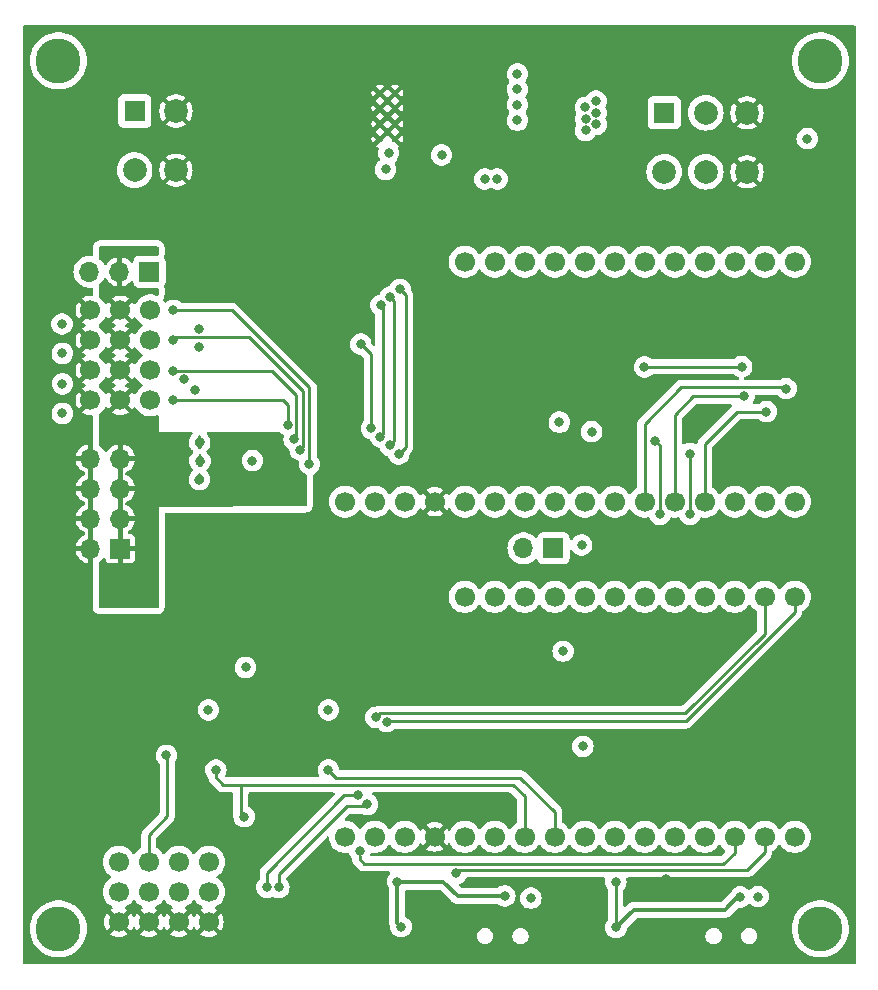
<source format=gbr>
%TF.GenerationSoftware,KiCad,Pcbnew,8.0.3*%
%TF.CreationDate,2024-12-09T22:45:42-06:00*%
%TF.ProjectId,M4_CAN_Feather_Carrier,4d345f43-414e-45f4-9665-61746865725f,6*%
%TF.SameCoordinates,Original*%
%TF.FileFunction,Copper,L2,Inr*%
%TF.FilePolarity,Positive*%
%FSLAX46Y46*%
G04 Gerber Fmt 4.6, Leading zero omitted, Abs format (unit mm)*
G04 Created by KiCad (PCBNEW 8.0.3) date 2024-12-09 22:45:42*
%MOMM*%
%LPD*%
G01*
G04 APERTURE LIST*
%TA.AperFunction,ComponentPad*%
%ADD10C,0.600000*%
%TD*%
%TA.AperFunction,ComponentPad*%
%ADD11C,3.800000*%
%TD*%
%TA.AperFunction,ComponentPad*%
%ADD12C,1.700000*%
%TD*%
%TA.AperFunction,ComponentPad*%
%ADD13R,1.700000X1.700000*%
%TD*%
%TA.AperFunction,ComponentPad*%
%ADD14O,1.700000X1.700000*%
%TD*%
%TA.AperFunction,ComponentPad*%
%ADD15R,1.800000X1.800000*%
%TD*%
%TA.AperFunction,ComponentPad*%
%ADD16C,2.000000*%
%TD*%
%TA.AperFunction,ViaPad*%
%ADD17C,0.800000*%
%TD*%
%TA.AperFunction,Conductor*%
%ADD18C,0.250000*%
%TD*%
%TA.AperFunction,Conductor*%
%ADD19C,0.350000*%
%TD*%
G04 APERTURE END LIST*
D10*
%TO.N,GND*%
%TO.C,U1*%
X27200000Y-2720000D03*
X27200000Y-4020000D03*
X27200000Y-5320000D03*
X27200000Y-6620000D03*
X28500000Y-2720000D03*
X28500000Y-4020000D03*
X28500000Y-5320000D03*
X28500000Y-6620000D03*
%TD*%
D11*
%TO.N,unconnected-(H2-Pad1)*%
%TO.C,H2*%
X0Y-73500000D03*
%TD*%
%TO.N,unconnected-(H1-Pad1)*%
%TO.C,H1*%
X0Y0D03*
%TD*%
%TO.N,unconnected-(H4-Pad1)*%
%TO.C,H4*%
X64500000Y0D03*
%TD*%
D12*
%TO.N,/DIO0_LS*%
%TO.C,J3*%
X7787000Y-21132300D03*
%TO.N,VCC*%
X5247000Y-21132300D03*
%TO.N,GND*%
X2707000Y-21132300D03*
%TO.N,/DIO1_LS*%
X7787000Y-23672300D03*
%TO.N,VCC*%
X5247000Y-23672300D03*
%TO.N,GND*%
X2707000Y-23672300D03*
%TO.N,/DIO2_LS*%
X7787000Y-26212300D03*
%TO.N,VCC*%
X5247000Y-26212300D03*
%TO.N,GND*%
X2707000Y-26212300D03*
%TO.N,/DIO3_LS*%
X7787000Y-28752300D03*
%TO.N,VCC*%
X5247000Y-28752300D03*
%TO.N,GND*%
X2707000Y-28752300D03*
%TD*%
D13*
%TO.N,+3.3V*%
%TO.C,J5*%
X7708500Y-17850300D03*
D14*
%TO.N,VCC*%
X5168500Y-17850300D03*
%TO.N,+5V*%
X2628500Y-17850300D03*
%TD*%
D12*
%TO.N,Net-(J7-S1)*%
%TO.C,J7*%
X5115714Y-67830000D03*
%TO.N,+3.3V*%
X5115714Y-70370000D03*
%TO.N,GND*%
X5115714Y-72910000D03*
%TO.N,Net-(J7-S2)*%
X7655714Y-67830000D03*
%TO.N,+3.3V*%
X7655714Y-70370000D03*
%TO.N,GND*%
X7655714Y-72910000D03*
%TO.N,Net-(J7-S3)*%
X10195714Y-67830000D03*
%TO.N,+3.3V*%
X10195714Y-70370000D03*
%TO.N,GND*%
X10195714Y-72910000D03*
%TO.N,Net-(J7-S4)*%
X12735714Y-67830000D03*
%TO.N,+3.3V*%
X12735714Y-70370000D03*
%TO.N,GND*%
X12735714Y-72910000D03*
%TD*%
D13*
%TO.N,+5V*%
%TO.C,J6*%
X41915000Y-41275000D03*
D14*
%TO.N,Net-(D6-C)*%
X39375000Y-41275000D03*
%TD*%
D11*
%TO.N,unconnected-(H3-Pad1)*%
%TO.C,H3*%
X64500000Y-73500000D03*
%TD*%
D13*
%TO.N,VCC*%
%TO.C,J4*%
X5247000Y-41300000D03*
D14*
%TO.N,GND*%
X2707000Y-41300000D03*
%TO.N,VCC*%
X5247000Y-38760000D03*
%TO.N,GND*%
X2707000Y-38760000D03*
%TO.N,VCC*%
X5247000Y-36220000D03*
%TO.N,GND*%
X2707000Y-36220000D03*
%TO.N,VCC*%
X5247000Y-33680000D03*
%TO.N,GND*%
X2707000Y-33680000D03*
%TD*%
D12*
%TO.N,unconnected-(U2-RST-Pad1)*%
%TO.C,U2*%
X24270000Y-65705000D03*
%TO.N,+3.3V*%
X26780000Y-65705000D03*
%TO.N,unconnected-(U2-ARef-Pad3)*%
X29320000Y-65705000D03*
%TO.N,GND*%
X31860000Y-65705000D03*
%TO.N,/A0*%
X34400000Y-65705000D03*
%TO.N,/A1*%
X36940000Y-65705000D03*
%TO.N,/A2*%
X39480000Y-65705000D03*
%TO.N,/A3*%
X42020000Y-65705000D03*
%TO.N,/USD_CS*%
X44560000Y-65705000D03*
%TO.N,/LS_OE*%
X47100000Y-65705000D03*
%TO.N,/SCK*%
X49640000Y-65705000D03*
%TO.N,/MOSI*%
X52180000Y-65705000D03*
%TO.N,/MISO*%
X54720000Y-65705000D03*
%TO.N,/SCL_1*%
X57260000Y-65705000D03*
%TO.N,/SDA_1*%
X59800000Y-65705000D03*
%TO.N,/NEOPIXEL*%
X62340000Y-65705000D03*
%TO.N,/SDA*%
X62340000Y-45385000D03*
%TO.N,/SCL*%
X59800000Y-45385000D03*
%TO.N,/ETH_CS*%
X57260000Y-45385000D03*
%TO.N,/DIO0*%
X54720000Y-45385000D03*
%TO.N,/DIO1*%
X52180000Y-45385000D03*
%TO.N,/DIO2*%
X49640000Y-45385000D03*
%TO.N,/DIO3*%
X47100000Y-45385000D03*
%TO.N,/SDA_3*%
X44560000Y-45385000D03*
%TO.N,/SCL_3*%
X42020000Y-45385000D03*
%TO.N,Net-(D6-C)*%
X39480000Y-45385000D03*
%TO.N,unconnected-(U2-EN-Pad27)*%
X36940000Y-45385000D03*
%TO.N,unconnected-(U2-VBAT-Pad28)*%
X34400000Y-45385000D03*
%TD*%
%TO.N,unconnected-(U6-RST-Pad1)*%
%TO.C,U6*%
X24270000Y-37325000D03*
%TO.N,+3.3V*%
X26780000Y-37325000D03*
%TO.N,unconnected-(U6-ARef-Pad3)*%
X29320000Y-37325000D03*
%TO.N,GND*%
X31860000Y-37325000D03*
%TO.N,unconnected-(U6-A0-Pad5)*%
X34400000Y-37325000D03*
%TO.N,unconnected-(U6-A1-Pad6)*%
X36940000Y-37325000D03*
%TO.N,unconnected-(U6-A2-Pad7)*%
X39480000Y-37325000D03*
%TO.N,unconnected-(U6-A3-Pad8)*%
X42020000Y-37325000D03*
%TO.N,unconnected-(U6-A4-Pad9)*%
X44560000Y-37325000D03*
%TO.N,unconnected-(U6-A5-Pad10)*%
X47100000Y-37325000D03*
%TO.N,/SCK*%
X49640000Y-37325000D03*
%TO.N,/MOSI*%
X52180000Y-37325000D03*
%TO.N,/MISO*%
X54720000Y-37325000D03*
%TO.N,unconnected-(U6-D0-Pad14)*%
X57260000Y-37325000D03*
%TO.N,unconnected-(U6-D1-Pad15)*%
X59800000Y-37325000D03*
%TO.N,unconnected-(U6-D4-Pad16)*%
X62340000Y-37325000D03*
%TO.N,unconnected-(U6-SDA-Pad17)*%
X62340000Y-17005000D03*
%TO.N,unconnected-(U6-SCL-Pad18)*%
X59800000Y-17005000D03*
%TO.N,unconnected-(U6-D5-Pad19)*%
X57260000Y-17005000D03*
%TO.N,unconnected-(U6-D6-Pad20)*%
X54720000Y-17005000D03*
%TO.N,unconnected-(U6-D9-Pad21)*%
X52180000Y-17005000D03*
%TO.N,/ETH_CS*%
X49640000Y-17005000D03*
%TO.N,unconnected-(U6-D11-Pad23)*%
X47100000Y-17005000D03*
%TO.N,unconnected-(U6-D12-Pad24)*%
X44560000Y-17005000D03*
%TO.N,unconnected-(U6-D13-Pad25)*%
X42020000Y-17005000D03*
%TO.N,unconnected-(U6-VBUS-Pad26)*%
X39480000Y-17005000D03*
%TO.N,unconnected-(U6-EN-Pad27)*%
X36940000Y-17005000D03*
%TO.N,unconnected-(U6-VBAT-Pad28)*%
X34400000Y-17005000D03*
%TD*%
D15*
%TO.N,+BATT*%
%TO.C,J1*%
X6450000Y-4250000D03*
D16*
X6450000Y-9250000D03*
%TO.N,GND*%
X9950000Y-4250000D03*
X9950000Y-9250000D03*
%TD*%
D15*
%TO.N,Net-(IC1-1Y)*%
%TO.C,J2*%
X51300000Y-4400000D03*
D16*
X51300000Y-9400000D03*
%TO.N,+5V*%
X54800000Y-4400000D03*
X54800000Y-9400000D03*
%TO.N,GND*%
X58300000Y-4400000D03*
X58300000Y-9400000D03*
%TD*%
D17*
%TO.N,GND*%
X63350000Y-32450000D03*
X65400000Y-13900000D03*
X63650000Y-20550000D03*
X54650000Y-22050000D03*
X18720000Y-15680000D03*
X17856200Y-58332600D03*
X52130000Y-73000000D03*
X65600000Y-15600000D03*
X61400000Y-8000000D03*
X11960000Y-32308800D03*
X18000000Y-49400000D03*
X51400000Y-69305000D03*
X1100000Y-45700000D03*
X15750000Y250000D03*
X23100000Y-28850000D03*
X27670000Y-10690000D03*
X17600000Y-73700000D03*
X32843800Y-74056400D03*
X32200000Y-70700000D03*
X43310000Y1620000D03*
X57450000Y-20750000D03*
X18780000Y-18330000D03*
X64050000Y-28900000D03*
X29490000Y-40000000D03*
X44240000Y-11810000D03*
X15780000Y1450000D03*
X57070000Y-75190000D03*
X60630000Y-74040000D03*
X24523800Y-74306400D03*
X16980000Y1450000D03*
X53350000Y-30650000D03*
X1100000Y-44600000D03*
X11990000Y-33870000D03*
X16950000Y250000D03*
X11937500Y-35450000D03*
X50758600Y-74056400D03*
X36170000Y-8050000D03*
X42706800Y-74306400D03*
X45950000Y-10400000D03*
X23679600Y-74314800D03*
%TO.N,+5V*%
X44620000Y-3940000D03*
X59230000Y-70760000D03*
X63400000Y-6600000D03*
X45530000Y-4400000D03*
X38860000Y-5030000D03*
X44630000Y-5900000D03*
X45520000Y-3420000D03*
X37150000Y-10000000D03*
X45530000Y-5380000D03*
X44630000Y-4920000D03*
X36100000Y-10000000D03*
X38860000Y-3723332D03*
X27700000Y-9200000D03*
X40000000Y-70900000D03*
X38860000Y-2416666D03*
X38860000Y-1110000D03*
X42730000Y-49990000D03*
%TO.N,/DIO3_LS*%
X19425500Y-30800000D03*
X9677400Y-28752800D03*
%TO.N,/DIO2_LS*%
X9702800Y-26238200D03*
X19950000Y-32050000D03*
%TO.N,/DIO1_LS*%
X20471346Y-32925500D03*
X9677400Y-23672800D03*
%TO.N,/DIO0_LS*%
X9728200Y-21132800D03*
X21250000Y-34150000D03*
%TO.N,/DIO2_R*%
X10600000Y-26980000D03*
X340000Y-27350000D03*
%TO.N,/DIO3_R*%
X330000Y-29850000D03*
X11550000Y-27860000D03*
%TO.N,/DIO0_R*%
X300000Y-22290000D03*
X11870000Y-22670000D03*
%TO.N,/DIO1_R*%
X330000Y-24760000D03*
X11872500Y-24232500D03*
%TO.N,/LS_OE*%
X16430000Y-33860000D03*
%TO.N,/A0*%
X22860000Y-54954400D03*
%TO.N,/A1*%
X12700000Y-54954400D03*
X15849600Y-51347600D03*
%TO.N,/A2*%
X15722600Y-63996800D03*
X13335000Y-60034400D03*
%TO.N,/A3*%
X22860000Y-60034400D03*
%TO.N,/SCK*%
X61600000Y-27750000D03*
%TO.N,/MOSI*%
X58050000Y-28400000D03*
%TO.N,/SCL_1*%
X25500000Y-66900000D03*
%TO.N,/SDA_1*%
X33700000Y-68800000D03*
%TO.N,/SDA*%
X26150000Y-62950000D03*
X18660000Y-69990000D03*
X27800000Y-55944100D03*
%TO.N,/SCL*%
X17660000Y-69990000D03*
X26865940Y-55586978D03*
X25400000Y-62200000D03*
%TO.N,/DIO0*%
X28920000Y-19360000D03*
X28820000Y-33280000D03*
X53470000Y-33250000D03*
X53470000Y-38410000D03*
%TO.N,/DIO1*%
X50550000Y-32200000D03*
X28060000Y-32550000D03*
X28090000Y-19990000D03*
X50920000Y-38410000D03*
%TO.N,/DIO2*%
X27260000Y-31820000D03*
X27310000Y-20680000D03*
X45150000Y-31400000D03*
%TO.N,/DIO3*%
X26500000Y-31120000D03*
X42410000Y-30600000D03*
X25600000Y-23970000D03*
%TO.N,Net-(J7-S2)*%
X9150000Y-58800000D03*
%TO.N,/MISO*%
X59950000Y-29700000D03*
%TO.N,/USD_CS*%
X44400000Y-58050000D03*
X57850000Y-25900000D03*
X44300000Y-40998000D03*
X49620000Y-25920000D03*
%TO.N,/PG_FILT*%
X27950000Y-7800000D03*
X32440000Y-7980000D03*
%TO.N,VCC*%
X18050000Y-35300000D03*
X15760000Y-32310000D03*
X5600000Y-44900000D03*
X6600000Y-44900000D03*
X4600000Y-44900000D03*
%TO.N,VDC*%
X47200000Y-69500000D03*
X57730000Y-70810000D03*
X47210000Y-73380000D03*
%TO.N,VD*%
X37800000Y-70700000D03*
X29000000Y-73300000D03*
X28700000Y-69500000D03*
%TD*%
D18*
%TO.N,/DIO3_LS*%
X19430000Y-29140000D02*
X19042800Y-28752800D01*
X19430000Y-30795500D02*
X19430000Y-29140000D01*
X19042800Y-28752800D02*
X9677400Y-28752800D01*
X19425500Y-30800000D02*
X19430000Y-30795500D01*
%TO.N,/DIO2_LS*%
X20150500Y-31849500D02*
X19950000Y-32050000D01*
X20150500Y-28330500D02*
X20150500Y-31849500D01*
X18070000Y-26250000D02*
X20150500Y-28330500D01*
X9714600Y-26250000D02*
X18070000Y-26250000D01*
X9702800Y-26238200D02*
X9714600Y-26250000D01*
%TO.N,/DIO1_LS*%
X12185305Y-23380000D02*
X16120000Y-23380000D01*
X16120000Y-23380000D02*
X20700000Y-27960000D01*
X9677400Y-23672800D02*
X9955200Y-23395000D01*
X20700000Y-32696846D02*
X20471346Y-32925500D01*
X20700000Y-27960000D02*
X20700000Y-32696846D01*
X9955200Y-23395000D02*
X12170305Y-23395000D01*
X12170305Y-23395000D02*
X12185305Y-23380000D01*
%TO.N,/DIO0_LS*%
X14722800Y-21132800D02*
X9728200Y-21132800D01*
X21250000Y-27660000D02*
X14722800Y-21132800D01*
X21250000Y-34150000D02*
X21250000Y-27660000D01*
%TO.N,/A2*%
X13335000Y-60669400D02*
X13335000Y-60034400D01*
X15443200Y-61304400D02*
X15443200Y-63717400D01*
X15443200Y-63717400D02*
X15722600Y-63996800D01*
X39480000Y-62280000D02*
X38500000Y-61300000D01*
X38500000Y-61300000D02*
X15400000Y-61300000D01*
X15443200Y-61304400D02*
X13970000Y-61304400D01*
X39480000Y-65705000D02*
X39480000Y-62280000D01*
X13970000Y-61304400D02*
X13335000Y-60669400D01*
%TO.N,/A3*%
X42020000Y-63620000D02*
X39100000Y-60700000D01*
X23525600Y-60700000D02*
X22860000Y-60034400D01*
X39100000Y-60700000D02*
X23525600Y-60700000D01*
X42020000Y-65705000D02*
X42020000Y-63620000D01*
%TO.N,/SCK*%
X49640000Y-30710000D02*
X52700000Y-27650000D01*
X49640000Y-37325000D02*
X49640000Y-30710000D01*
X61500000Y-27650000D02*
X61600000Y-27750000D01*
X52700000Y-27650000D02*
X61500000Y-27650000D01*
%TO.N,/MOSI*%
X52180000Y-37325000D02*
X52180000Y-29970000D01*
X52180000Y-29970000D02*
X53750000Y-28400000D01*
X53750000Y-28400000D02*
X58050000Y-28400000D01*
%TO.N,/SCL_1*%
X25900000Y-68000000D02*
X56300000Y-68000000D01*
X25500000Y-67350000D02*
X25500000Y-67600000D01*
X56300000Y-68000000D02*
X57260000Y-67040000D01*
X57260000Y-67040000D02*
X57260000Y-65705000D01*
X25500000Y-67600000D02*
X25900000Y-68000000D01*
%TO.N,/SDA_1*%
X34000000Y-68500000D02*
X58296800Y-68500000D01*
X58296800Y-68500000D02*
X59800000Y-66996800D01*
X33700000Y-68800000D02*
X34000000Y-68500000D01*
X59800000Y-66996800D02*
X59800000Y-65705000D01*
%TO.N,/SDA*%
X26150000Y-62950000D02*
X26000000Y-63100000D01*
X62340000Y-46660000D02*
X62340000Y-45385000D01*
X24400000Y-63100000D02*
X18660000Y-68840000D01*
X26000000Y-63100000D02*
X24400000Y-63100000D01*
X27800000Y-55944100D02*
X27844100Y-55900000D01*
X53100000Y-55900000D02*
X62340000Y-46660000D01*
X27844100Y-55900000D02*
X53100000Y-55900000D01*
X18660000Y-68840000D02*
X18660000Y-69990000D01*
%TO.N,/SCL*%
X24200000Y-62200000D02*
X25400000Y-62200000D01*
X53080400Y-55219600D02*
X59800000Y-48500000D01*
X59800000Y-48500000D02*
X59800000Y-45385000D01*
X17660000Y-69990000D02*
X17660000Y-68740000D01*
X17660000Y-68740000D02*
X24200000Y-62200000D01*
X27233318Y-55219600D02*
X53080400Y-55219600D01*
X26865940Y-55586978D02*
X27233318Y-55219600D01*
%TO.N,/DIO0*%
X28820000Y-33280000D02*
X29400000Y-32700000D01*
X53470000Y-33250000D02*
X53470000Y-38410000D01*
X29400000Y-19840000D02*
X28920000Y-19360000D01*
X29400000Y-32700000D02*
X29400000Y-19840000D01*
%TO.N,/DIO1*%
X28450000Y-20350000D02*
X28090000Y-19990000D01*
X28450000Y-32160000D02*
X28450000Y-20350000D01*
X28060000Y-32550000D02*
X28450000Y-32160000D01*
X50920000Y-32570000D02*
X50920000Y-38410000D01*
X50550000Y-32200000D02*
X50920000Y-32570000D01*
%TO.N,/DIO2*%
X27470000Y-20840000D02*
X27310000Y-20680000D01*
X27260000Y-31820000D02*
X27470000Y-31610000D01*
X27470000Y-31610000D02*
X27470000Y-20840000D01*
%TO.N,/DIO3*%
X26500000Y-31120000D02*
X26490000Y-31110000D01*
X26490000Y-24860000D02*
X25600000Y-23970000D01*
X26490000Y-31110000D02*
X26490000Y-24860000D01*
%TO.N,Net-(J7-S2)*%
X9210000Y-58860000D02*
X9210000Y-63970000D01*
X7655714Y-65524286D02*
X7655714Y-67830000D01*
X9210000Y-63970000D02*
X7655714Y-65524286D01*
X9150000Y-58800000D02*
X9210000Y-58860000D01*
%TO.N,/MISO*%
X54720000Y-32430000D02*
X54720000Y-37325000D01*
X59950000Y-29700000D02*
X57450000Y-29700000D01*
X57450000Y-29700000D02*
X54720000Y-32430000D01*
%TO.N,/USD_CS*%
X49640000Y-25900000D02*
X49620000Y-25920000D01*
X57850000Y-25900000D02*
X49640000Y-25900000D01*
%TO.N,VDC*%
X47200000Y-69500000D02*
X47200000Y-73370000D01*
D19*
X48720000Y-71870000D02*
X56420000Y-71870000D01*
X56420000Y-71870000D02*
X57730000Y-70560000D01*
D18*
X47200000Y-73370000D02*
X47210000Y-73380000D01*
D19*
X47210000Y-73380000D02*
X48720000Y-71870000D01*
%TO.N,VD*%
X33800000Y-70700000D02*
X37800000Y-70700000D01*
X28700000Y-69500000D02*
X32600000Y-69500000D01*
X32600000Y-69500000D02*
X33800000Y-70700000D01*
X28700000Y-69500000D02*
X28700000Y-73000000D01*
X28700000Y-73000000D02*
X29000000Y-73300000D01*
%TD*%
%TA.AperFunction,Conductor*%
%TO.N,GND*%
G36*
X31394075Y-65897993D02*
G01*
X31459901Y-66012007D01*
X31552993Y-66105099D01*
X31667007Y-66170925D01*
X31674822Y-66173019D01*
X31128838Y-66719002D01*
X31128838Y-66719003D01*
X31232613Y-66791667D01*
X31232612Y-66791667D01*
X31430838Y-66884101D01*
X31430844Y-66884103D01*
X31642107Y-66940711D01*
X31860000Y-66959774D01*
X32077892Y-66940711D01*
X32289155Y-66884103D01*
X32289161Y-66884101D01*
X32487387Y-66791667D01*
X32591160Y-66719003D01*
X32591160Y-66719001D01*
X32045178Y-66173019D01*
X32052993Y-66170925D01*
X32167007Y-66105099D01*
X32260099Y-66012007D01*
X32325925Y-65897993D01*
X32328019Y-65890178D01*
X32874001Y-66436160D01*
X32874003Y-66436160D01*
X32946667Y-66332386D01*
X32946669Y-66332384D01*
X32955251Y-66313980D01*
X33002167Y-66260695D01*
X33070444Y-66241233D01*
X33138405Y-66261774D01*
X33184471Y-66315797D01*
X33184834Y-66316616D01*
X33201141Y-66353793D01*
X33324275Y-66542265D01*
X33324279Y-66542270D01*
X33476762Y-66707908D01*
X33491016Y-66719002D01*
X33654424Y-66846189D01*
X33852426Y-66953342D01*
X33852427Y-66953342D01*
X33852428Y-66953343D01*
X33935671Y-66981920D01*
X34065365Y-67026444D01*
X34287431Y-67063500D01*
X34287435Y-67063500D01*
X34512565Y-67063500D01*
X34512569Y-67063500D01*
X34734635Y-67026444D01*
X34947574Y-66953342D01*
X35145576Y-66846189D01*
X35323240Y-66707906D01*
X35475722Y-66542268D01*
X35564518Y-66406354D01*
X35618520Y-66360268D01*
X35688868Y-66350692D01*
X35753225Y-66380669D01*
X35775480Y-66406353D01*
X35808607Y-66457058D01*
X35864275Y-66542265D01*
X35864279Y-66542270D01*
X36016762Y-66707908D01*
X36031016Y-66719002D01*
X36194424Y-66846189D01*
X36392426Y-66953342D01*
X36392427Y-66953342D01*
X36392428Y-66953343D01*
X36475671Y-66981920D01*
X36605365Y-67026444D01*
X36827431Y-67063500D01*
X36827435Y-67063500D01*
X37052565Y-67063500D01*
X37052569Y-67063500D01*
X37274635Y-67026444D01*
X37487574Y-66953342D01*
X37685576Y-66846189D01*
X37863240Y-66707906D01*
X38015722Y-66542268D01*
X38104518Y-66406354D01*
X38158520Y-66360268D01*
X38228868Y-66350692D01*
X38293225Y-66380669D01*
X38315480Y-66406353D01*
X38348607Y-66457058D01*
X38404275Y-66542265D01*
X38404279Y-66542270D01*
X38556762Y-66707908D01*
X38571016Y-66719002D01*
X38734424Y-66846189D01*
X38932426Y-66953342D01*
X38932427Y-66953342D01*
X38932428Y-66953343D01*
X39015671Y-66981920D01*
X39145365Y-67026444D01*
X39367431Y-67063500D01*
X39367435Y-67063500D01*
X39592565Y-67063500D01*
X39592569Y-67063500D01*
X39814635Y-67026444D01*
X40027574Y-66953342D01*
X40225576Y-66846189D01*
X40403240Y-66707906D01*
X40555722Y-66542268D01*
X40644518Y-66406354D01*
X40698520Y-66360268D01*
X40768868Y-66350692D01*
X40833225Y-66380669D01*
X40855480Y-66406353D01*
X40888607Y-66457058D01*
X40944275Y-66542265D01*
X40944279Y-66542270D01*
X41096762Y-66707908D01*
X41111016Y-66719002D01*
X41274424Y-66846189D01*
X41472426Y-66953342D01*
X41472427Y-66953342D01*
X41472428Y-66953343D01*
X41555671Y-66981920D01*
X41685365Y-67026444D01*
X41907431Y-67063500D01*
X41907435Y-67063500D01*
X42132565Y-67063500D01*
X42132569Y-67063500D01*
X42354635Y-67026444D01*
X42567574Y-66953342D01*
X42765576Y-66846189D01*
X42943240Y-66707906D01*
X43095722Y-66542268D01*
X43184518Y-66406354D01*
X43238520Y-66360268D01*
X43308868Y-66350692D01*
X43373225Y-66380669D01*
X43395480Y-66406353D01*
X43428607Y-66457058D01*
X43484275Y-66542265D01*
X43484279Y-66542270D01*
X43636762Y-66707908D01*
X43651016Y-66719002D01*
X43814424Y-66846189D01*
X44012426Y-66953342D01*
X44012427Y-66953342D01*
X44012428Y-66953343D01*
X44095671Y-66981920D01*
X44225365Y-67026444D01*
X44447431Y-67063500D01*
X44447435Y-67063500D01*
X44672565Y-67063500D01*
X44672569Y-67063500D01*
X44894635Y-67026444D01*
X45107574Y-66953342D01*
X45305576Y-66846189D01*
X45483240Y-66707906D01*
X45635722Y-66542268D01*
X45724518Y-66406354D01*
X45778520Y-66360268D01*
X45848868Y-66350692D01*
X45913225Y-66380669D01*
X45935480Y-66406353D01*
X45968607Y-66457058D01*
X46024275Y-66542265D01*
X46024279Y-66542270D01*
X46176762Y-66707908D01*
X46191016Y-66719002D01*
X46354424Y-66846189D01*
X46552426Y-66953342D01*
X46552427Y-66953342D01*
X46552428Y-66953343D01*
X46635671Y-66981920D01*
X46765365Y-67026444D01*
X46987431Y-67063500D01*
X46987435Y-67063500D01*
X47212565Y-67063500D01*
X47212569Y-67063500D01*
X47434635Y-67026444D01*
X47647574Y-66953342D01*
X47845576Y-66846189D01*
X48023240Y-66707906D01*
X48175722Y-66542268D01*
X48264518Y-66406354D01*
X48318520Y-66360268D01*
X48388868Y-66350692D01*
X48453225Y-66380669D01*
X48475480Y-66406353D01*
X48508607Y-66457058D01*
X48564275Y-66542265D01*
X48564279Y-66542270D01*
X48716762Y-66707908D01*
X48731016Y-66719002D01*
X48894424Y-66846189D01*
X49092426Y-66953342D01*
X49092427Y-66953342D01*
X49092428Y-66953343D01*
X49175671Y-66981920D01*
X49305365Y-67026444D01*
X49527431Y-67063500D01*
X49527435Y-67063500D01*
X49752565Y-67063500D01*
X49752569Y-67063500D01*
X49974635Y-67026444D01*
X50187574Y-66953342D01*
X50385576Y-66846189D01*
X50563240Y-66707906D01*
X50715722Y-66542268D01*
X50804518Y-66406354D01*
X50858520Y-66360268D01*
X50928868Y-66350692D01*
X50993225Y-66380669D01*
X51015480Y-66406353D01*
X51048607Y-66457058D01*
X51104275Y-66542265D01*
X51104279Y-66542270D01*
X51256762Y-66707908D01*
X51271016Y-66719002D01*
X51434424Y-66846189D01*
X51632426Y-66953342D01*
X51632427Y-66953342D01*
X51632428Y-66953343D01*
X51715671Y-66981920D01*
X51845365Y-67026444D01*
X52067431Y-67063500D01*
X52067435Y-67063500D01*
X52292565Y-67063500D01*
X52292569Y-67063500D01*
X52514635Y-67026444D01*
X52727574Y-66953342D01*
X52925576Y-66846189D01*
X53103240Y-66707906D01*
X53255722Y-66542268D01*
X53344518Y-66406354D01*
X53398520Y-66360268D01*
X53468868Y-66350692D01*
X53533225Y-66380669D01*
X53555480Y-66406353D01*
X53588607Y-66457058D01*
X53644275Y-66542265D01*
X53644279Y-66542270D01*
X53796762Y-66707908D01*
X53811016Y-66719002D01*
X53974424Y-66846189D01*
X54172426Y-66953342D01*
X54172427Y-66953342D01*
X54172428Y-66953343D01*
X54255671Y-66981920D01*
X54385365Y-67026444D01*
X54607431Y-67063500D01*
X54607435Y-67063500D01*
X54832565Y-67063500D01*
X54832569Y-67063500D01*
X55054635Y-67026444D01*
X55267574Y-66953342D01*
X55465576Y-66846189D01*
X55643240Y-66707906D01*
X55795722Y-66542268D01*
X55884518Y-66406354D01*
X55938520Y-66360268D01*
X56008868Y-66350692D01*
X56073225Y-66380669D01*
X56095480Y-66406353D01*
X56128607Y-66457058D01*
X56184275Y-66542265D01*
X56184279Y-66542270D01*
X56336765Y-66707911D01*
X56426280Y-66777584D01*
X56467751Y-66835209D01*
X56471484Y-66906107D01*
X56437985Y-66966110D01*
X56074501Y-67329595D01*
X56012188Y-67363620D01*
X55985405Y-67366500D01*
X26477102Y-67366500D01*
X26408981Y-67346498D01*
X26362488Y-67292842D01*
X26352384Y-67222568D01*
X26357269Y-67201564D01*
X26363760Y-67181587D01*
X26382240Y-67124711D01*
X26422312Y-67066108D01*
X26487708Y-67038470D01*
X26522808Y-67039366D01*
X26667431Y-67063500D01*
X26667435Y-67063500D01*
X26892565Y-67063500D01*
X26892569Y-67063500D01*
X27114635Y-67026444D01*
X27327574Y-66953342D01*
X27525576Y-66846189D01*
X27703240Y-66707906D01*
X27855722Y-66542268D01*
X27944518Y-66406354D01*
X27998520Y-66360268D01*
X28068868Y-66350692D01*
X28133225Y-66380669D01*
X28155480Y-66406353D01*
X28188607Y-66457058D01*
X28244275Y-66542265D01*
X28244279Y-66542270D01*
X28396762Y-66707908D01*
X28411016Y-66719002D01*
X28574424Y-66846189D01*
X28772426Y-66953342D01*
X28772427Y-66953342D01*
X28772428Y-66953343D01*
X28855671Y-66981920D01*
X28985365Y-67026444D01*
X29207431Y-67063500D01*
X29207435Y-67063500D01*
X29432565Y-67063500D01*
X29432569Y-67063500D01*
X29654635Y-67026444D01*
X29867574Y-66953342D01*
X30065576Y-66846189D01*
X30243240Y-66707906D01*
X30395722Y-66542268D01*
X30518860Y-66353791D01*
X30535167Y-66316614D01*
X30580844Y-66262268D01*
X30648656Y-66241243D01*
X30717070Y-66260218D01*
X30764366Y-66313167D01*
X30764746Y-66313976D01*
X30773328Y-66332379D01*
X30773333Y-66332388D01*
X30845994Y-66436160D01*
X30845997Y-66436160D01*
X31391980Y-65890177D01*
X31394075Y-65897993D01*
G37*
%TD.AperFunction*%
%TA.AperFunction,Conductor*%
G36*
X38253527Y-61953502D02*
G01*
X38274501Y-61970405D01*
X38809595Y-62505499D01*
X38843621Y-62567811D01*
X38846500Y-62594594D01*
X38846500Y-64428078D01*
X38826498Y-64496199D01*
X38780471Y-64538891D01*
X38734426Y-64563810D01*
X38734424Y-64563811D01*
X38556762Y-64702091D01*
X38404279Y-64867729D01*
X38315483Y-65003643D01*
X38261479Y-65049731D01*
X38191131Y-65059306D01*
X38126774Y-65029329D01*
X38104517Y-65003643D01*
X38015720Y-64867729D01*
X37863237Y-64702091D01*
X37755624Y-64618332D01*
X37685576Y-64563811D01*
X37487574Y-64456658D01*
X37487572Y-64456657D01*
X37487571Y-64456656D01*
X37274639Y-64383557D01*
X37274630Y-64383555D01*
X37216338Y-64373828D01*
X37052569Y-64346500D01*
X36827431Y-64346500D01*
X36679211Y-64371233D01*
X36605369Y-64383555D01*
X36605360Y-64383557D01*
X36392428Y-64456656D01*
X36392426Y-64456658D01*
X36194426Y-64563810D01*
X36194424Y-64563811D01*
X36016762Y-64702091D01*
X35864279Y-64867729D01*
X35775483Y-65003643D01*
X35721479Y-65049731D01*
X35651131Y-65059306D01*
X35586774Y-65029329D01*
X35564517Y-65003643D01*
X35475720Y-64867729D01*
X35323237Y-64702091D01*
X35215624Y-64618332D01*
X35145576Y-64563811D01*
X34947574Y-64456658D01*
X34947572Y-64456657D01*
X34947571Y-64456656D01*
X34734639Y-64383557D01*
X34734630Y-64383555D01*
X34676338Y-64373828D01*
X34512569Y-64346500D01*
X34287431Y-64346500D01*
X34139211Y-64371233D01*
X34065369Y-64383555D01*
X34065360Y-64383557D01*
X33852428Y-64456656D01*
X33852426Y-64456658D01*
X33654426Y-64563810D01*
X33654424Y-64563811D01*
X33476762Y-64702091D01*
X33324279Y-64867729D01*
X33324275Y-64867734D01*
X33201142Y-65056205D01*
X33184832Y-65093387D01*
X33139149Y-65147734D01*
X33071337Y-65168757D01*
X33002923Y-65149780D01*
X32955630Y-65096828D01*
X32955249Y-65096018D01*
X32946667Y-65077613D01*
X32874003Y-64973838D01*
X32874002Y-64973838D01*
X32328018Y-65519821D01*
X32325925Y-65512007D01*
X32260099Y-65397993D01*
X32167007Y-65304901D01*
X32052993Y-65239075D01*
X32045177Y-65236980D01*
X32591160Y-64690997D01*
X32591160Y-64690994D01*
X32487388Y-64618333D01*
X32487386Y-64618332D01*
X32289161Y-64525898D01*
X32289155Y-64525896D01*
X32077892Y-64469288D01*
X31860000Y-64450225D01*
X31642107Y-64469288D01*
X31430844Y-64525896D01*
X31430839Y-64525898D01*
X31232609Y-64618334D01*
X31128837Y-64690995D01*
X31674823Y-65236980D01*
X31667007Y-65239075D01*
X31552993Y-65304901D01*
X31459901Y-65397993D01*
X31394075Y-65512007D01*
X31391980Y-65519822D01*
X30845995Y-64973837D01*
X30773334Y-65077609D01*
X30773332Y-65077613D01*
X30764748Y-65096022D01*
X30717831Y-65149306D01*
X30649554Y-65168767D01*
X30581594Y-65148225D01*
X30535528Y-65094202D01*
X30535203Y-65093469D01*
X30518860Y-65056209D01*
X30503184Y-65032215D01*
X30395724Y-64867734D01*
X30395720Y-64867729D01*
X30243237Y-64702091D01*
X30135624Y-64618332D01*
X30065576Y-64563811D01*
X29867574Y-64456658D01*
X29867572Y-64456657D01*
X29867571Y-64456656D01*
X29654639Y-64383557D01*
X29654630Y-64383555D01*
X29596338Y-64373828D01*
X29432569Y-64346500D01*
X29207431Y-64346500D01*
X29059211Y-64371233D01*
X28985369Y-64383555D01*
X28985360Y-64383557D01*
X28772428Y-64456656D01*
X28772426Y-64456658D01*
X28574426Y-64563810D01*
X28574424Y-64563811D01*
X28396762Y-64702091D01*
X28244279Y-64867729D01*
X28155483Y-65003643D01*
X28101479Y-65049731D01*
X28031131Y-65059306D01*
X27966774Y-65029329D01*
X27944517Y-65003643D01*
X27855720Y-64867729D01*
X27703237Y-64702091D01*
X27595624Y-64618332D01*
X27525576Y-64563811D01*
X27327574Y-64456658D01*
X27327572Y-64456657D01*
X27327571Y-64456656D01*
X27114639Y-64383557D01*
X27114630Y-64383555D01*
X27056338Y-64373828D01*
X26892569Y-64346500D01*
X26667431Y-64346500D01*
X26519211Y-64371233D01*
X26445369Y-64383555D01*
X26445360Y-64383557D01*
X26232428Y-64456656D01*
X26232426Y-64456658D01*
X26034426Y-64563810D01*
X26034424Y-64563811D01*
X25856762Y-64702091D01*
X25704279Y-64867729D01*
X25704275Y-64867735D01*
X25630483Y-64980683D01*
X25576479Y-65026772D01*
X25506132Y-65036347D01*
X25441774Y-65006370D01*
X25419517Y-64980683D01*
X25345724Y-64867735D01*
X25345720Y-64867729D01*
X25193237Y-64702091D01*
X25085624Y-64618332D01*
X25015576Y-64563811D01*
X24817574Y-64456658D01*
X24817572Y-64456657D01*
X24817571Y-64456656D01*
X24604639Y-64383557D01*
X24604630Y-64383555D01*
X24546338Y-64373828D01*
X24382569Y-64346500D01*
X24353594Y-64346500D01*
X24285473Y-64326498D01*
X24238980Y-64272842D01*
X24228876Y-64202568D01*
X24258370Y-64137988D01*
X24264499Y-64131404D01*
X24363508Y-64032396D01*
X24625500Y-63770404D01*
X24687812Y-63736379D01*
X24714595Y-63733500D01*
X25649355Y-63733500D01*
X25700603Y-63744392D01*
X25867712Y-63818794D01*
X26054513Y-63858500D01*
X26245487Y-63858500D01*
X26432288Y-63818794D01*
X26606752Y-63741118D01*
X26761253Y-63628866D01*
X26761255Y-63628864D01*
X26889034Y-63486951D01*
X26889035Y-63486949D01*
X26889040Y-63486944D01*
X26984527Y-63321556D01*
X27043542Y-63139928D01*
X27063504Y-62950000D01*
X27043542Y-62760072D01*
X26984527Y-62578444D01*
X26889040Y-62413056D01*
X26889038Y-62413054D01*
X26889034Y-62413048D01*
X26761255Y-62271135D01*
X26610267Y-62161436D01*
X26566913Y-62105214D01*
X26560838Y-62034478D01*
X26593969Y-61971686D01*
X26655789Y-61936774D01*
X26684328Y-61933500D01*
X38185406Y-61933500D01*
X38253527Y-61953502D01*
G37*
%TD.AperFunction*%
%TA.AperFunction,Conductor*%
G36*
X6468939Y-71045669D02*
G01*
X6491194Y-71071353D01*
X6503330Y-71089928D01*
X6579989Y-71207265D01*
X6579993Y-71207270D01*
X6732476Y-71372908D01*
X6746085Y-71383500D01*
X6910138Y-71511189D01*
X7054440Y-71589281D01*
X7104830Y-71639293D01*
X7120182Y-71708610D01*
X7095621Y-71775223D01*
X7047723Y-71814287D01*
X7028329Y-71823330D01*
X7028323Y-71823334D01*
X6924551Y-71895995D01*
X7470537Y-72441980D01*
X7462721Y-72444075D01*
X7348707Y-72509901D01*
X7255615Y-72602993D01*
X7189789Y-72717007D01*
X7187694Y-72724822D01*
X6641709Y-72178837D01*
X6569048Y-72282609D01*
X6499909Y-72430879D01*
X6452991Y-72484164D01*
X6384714Y-72503625D01*
X6316754Y-72483083D01*
X6271519Y-72430879D01*
X6202380Y-72282612D01*
X6129717Y-72178838D01*
X6129716Y-72178838D01*
X5583732Y-72724821D01*
X5581639Y-72717007D01*
X5515813Y-72602993D01*
X5422721Y-72509901D01*
X5308707Y-72444075D01*
X5300891Y-72441980D01*
X5846874Y-71895997D01*
X5846874Y-71895994D01*
X5743102Y-71823333D01*
X5743100Y-71823332D01*
X5723707Y-71814289D01*
X5670422Y-71767372D01*
X5650961Y-71699095D01*
X5671503Y-71631135D01*
X5716985Y-71589282D01*
X5861290Y-71511189D01*
X6038954Y-71372906D01*
X6191436Y-71207268D01*
X6280232Y-71071354D01*
X6334234Y-71025268D01*
X6404582Y-71015692D01*
X6468939Y-71045669D01*
G37*
%TD.AperFunction*%
%TA.AperFunction,Conductor*%
G36*
X9008939Y-71045669D02*
G01*
X9031194Y-71071353D01*
X9043330Y-71089928D01*
X9119989Y-71207265D01*
X9119993Y-71207270D01*
X9272476Y-71372908D01*
X9286085Y-71383500D01*
X9450138Y-71511189D01*
X9594440Y-71589281D01*
X9644830Y-71639293D01*
X9660182Y-71708610D01*
X9635621Y-71775223D01*
X9587723Y-71814287D01*
X9568329Y-71823330D01*
X9568323Y-71823334D01*
X9464551Y-71895995D01*
X10010537Y-72441980D01*
X10002721Y-72444075D01*
X9888707Y-72509901D01*
X9795615Y-72602993D01*
X9729789Y-72717007D01*
X9727694Y-72724822D01*
X9181709Y-72178837D01*
X9109048Y-72282609D01*
X9039909Y-72430879D01*
X8992991Y-72484164D01*
X8924714Y-72503625D01*
X8856754Y-72483083D01*
X8811519Y-72430879D01*
X8742380Y-72282612D01*
X8669717Y-72178838D01*
X8669716Y-72178838D01*
X8123732Y-72724821D01*
X8121639Y-72717007D01*
X8055813Y-72602993D01*
X7962721Y-72509901D01*
X7848707Y-72444075D01*
X7840891Y-72441980D01*
X8386874Y-71895997D01*
X8386874Y-71895994D01*
X8283102Y-71823333D01*
X8283100Y-71823332D01*
X8263707Y-71814289D01*
X8210422Y-71767372D01*
X8190961Y-71699095D01*
X8211503Y-71631135D01*
X8256985Y-71589282D01*
X8401290Y-71511189D01*
X8578954Y-71372906D01*
X8731436Y-71207268D01*
X8820232Y-71071354D01*
X8874234Y-71025268D01*
X8944582Y-71015692D01*
X9008939Y-71045669D01*
G37*
%TD.AperFunction*%
%TA.AperFunction,Conductor*%
G36*
X11548939Y-71045669D02*
G01*
X11571194Y-71071353D01*
X11583330Y-71089928D01*
X11659989Y-71207265D01*
X11659993Y-71207270D01*
X11812476Y-71372908D01*
X11826085Y-71383500D01*
X11990138Y-71511189D01*
X12134440Y-71589281D01*
X12184830Y-71639293D01*
X12200182Y-71708610D01*
X12175621Y-71775223D01*
X12127723Y-71814287D01*
X12108329Y-71823330D01*
X12108323Y-71823334D01*
X12004551Y-71895995D01*
X12550537Y-72441980D01*
X12542721Y-72444075D01*
X12428707Y-72509901D01*
X12335615Y-72602993D01*
X12269789Y-72717007D01*
X12267694Y-72724822D01*
X11721709Y-72178837D01*
X11649048Y-72282609D01*
X11579909Y-72430879D01*
X11532991Y-72484164D01*
X11464714Y-72503625D01*
X11396754Y-72483083D01*
X11351519Y-72430879D01*
X11282380Y-72282612D01*
X11209717Y-72178838D01*
X11209716Y-72178838D01*
X10663732Y-72724821D01*
X10661639Y-72717007D01*
X10595813Y-72602993D01*
X10502721Y-72509901D01*
X10388707Y-72444075D01*
X10380891Y-72441980D01*
X10926874Y-71895997D01*
X10926874Y-71895994D01*
X10823102Y-71823333D01*
X10823100Y-71823332D01*
X10803707Y-71814289D01*
X10750422Y-71767372D01*
X10730961Y-71699095D01*
X10751503Y-71631135D01*
X10796985Y-71589282D01*
X10941290Y-71511189D01*
X11118954Y-71372906D01*
X11271436Y-71207268D01*
X11360232Y-71071354D01*
X11414234Y-71025268D01*
X11484582Y-71015692D01*
X11548939Y-71045669D01*
G37*
%TD.AperFunction*%
%TA.AperFunction,Conductor*%
G36*
X2907000Y-39976650D02*
G01*
X2906679Y-39985639D01*
X2906500Y-39988141D01*
X2906500Y-40071861D01*
X2906550Y-40072446D01*
X2907000Y-40083089D01*
X2907000Y-40838120D01*
X2899993Y-40834075D01*
X2772826Y-40800000D01*
X2641174Y-40800000D01*
X2514007Y-40834075D01*
X2507000Y-40838120D01*
X2507000Y-39221879D01*
X2514007Y-39225925D01*
X2641174Y-39260000D01*
X2772826Y-39260000D01*
X2899993Y-39225925D01*
X2907000Y-39221879D01*
X2907000Y-39976650D01*
G37*
%TD.AperFunction*%
%TA.AperFunction,Conductor*%
G36*
X2907000Y-37436650D02*
G01*
X2906679Y-37445639D01*
X2906500Y-37448141D01*
X2906500Y-37531861D01*
X2906550Y-37532446D01*
X2907000Y-37543089D01*
X2907000Y-38298120D01*
X2899993Y-38294075D01*
X2772826Y-38260000D01*
X2641174Y-38260000D01*
X2514007Y-38294075D01*
X2507000Y-38298120D01*
X2507000Y-36681879D01*
X2514007Y-36685925D01*
X2641174Y-36720000D01*
X2772826Y-36720000D01*
X2899993Y-36685925D01*
X2907000Y-36681879D01*
X2907000Y-37436650D01*
G37*
%TD.AperFunction*%
%TA.AperFunction,Conductor*%
G36*
X12023940Y-34910721D02*
G01*
X12069407Y-34965246D01*
X12076795Y-34982271D01*
X12108758Y-35034147D01*
X12122759Y-35056871D01*
X12126235Y-35058855D01*
X12140154Y-35076125D01*
X12162722Y-35109814D01*
X12162725Y-35109818D01*
X12162728Y-35109822D01*
X12162730Y-35109824D01*
X12249958Y-35206701D01*
X12265438Y-35228008D01*
X12293715Y-35276985D01*
X12304429Y-35301047D01*
X12321903Y-35354824D01*
X12327380Y-35380593D01*
X12333290Y-35436830D01*
X12333290Y-35463168D01*
X12327380Y-35519405D01*
X12321903Y-35545173D01*
X12304430Y-35598948D01*
X12293716Y-35623011D01*
X12265441Y-35671985D01*
X12249958Y-35693295D01*
X12212123Y-35735315D01*
X12192547Y-35752942D01*
X12146798Y-35786180D01*
X12123988Y-35799349D01*
X12072330Y-35822349D01*
X12047278Y-35830489D01*
X11991968Y-35842246D01*
X11965772Y-35845000D01*
X11909228Y-35845000D01*
X11883030Y-35842246D01*
X11827720Y-35830489D01*
X11802668Y-35822349D01*
X11751010Y-35799349D01*
X11728201Y-35786180D01*
X11682450Y-35752941D01*
X11662872Y-35735313D01*
X11625038Y-35693293D01*
X11609556Y-35671984D01*
X11581282Y-35623012D01*
X11570570Y-35598955D01*
X11562392Y-35573784D01*
X11553093Y-35545166D01*
X11547618Y-35519409D01*
X11541707Y-35463166D01*
X11541707Y-35436830D01*
X11547618Y-35380587D01*
X11553091Y-35354839D01*
X11570572Y-35301038D01*
X11581280Y-35276988D01*
X11609559Y-35228008D01*
X11625034Y-35206707D01*
X11663865Y-35163580D01*
X11680767Y-35148120D01*
X11680693Y-35148025D01*
X11688140Y-35142226D01*
X11688150Y-35142218D01*
X11701514Y-35131448D01*
X11799305Y-35022826D01*
X11837920Y-34965173D01*
X11838756Y-34963961D01*
X11838815Y-34963839D01*
X11838816Y-34963838D01*
X11840222Y-34960906D01*
X11843372Y-34957407D01*
X11844991Y-34955123D01*
X11845258Y-34955312D01*
X11887723Y-34908141D01*
X11956210Y-34889433D01*
X12023940Y-34910721D01*
G37*
%TD.AperFunction*%
%TA.AperFunction,Conductor*%
G36*
X2907000Y-34896650D02*
G01*
X2906679Y-34905639D01*
X2906500Y-34908141D01*
X2906500Y-34991861D01*
X2906550Y-34992446D01*
X2907000Y-35003089D01*
X2907000Y-35758120D01*
X2899993Y-35754075D01*
X2772826Y-35720000D01*
X2641174Y-35720000D01*
X2514007Y-35754075D01*
X2507000Y-35758120D01*
X2507000Y-34141879D01*
X2514007Y-34145925D01*
X2641174Y-34180000D01*
X2772826Y-34180000D01*
X2899993Y-34145925D01*
X2907000Y-34141879D01*
X2907000Y-34896650D01*
G37*
%TD.AperFunction*%
%TA.AperFunction,Conductor*%
G36*
X12049908Y-33314827D02*
G01*
X12091250Y-33358703D01*
X12135474Y-33437013D01*
X12178828Y-33493235D01*
X12178830Y-33493237D01*
X12178831Y-33493238D01*
X12203482Y-33517195D01*
X12209303Y-33523243D01*
X12302457Y-33626701D01*
X12317940Y-33648011D01*
X12346216Y-33696986D01*
X12356929Y-33721046D01*
X12365297Y-33746801D01*
X12374403Y-33774824D01*
X12379880Y-33800592D01*
X12385790Y-33856830D01*
X12385790Y-33883168D01*
X12379880Y-33939405D01*
X12374403Y-33965173D01*
X12356930Y-34018948D01*
X12346215Y-34043012D01*
X12317939Y-34091986D01*
X12302459Y-34113294D01*
X12263636Y-34156413D01*
X12246738Y-34171890D01*
X12246805Y-34171975D01*
X12239340Y-34177787D01*
X12225998Y-34188539D01*
X12225994Y-34188543D01*
X12225992Y-34188545D01*
X12128199Y-34297166D01*
X12128197Y-34297168D01*
X12128195Y-34297171D01*
X12128190Y-34297178D01*
X12088689Y-34356150D01*
X12088681Y-34356163D01*
X12087265Y-34359115D01*
X12086531Y-34359929D01*
X12086457Y-34360060D01*
X12086428Y-34360043D01*
X12039755Y-34411872D01*
X11971264Y-34430567D01*
X11903538Y-34409265D01*
X11858087Y-34354746D01*
X11850697Y-34337716D01*
X11818735Y-34285844D01*
X11818734Y-34285844D01*
X11804730Y-34263116D01*
X11801249Y-34261128D01*
X11787344Y-34243873D01*
X11764770Y-34210175D01*
X11677538Y-34113294D01*
X11662058Y-34091987D01*
X11633784Y-34043015D01*
X11623070Y-34018953D01*
X11614090Y-33991317D01*
X11614091Y-33991317D01*
X11605591Y-33965160D01*
X11600118Y-33939405D01*
X11594207Y-33883166D01*
X11594207Y-33856830D01*
X11600118Y-33800587D01*
X11605591Y-33774839D01*
X11623072Y-33721038D01*
X11633782Y-33696986D01*
X11662058Y-33648011D01*
X11677536Y-33626708D01*
X11689828Y-33613056D01*
X11762028Y-33532871D01*
X11762027Y-33532870D01*
X11762425Y-33532428D01*
X11762426Y-33532429D01*
X11764688Y-33529918D01*
X11764691Y-33529912D01*
X11766147Y-33528298D01*
X11766202Y-33528233D01*
X11780689Y-33512144D01*
X11780918Y-33511181D01*
X11790948Y-33496211D01*
X11809724Y-33472111D01*
X11809724Y-33472109D01*
X11809726Y-33472108D01*
X11813280Y-33466373D01*
X11814582Y-33467179D01*
X11834368Y-33429681D01*
X11834555Y-33429353D01*
X11835485Y-33427568D01*
X11835817Y-33426934D01*
X11836682Y-33425293D01*
X11836684Y-33425294D01*
X11867152Y-33367551D01*
X11869166Y-33363887D01*
X11870886Y-33360878D01*
X11872492Y-33361796D01*
X11913667Y-33314504D01*
X11981835Y-33294663D01*
X12049908Y-33314827D01*
G37*
%TD.AperFunction*%
%TA.AperFunction,Conductor*%
G36*
X12010895Y-31711122D02*
G01*
X12064739Y-31757397D01*
X12079213Y-31788144D01*
X12080064Y-31790849D01*
X12110781Y-31854856D01*
X12110783Y-31854859D01*
X12110784Y-31854861D01*
X12192126Y-31976284D01*
X12192131Y-31976290D01*
X12192133Y-31976292D01*
X12272457Y-32065501D01*
X12287940Y-32086811D01*
X12316215Y-32135785D01*
X12326929Y-32159847D01*
X12344403Y-32213624D01*
X12349880Y-32239393D01*
X12355790Y-32295630D01*
X12355790Y-32321968D01*
X12349880Y-32378205D01*
X12344403Y-32403974D01*
X12326929Y-32457751D01*
X12316216Y-32481812D01*
X12287943Y-32530783D01*
X12272460Y-32552094D01*
X12222300Y-32607803D01*
X12222257Y-32607828D01*
X12185840Y-32648296D01*
X12185820Y-32648319D01*
X12169313Y-32666652D01*
X12169083Y-32667620D01*
X12159101Y-32682519D01*
X12140226Y-32706763D01*
X12136671Y-32712504D01*
X12135372Y-32711699D01*
X12115528Y-32749308D01*
X12115267Y-32749800D01*
X12092569Y-32792358D01*
X12091799Y-32794277D01*
X12079872Y-32816882D01*
X12030393Y-32867797D01*
X11961242Y-32883879D01*
X11894374Y-32860021D01*
X11858720Y-32820044D01*
X11843794Y-32793614D01*
X11814521Y-32741780D01*
X11804280Y-32728500D01*
X11771170Y-32685563D01*
X11771169Y-32685562D01*
X11771166Y-32685558D01*
X11771159Y-32685550D01*
X11746517Y-32661604D01*
X11740695Y-32655557D01*
X11709926Y-32621385D01*
X11647539Y-32552097D01*
X11632057Y-32530787D01*
X11614801Y-32500898D01*
X11603781Y-32481810D01*
X11593070Y-32457754D01*
X11583487Y-32428258D01*
X11575594Y-32403966D01*
X11570118Y-32378205D01*
X11564207Y-32321966D01*
X11564207Y-32295630D01*
X11570118Y-32239387D01*
X11575592Y-32213637D01*
X11593072Y-32159838D01*
X11603777Y-32135794D01*
X11632061Y-32086803D01*
X11647534Y-32065508D01*
X11722832Y-31981882D01*
X11726816Y-31977405D01*
X11728728Y-31975231D01*
X11732538Y-31970850D01*
X11811071Y-31847584D01*
X11837481Y-31789144D01*
X11843810Y-31776960D01*
X11848426Y-31769146D01*
X11850921Y-31770620D01*
X11876120Y-31731058D01*
X11940580Y-31701303D01*
X12010895Y-31711122D01*
G37*
%TD.AperFunction*%
%TA.AperFunction,Conductor*%
G36*
X56984527Y-29053502D02*
G01*
X57031020Y-29107158D01*
X57041124Y-29177432D01*
X57011630Y-29242012D01*
X57005501Y-29248595D01*
X54227931Y-32026164D01*
X54227926Y-32026171D01*
X54158601Y-32129923D01*
X54110846Y-32245211D01*
X54087589Y-32362129D01*
X54054681Y-32425038D01*
X53992985Y-32460169D01*
X53922091Y-32456368D01*
X53912761Y-32452653D01*
X53910975Y-32451858D01*
X53752288Y-32381206D01*
X53565487Y-32341500D01*
X53374513Y-32341500D01*
X53187711Y-32381206D01*
X53082031Y-32428258D01*
X53015789Y-32457751D01*
X53013246Y-32458883D01*
X53007531Y-32462183D01*
X53006873Y-32461043D01*
X52946680Y-32482513D01*
X52877530Y-32466426D01*
X52828055Y-32415507D01*
X52813500Y-32356718D01*
X52813500Y-30284594D01*
X52833502Y-30216473D01*
X52850405Y-30195499D01*
X53975499Y-29070405D01*
X54037811Y-29036379D01*
X54064594Y-29033500D01*
X56916406Y-29033500D01*
X56984527Y-29053502D01*
G37*
%TD.AperFunction*%
%TA.AperFunction,Conductor*%
G36*
X67442121Y2979998D02*
G01*
X67488614Y2926342D01*
X67500000Y2874000D01*
X67500000Y-76374000D01*
X67479998Y-76442121D01*
X67426342Y-76488614D01*
X67374000Y-76500000D01*
X-2874000Y-76500000D01*
X-2942121Y-76479998D01*
X-2988614Y-76426342D01*
X-3000000Y-76374000D01*
X-3000000Y-73499993D01*
X-2413262Y-73499993D01*
X-2413262Y-73500006D01*
X-2396389Y-73768189D01*
X-2394233Y-73802462D01*
X-2337445Y-74100154D01*
X-2243794Y-74388381D01*
X-2114758Y-74662598D01*
X-2114752Y-74662607D01*
X-1952375Y-74918473D01*
X-1952372Y-74918475D01*
X-1952370Y-74918480D01*
X-1759192Y-75151992D01*
X-1538271Y-75359450D01*
X-1293090Y-75537584D01*
X-1027517Y-75683585D01*
X-745739Y-75795149D01*
X-452200Y-75870516D01*
X-151530Y-75908500D01*
X-151527Y-75908500D01*
X151527Y-75908500D01*
X151530Y-75908500D01*
X452200Y-75870516D01*
X745739Y-75795149D01*
X1027517Y-75683585D01*
X1293090Y-75537584D01*
X1538271Y-75359450D01*
X1759192Y-75151992D01*
X1952370Y-74918480D01*
X1952372Y-74918475D01*
X1952375Y-74918473D01*
X2114752Y-74662607D01*
X2114758Y-74662598D01*
X2243794Y-74388381D01*
X2337445Y-74100154D01*
X2394233Y-73802462D01*
X2396389Y-73768189D01*
X2413262Y-73500006D01*
X2413262Y-73499993D01*
X2394234Y-73197550D01*
X2394232Y-73197533D01*
X2377548Y-73110072D01*
X2337445Y-72899846D01*
X2243794Y-72611619D01*
X2114758Y-72337402D01*
X2114752Y-72337392D01*
X1952375Y-72081526D01*
X1759192Y-71848008D01*
X1759190Y-71848006D01*
X1538270Y-71640549D01*
X1293092Y-71462417D01*
X1246751Y-71436941D01*
X1027517Y-71316415D01*
X914229Y-71271561D01*
X745744Y-71204852D01*
X745737Y-71204850D01*
X452192Y-71129482D01*
X151544Y-71091501D01*
X151532Y-71091500D01*
X151530Y-71091500D01*
X-151530Y-71091500D01*
X-151532Y-71091500D01*
X-151544Y-71091501D01*
X-452192Y-71129482D01*
X-745737Y-71204850D01*
X-745744Y-71204852D01*
X-914229Y-71271561D01*
X-1027517Y-71316415D01*
X-1246751Y-71436941D01*
X-1293092Y-71462417D01*
X-1415177Y-71551117D01*
X-1538270Y-71640549D01*
X-1759190Y-71848006D01*
X-1759192Y-71848008D01*
X-1952375Y-72081526D01*
X-2114752Y-72337392D01*
X-2114758Y-72337402D01*
X-2243794Y-72611619D01*
X-2337445Y-72899846D01*
X-2377548Y-73110072D01*
X-2394232Y-73197533D01*
X-2394234Y-73197550D01*
X-2413262Y-73499993D01*
X-3000000Y-73499993D01*
X-3000000Y-67830000D01*
X3752558Y-67830000D01*
X3766962Y-68003833D01*
X3771151Y-68054375D01*
X3826416Y-68272612D01*
X3826417Y-68272613D01*
X3916855Y-68478793D01*
X4039989Y-68667265D01*
X4039993Y-68667270D01*
X4192476Y-68832908D01*
X4202954Y-68841063D01*
X4370138Y-68971189D01*
X4403394Y-68989186D01*
X4453785Y-69039200D01*
X4469137Y-69108516D01*
X4444576Y-69175129D01*
X4403394Y-69210813D01*
X4370140Y-69228810D01*
X4370138Y-69228811D01*
X4192476Y-69367091D01*
X4039993Y-69532729D01*
X4039989Y-69532734D01*
X3916855Y-69721206D01*
X3826417Y-69927386D01*
X3826416Y-69927387D01*
X3771151Y-70145624D01*
X3771150Y-70145630D01*
X3771150Y-70145632D01*
X3752558Y-70370000D01*
X3765687Y-70528445D01*
X3771151Y-70594375D01*
X3826416Y-70812612D01*
X3826417Y-70812613D01*
X3826418Y-70812616D01*
X3860330Y-70889928D01*
X3916855Y-71018793D01*
X4039989Y-71207265D01*
X4039993Y-71207270D01*
X4192476Y-71372908D01*
X4206085Y-71383500D01*
X4370138Y-71511189D01*
X4514440Y-71589281D01*
X4564830Y-71639293D01*
X4580182Y-71708610D01*
X4555621Y-71775223D01*
X4507723Y-71814287D01*
X4488329Y-71823330D01*
X4488323Y-71823334D01*
X4384551Y-71895995D01*
X4930537Y-72441980D01*
X4922721Y-72444075D01*
X4808707Y-72509901D01*
X4715615Y-72602993D01*
X4649789Y-72717007D01*
X4647694Y-72724822D01*
X4101709Y-72178837D01*
X4029048Y-72282609D01*
X3936612Y-72480839D01*
X3936610Y-72480844D01*
X3880002Y-72692107D01*
X3860939Y-72910000D01*
X3880002Y-73127892D01*
X3936610Y-73339155D01*
X3936612Y-73339161D01*
X4029046Y-73537386D01*
X4029047Y-73537388D01*
X4101708Y-73641160D01*
X4101711Y-73641160D01*
X4647694Y-73095177D01*
X4649789Y-73102993D01*
X4715615Y-73217007D01*
X4808707Y-73310099D01*
X4922721Y-73375925D01*
X4930536Y-73378019D01*
X4384552Y-73924002D01*
X4384552Y-73924003D01*
X4488327Y-73996667D01*
X4488326Y-73996667D01*
X4686552Y-74089101D01*
X4686558Y-74089103D01*
X4897821Y-74145711D01*
X5115714Y-74164774D01*
X5333606Y-74145711D01*
X5544869Y-74089103D01*
X5544875Y-74089101D01*
X5743101Y-73996667D01*
X5846874Y-73924003D01*
X5846874Y-73924001D01*
X5300892Y-73378019D01*
X5308707Y-73375925D01*
X5422721Y-73310099D01*
X5515813Y-73217007D01*
X5581639Y-73102993D01*
X5583733Y-73095178D01*
X6129715Y-73641160D01*
X6129717Y-73641160D01*
X6202381Y-73537387D01*
X6271519Y-73389120D01*
X6318436Y-73335835D01*
X6386713Y-73316374D01*
X6454673Y-73336916D01*
X6499909Y-73389120D01*
X6569046Y-73537386D01*
X6569047Y-73537388D01*
X6641708Y-73641160D01*
X6641711Y-73641160D01*
X7187694Y-73095177D01*
X7189789Y-73102993D01*
X7255615Y-73217007D01*
X7348707Y-73310099D01*
X7462721Y-73375925D01*
X7470536Y-73378019D01*
X6924552Y-73924002D01*
X6924552Y-73924003D01*
X7028327Y-73996667D01*
X7028326Y-73996667D01*
X7226552Y-74089101D01*
X7226558Y-74089103D01*
X7437821Y-74145711D01*
X7655714Y-74164774D01*
X7873606Y-74145711D01*
X8084869Y-74089103D01*
X8084875Y-74089101D01*
X8283101Y-73996667D01*
X8386874Y-73924003D01*
X8386874Y-73924001D01*
X7840892Y-73378019D01*
X7848707Y-73375925D01*
X7962721Y-73310099D01*
X8055813Y-73217007D01*
X8121639Y-73102993D01*
X8123733Y-73095178D01*
X8669715Y-73641160D01*
X8669717Y-73641160D01*
X8742381Y-73537387D01*
X8811519Y-73389120D01*
X8858436Y-73335835D01*
X8926713Y-73316374D01*
X8994673Y-73336916D01*
X9039909Y-73389120D01*
X9109046Y-73537386D01*
X9109047Y-73537388D01*
X9181708Y-73641160D01*
X9181711Y-73641160D01*
X9727694Y-73095177D01*
X9729789Y-73102993D01*
X9795615Y-73217007D01*
X9888707Y-73310099D01*
X10002721Y-73375925D01*
X10010536Y-73378019D01*
X9464552Y-73924002D01*
X9464552Y-73924003D01*
X9568327Y-73996667D01*
X9568326Y-73996667D01*
X9766552Y-74089101D01*
X9766558Y-74089103D01*
X9977821Y-74145711D01*
X10195714Y-74164774D01*
X10413606Y-74145711D01*
X10624869Y-74089103D01*
X10624875Y-74089101D01*
X10823101Y-73996667D01*
X10926874Y-73924003D01*
X10926874Y-73924001D01*
X10380892Y-73378019D01*
X10388707Y-73375925D01*
X10502721Y-73310099D01*
X10595813Y-73217007D01*
X10661639Y-73102993D01*
X10663733Y-73095178D01*
X11209715Y-73641160D01*
X11209717Y-73641160D01*
X11282381Y-73537387D01*
X11351519Y-73389120D01*
X11398436Y-73335835D01*
X11466713Y-73316374D01*
X11534673Y-73336916D01*
X11579909Y-73389120D01*
X11649046Y-73537386D01*
X11649047Y-73537388D01*
X11721708Y-73641160D01*
X11721711Y-73641160D01*
X12267694Y-73095177D01*
X12269789Y-73102993D01*
X12335615Y-73217007D01*
X12428707Y-73310099D01*
X12542721Y-73375925D01*
X12550536Y-73378019D01*
X12004552Y-73924002D01*
X12004552Y-73924003D01*
X12108327Y-73996667D01*
X12108326Y-73996667D01*
X12306552Y-74089101D01*
X12306558Y-74089103D01*
X12517821Y-74145711D01*
X12735714Y-74164774D01*
X12953606Y-74145711D01*
X13164869Y-74089103D01*
X13164875Y-74089101D01*
X13363101Y-73996667D01*
X13466874Y-73924003D01*
X13466874Y-73924001D01*
X12920892Y-73378019D01*
X12928707Y-73375925D01*
X13042721Y-73310099D01*
X13135813Y-73217007D01*
X13201639Y-73102993D01*
X13203733Y-73095178D01*
X13749715Y-73641160D01*
X13749717Y-73641160D01*
X13822381Y-73537387D01*
X13914815Y-73339161D01*
X13914817Y-73339155D01*
X13971425Y-73127892D01*
X13990488Y-72910000D01*
X13971425Y-72692107D01*
X13914817Y-72480844D01*
X13914815Y-72480839D01*
X13822380Y-72282612D01*
X13749717Y-72178838D01*
X13749716Y-72178838D01*
X13203732Y-72724821D01*
X13201639Y-72717007D01*
X13135813Y-72602993D01*
X13042721Y-72509901D01*
X12928707Y-72444075D01*
X12920891Y-72441980D01*
X13466874Y-71895997D01*
X13466874Y-71895994D01*
X13363102Y-71823333D01*
X13363100Y-71823332D01*
X13343707Y-71814289D01*
X13290422Y-71767372D01*
X13270961Y-71699095D01*
X13291503Y-71631135D01*
X13336985Y-71589282D01*
X13481290Y-71511189D01*
X13658954Y-71372906D01*
X13811436Y-71207268D01*
X13934574Y-71018791D01*
X14025010Y-70812616D01*
X14080278Y-70594368D01*
X14098870Y-70370000D01*
X14080278Y-70145632D01*
X14063945Y-70081134D01*
X14025011Y-69927387D01*
X14025010Y-69927386D01*
X14025010Y-69927384D01*
X13934574Y-69721209D01*
X13926271Y-69708500D01*
X13811438Y-69532734D01*
X13811434Y-69532729D01*
X13658951Y-69367091D01*
X13556659Y-69287474D01*
X13481290Y-69228811D01*
X13478806Y-69227467D01*
X13448034Y-69210814D01*
X13397643Y-69160802D01*
X13382290Y-69091485D01*
X13406850Y-69024872D01*
X13448034Y-68989186D01*
X13481290Y-68971189D01*
X13658954Y-68832906D01*
X13811436Y-68667268D01*
X13934574Y-68478791D01*
X14025010Y-68272616D01*
X14080278Y-68054368D01*
X14098870Y-67830000D01*
X14080278Y-67605632D01*
X14067243Y-67554158D01*
X14025011Y-67387387D01*
X14025010Y-67387386D01*
X14025010Y-67387384D01*
X13934574Y-67181209D01*
X13927854Y-67170924D01*
X13811438Y-66992734D01*
X13811434Y-66992729D01*
X13676531Y-66846188D01*
X13658954Y-66827094D01*
X13658953Y-66827093D01*
X13658951Y-66827091D01*
X13520080Y-66719003D01*
X13481290Y-66688811D01*
X13283288Y-66581658D01*
X13283286Y-66581657D01*
X13283285Y-66581656D01*
X13070353Y-66508557D01*
X13070344Y-66508555D01*
X13026190Y-66501187D01*
X12848283Y-66471500D01*
X12623145Y-66471500D01*
X12474925Y-66496233D01*
X12401083Y-66508555D01*
X12401074Y-66508557D01*
X12188142Y-66581656D01*
X12188140Y-66581658D01*
X11990140Y-66688810D01*
X11990138Y-66688811D01*
X11812476Y-66827091D01*
X11659993Y-66992729D01*
X11571197Y-67128643D01*
X11517193Y-67174731D01*
X11446845Y-67184306D01*
X11382488Y-67154329D01*
X11360231Y-67128643D01*
X11301318Y-67038470D01*
X11271436Y-66992732D01*
X11271435Y-66992731D01*
X11271434Y-66992729D01*
X11136531Y-66846188D01*
X11118954Y-66827094D01*
X11118953Y-66827093D01*
X11118951Y-66827091D01*
X10980080Y-66719003D01*
X10941290Y-66688811D01*
X10743288Y-66581658D01*
X10743286Y-66581657D01*
X10743285Y-66581656D01*
X10530353Y-66508557D01*
X10530344Y-66508555D01*
X10486190Y-66501187D01*
X10308283Y-66471500D01*
X10083145Y-66471500D01*
X9934925Y-66496233D01*
X9861083Y-66508555D01*
X9861074Y-66508557D01*
X9648142Y-66581656D01*
X9648140Y-66581658D01*
X9450140Y-66688810D01*
X9450138Y-66688811D01*
X9272476Y-66827091D01*
X9119993Y-66992729D01*
X9031197Y-67128643D01*
X8977193Y-67174731D01*
X8906845Y-67184306D01*
X8842488Y-67154329D01*
X8820231Y-67128643D01*
X8761318Y-67038470D01*
X8731436Y-66992732D01*
X8731435Y-66992731D01*
X8731434Y-66992729D01*
X8596531Y-66846188D01*
X8578954Y-66827094D01*
X8578953Y-66827093D01*
X8578951Y-66827091D01*
X8440080Y-66719003D01*
X8401290Y-66688811D01*
X8373334Y-66673681D01*
X8355243Y-66663891D01*
X8304853Y-66613877D01*
X8289214Y-66553078D01*
X8289214Y-65838880D01*
X8309216Y-65770759D01*
X8326119Y-65749785D01*
X8998295Y-65077609D01*
X9702071Y-64373833D01*
X9771400Y-64270075D01*
X9819155Y-64154785D01*
X9843500Y-64032394D01*
X9843500Y-63907607D01*
X9843500Y-60034400D01*
X12421496Y-60034400D01*
X12441457Y-60224327D01*
X12471526Y-60316870D01*
X12500473Y-60405956D01*
X12595960Y-60571344D01*
X12669137Y-60652615D01*
X12699853Y-60716620D01*
X12700586Y-60725668D01*
X12700894Y-60725638D01*
X12701500Y-60731794D01*
X12725845Y-60854185D01*
X12773600Y-60969475D01*
X12842929Y-61073233D01*
X13566167Y-61796472D01*
X13669925Y-61865801D01*
X13751447Y-61899568D01*
X13785215Y-61913555D01*
X13907606Y-61937900D01*
X13907607Y-61937900D01*
X14032394Y-61937900D01*
X14683700Y-61937900D01*
X14751821Y-61957902D01*
X14798314Y-62011558D01*
X14809700Y-62063900D01*
X14809700Y-63779799D01*
X14820498Y-63834083D01*
X14822229Y-63871833D01*
X14809096Y-63996799D01*
X14829057Y-64186727D01*
X14856139Y-64270075D01*
X14888073Y-64368356D01*
X14888076Y-64368361D01*
X14983558Y-64533741D01*
X14983565Y-64533751D01*
X15111344Y-64675664D01*
X15111347Y-64675666D01*
X15265848Y-64787918D01*
X15440312Y-64865594D01*
X15627113Y-64905300D01*
X15818087Y-64905300D01*
X16004888Y-64865594D01*
X16179352Y-64787918D01*
X16333853Y-64675666D01*
X16434568Y-64563811D01*
X16461634Y-64533751D01*
X16461635Y-64533749D01*
X16461640Y-64533744D01*
X16557127Y-64368356D01*
X16616142Y-64186728D01*
X16636104Y-63996800D01*
X16616142Y-63806872D01*
X16557127Y-63625244D01*
X16461640Y-63459856D01*
X16461638Y-63459854D01*
X16461634Y-63459848D01*
X16333855Y-63317935D01*
X16274510Y-63274819D01*
X16179352Y-63205682D01*
X16179348Y-63205680D01*
X16151449Y-63193258D01*
X16097354Y-63147277D01*
X16076706Y-63079350D01*
X16076700Y-63078152D01*
X16076700Y-62059500D01*
X16096702Y-61991379D01*
X16150358Y-61944886D01*
X16202700Y-61933500D01*
X23266405Y-61933500D01*
X23334526Y-61953502D01*
X23381019Y-62007158D01*
X23391123Y-62077432D01*
X23361629Y-62142012D01*
X23355500Y-62148595D01*
X17256167Y-68247929D01*
X17167931Y-68336164D01*
X17167926Y-68336171D01*
X17098601Y-68439923D01*
X17050846Y-68555212D01*
X17026500Y-68677603D01*
X17026500Y-69287474D01*
X17006498Y-69355595D01*
X16994137Y-69371784D01*
X16920957Y-69453059D01*
X16825476Y-69618438D01*
X16825473Y-69618445D01*
X16766457Y-69800072D01*
X16746496Y-69990000D01*
X16766457Y-70179927D01*
X16780471Y-70223056D01*
X16825473Y-70361556D01*
X16826339Y-70363056D01*
X16920958Y-70526941D01*
X16920965Y-70526951D01*
X17048744Y-70668864D01*
X17048747Y-70668866D01*
X17203248Y-70781118D01*
X17377712Y-70858794D01*
X17564513Y-70898500D01*
X17755487Y-70898500D01*
X17942288Y-70858794D01*
X18108755Y-70784678D01*
X18179118Y-70775245D01*
X18211240Y-70784676D01*
X18377712Y-70858794D01*
X18564513Y-70898500D01*
X18755487Y-70898500D01*
X18942288Y-70858794D01*
X19116752Y-70781118D01*
X19271253Y-70668866D01*
X19338331Y-70594368D01*
X19399034Y-70526951D01*
X19399035Y-70526949D01*
X19399040Y-70526944D01*
X19494527Y-70361556D01*
X19553542Y-70179928D01*
X19573504Y-69990000D01*
X19553542Y-69800072D01*
X19494527Y-69618444D01*
X19426143Y-69500000D01*
X19399042Y-69453059D01*
X19399041Y-69453058D01*
X19399040Y-69453056D01*
X19325863Y-69371784D01*
X19295146Y-69307776D01*
X19293500Y-69287474D01*
X19293500Y-69154593D01*
X19313502Y-69086472D01*
X19330400Y-69065503D01*
X22698105Y-65697797D01*
X22760415Y-65663773D01*
X22831230Y-65668838D01*
X22888066Y-65711385D01*
X22912767Y-65776487D01*
X22922836Y-65897993D01*
X22925437Y-65929375D01*
X22980702Y-66147612D01*
X22980703Y-66147613D01*
X22980704Y-66147616D01*
X23054834Y-66316616D01*
X23071141Y-66353793D01*
X23194275Y-66542265D01*
X23194279Y-66542270D01*
X23346762Y-66707908D01*
X23361016Y-66719002D01*
X23524424Y-66846189D01*
X23722426Y-66953342D01*
X23722427Y-66953342D01*
X23722428Y-66953343D01*
X23805671Y-66981920D01*
X23935365Y-67026444D01*
X24157431Y-67063500D01*
X24157435Y-67063500D01*
X24382571Y-67063500D01*
X24479759Y-67047282D01*
X24550243Y-67055798D01*
X24604933Y-67101070D01*
X24620331Y-67132626D01*
X24665472Y-67271554D01*
X24665476Y-67271561D01*
X24732347Y-67387386D01*
X24760960Y-67436944D01*
X24834137Y-67518215D01*
X24864853Y-67582220D01*
X24866500Y-67602524D01*
X24866500Y-67662394D01*
X24890845Y-67784785D01*
X24938600Y-67900075D01*
X25007929Y-68003833D01*
X25407929Y-68403833D01*
X25496167Y-68492071D01*
X25599925Y-68561400D01*
X25715215Y-68609155D01*
X25837606Y-68633500D01*
X27974692Y-68633500D01*
X28042813Y-68653502D01*
X28089306Y-68707158D01*
X28099410Y-68777432D01*
X28069916Y-68842012D01*
X28068329Y-68843810D01*
X27960961Y-68963054D01*
X27960958Y-68963058D01*
X27865476Y-69128438D01*
X27865473Y-69128445D01*
X27806457Y-69310072D01*
X27786496Y-69500000D01*
X27806457Y-69689927D01*
X27817628Y-69724306D01*
X27865473Y-69871556D01*
X27872307Y-69883393D01*
X27960958Y-70036941D01*
X27960961Y-70036945D01*
X27984136Y-70062683D01*
X28014853Y-70126690D01*
X28016500Y-70146994D01*
X28016500Y-73067321D01*
X28042766Y-73199369D01*
X28042768Y-73199375D01*
X28072947Y-73272234D01*
X28080199Y-73289741D01*
X28089101Y-73324790D01*
X28106457Y-73489927D01*
X28132451Y-73569926D01*
X28165473Y-73671556D01*
X28165476Y-73671561D01*
X28260958Y-73836941D01*
X28260965Y-73836951D01*
X28388744Y-73978864D01*
X28388747Y-73978866D01*
X28543248Y-74091118D01*
X28717712Y-74168794D01*
X28904513Y-74208500D01*
X29095487Y-74208500D01*
X29282288Y-74168794D01*
X29456752Y-74091118D01*
X29539491Y-74031004D01*
X35419500Y-74031004D01*
X35419500Y-74168995D01*
X35443272Y-74288500D01*
X35446420Y-74304328D01*
X35499225Y-74431811D01*
X35550447Y-74508471D01*
X35575885Y-74546541D01*
X35575890Y-74546547D01*
X35673452Y-74644109D01*
X35673458Y-74644114D01*
X35788189Y-74720775D01*
X35915672Y-74773580D01*
X36051007Y-74800500D01*
X36051008Y-74800500D01*
X36188992Y-74800500D01*
X36188993Y-74800500D01*
X36324328Y-74773580D01*
X36451811Y-74720775D01*
X36566542Y-74644114D01*
X36664114Y-74546542D01*
X36740775Y-74431811D01*
X36793580Y-74304328D01*
X36820500Y-74168993D01*
X36820500Y-74031007D01*
X36820499Y-74031004D01*
X38419500Y-74031004D01*
X38419500Y-74168995D01*
X38443272Y-74288500D01*
X38446420Y-74304328D01*
X38499225Y-74431811D01*
X38550447Y-74508471D01*
X38575885Y-74546541D01*
X38575890Y-74546547D01*
X38673452Y-74644109D01*
X38673458Y-74644114D01*
X38788189Y-74720775D01*
X38915672Y-74773580D01*
X39051007Y-74800500D01*
X39051008Y-74800500D01*
X39188992Y-74800500D01*
X39188993Y-74800500D01*
X39324328Y-74773580D01*
X39451811Y-74720775D01*
X39566542Y-74644114D01*
X39664114Y-74546542D01*
X39740775Y-74431811D01*
X39793580Y-74304328D01*
X39820500Y-74168993D01*
X39820500Y-74031007D01*
X39793580Y-73895672D01*
X39740775Y-73768189D01*
X39664114Y-73653458D01*
X39664109Y-73653452D01*
X39566547Y-73555890D01*
X39566541Y-73555885D01*
X39528471Y-73530447D01*
X39451811Y-73479225D01*
X39355539Y-73439348D01*
X39324331Y-73426421D01*
X39324328Y-73426420D01*
X39188995Y-73399500D01*
X39188993Y-73399500D01*
X39051007Y-73399500D01*
X39051004Y-73399500D01*
X38915671Y-73426420D01*
X38915668Y-73426421D01*
X38788189Y-73479225D01*
X38673458Y-73555885D01*
X38673452Y-73555890D01*
X38575890Y-73653452D01*
X38575885Y-73653458D01*
X38499225Y-73768189D01*
X38446421Y-73895668D01*
X38446420Y-73895671D01*
X38419500Y-74031004D01*
X36820499Y-74031004D01*
X36793580Y-73895672D01*
X36740775Y-73768189D01*
X36664114Y-73653458D01*
X36664109Y-73653452D01*
X36566547Y-73555890D01*
X36566541Y-73555885D01*
X36528471Y-73530447D01*
X36451811Y-73479225D01*
X36355539Y-73439348D01*
X36324331Y-73426421D01*
X36324328Y-73426420D01*
X36188995Y-73399500D01*
X36188993Y-73399500D01*
X36051007Y-73399500D01*
X36051004Y-73399500D01*
X35915671Y-73426420D01*
X35915668Y-73426421D01*
X35788189Y-73479225D01*
X35673458Y-73555885D01*
X35673452Y-73555890D01*
X35575890Y-73653452D01*
X35575885Y-73653458D01*
X35499225Y-73768189D01*
X35446421Y-73895668D01*
X35446420Y-73895671D01*
X35419500Y-74031004D01*
X29539491Y-74031004D01*
X29611253Y-73978866D01*
X29660654Y-73924001D01*
X29739034Y-73836951D01*
X29739035Y-73836949D01*
X29739040Y-73836944D01*
X29834527Y-73671556D01*
X29893542Y-73489928D01*
X29913504Y-73300000D01*
X29893542Y-73110072D01*
X29834527Y-72928444D01*
X29739040Y-72763056D01*
X29739038Y-72763054D01*
X29739034Y-72763048D01*
X29611255Y-72621135D01*
X29551910Y-72578019D01*
X29456752Y-72508882D01*
X29456747Y-72508880D01*
X29451031Y-72505579D01*
X29451868Y-72504128D01*
X29404145Y-72463554D01*
X29383506Y-72395623D01*
X29383500Y-72394442D01*
X29383500Y-70309500D01*
X29403502Y-70241379D01*
X29457158Y-70194886D01*
X29509500Y-70183500D01*
X32264695Y-70183500D01*
X32332816Y-70203502D01*
X32353790Y-70220405D01*
X33269091Y-71135706D01*
X33364294Y-71230909D01*
X33476241Y-71305710D01*
X33512669Y-71320798D01*
X33512672Y-71320800D01*
X33512673Y-71320800D01*
X33556840Y-71339095D01*
X33600630Y-71357234D01*
X33732681Y-71383500D01*
X33867318Y-71383500D01*
X37154185Y-71383500D01*
X37222306Y-71403502D01*
X37228246Y-71407564D01*
X37343248Y-71491118D01*
X37517712Y-71568794D01*
X37704513Y-71608500D01*
X37895487Y-71608500D01*
X38082288Y-71568794D01*
X38256752Y-71491118D01*
X38411253Y-71378866D01*
X38416618Y-71372908D01*
X38539034Y-71236951D01*
X38539035Y-71236949D01*
X38539040Y-71236944D01*
X38634527Y-71071556D01*
X38690269Y-70900000D01*
X39086496Y-70900000D01*
X39106457Y-71089927D01*
X39119985Y-71131561D01*
X39165473Y-71271556D01*
X39165476Y-71271561D01*
X39260958Y-71436941D01*
X39260965Y-71436951D01*
X39388744Y-71578864D01*
X39429968Y-71608815D01*
X39543248Y-71691118D01*
X39717712Y-71768794D01*
X39904513Y-71808500D01*
X40095487Y-71808500D01*
X40282288Y-71768794D01*
X40456752Y-71691118D01*
X40611253Y-71578866D01*
X40627157Y-71561203D01*
X40739034Y-71436951D01*
X40739035Y-71436949D01*
X40739040Y-71436944D01*
X40834527Y-71271556D01*
X40893542Y-71089928D01*
X40913504Y-70900000D01*
X40893542Y-70710072D01*
X40834527Y-70528444D01*
X40739040Y-70363056D01*
X40739038Y-70363054D01*
X40739034Y-70363048D01*
X40611255Y-70221135D01*
X40456752Y-70108882D01*
X40282288Y-70031206D01*
X40095487Y-69991500D01*
X39904513Y-69991500D01*
X39717711Y-70031206D01*
X39543247Y-70108882D01*
X39388744Y-70221135D01*
X39260965Y-70363048D01*
X39260958Y-70363058D01*
X39165476Y-70528438D01*
X39165473Y-70528445D01*
X39106457Y-70710072D01*
X39086496Y-70900000D01*
X38690269Y-70900000D01*
X38693542Y-70889928D01*
X38713504Y-70700000D01*
X38693542Y-70510072D01*
X38634527Y-70328444D01*
X38539040Y-70163056D01*
X38539038Y-70163054D01*
X38539034Y-70163048D01*
X38411255Y-70021135D01*
X38256752Y-69908882D01*
X38082288Y-69831206D01*
X37895487Y-69791500D01*
X37704513Y-69791500D01*
X37517711Y-69831206D01*
X37343247Y-69908882D01*
X37228246Y-69992436D01*
X37161378Y-70016295D01*
X37154185Y-70016500D01*
X34135305Y-70016500D01*
X34067184Y-69996498D01*
X34046210Y-69979595D01*
X33941099Y-69874484D01*
X33907073Y-69812172D01*
X33912138Y-69741357D01*
X33954685Y-69684521D01*
X33978945Y-69670282D01*
X33982286Y-69668794D01*
X33982288Y-69668794D01*
X34156752Y-69591118D01*
X34311253Y-69478866D01*
X34334490Y-69453059D01*
X34439034Y-69336951D01*
X34439035Y-69336949D01*
X34439040Y-69336944D01*
X34501471Y-69228811D01*
X34520126Y-69196500D01*
X34571509Y-69147507D01*
X34629245Y-69133500D01*
X46190405Y-69133500D01*
X46258526Y-69153502D01*
X46305019Y-69207158D01*
X46315123Y-69277432D01*
X46310239Y-69298435D01*
X46306457Y-69310073D01*
X46286496Y-69500000D01*
X46306457Y-69689927D01*
X46317628Y-69724306D01*
X46365473Y-69871556D01*
X46372307Y-69883393D01*
X46451832Y-70021135D01*
X46460960Y-70036944D01*
X46534137Y-70118215D01*
X46564853Y-70182220D01*
X46566500Y-70202524D01*
X46566500Y-72688580D01*
X46546498Y-72756701D01*
X46534137Y-72772890D01*
X46470957Y-72843059D01*
X46375476Y-73008438D01*
X46375473Y-73008445D01*
X46316457Y-73190072D01*
X46296496Y-73380000D01*
X46316457Y-73569927D01*
X46339603Y-73641160D01*
X46375473Y-73751556D01*
X46375476Y-73751561D01*
X46470958Y-73916941D01*
X46470965Y-73916951D01*
X46598744Y-74058864D01*
X46643138Y-74091118D01*
X46753248Y-74171118D01*
X46927712Y-74248794D01*
X47114513Y-74288500D01*
X47305487Y-74288500D01*
X47492288Y-74248794D01*
X47666752Y-74171118D01*
X47821253Y-74058866D01*
X47821255Y-74058864D01*
X47846340Y-74031004D01*
X54779500Y-74031004D01*
X54779500Y-74168995D01*
X54803272Y-74288500D01*
X54806420Y-74304328D01*
X54859225Y-74431811D01*
X54910447Y-74508471D01*
X54935885Y-74546541D01*
X54935890Y-74546547D01*
X55033452Y-74644109D01*
X55033458Y-74644114D01*
X55148189Y-74720775D01*
X55275672Y-74773580D01*
X55411007Y-74800500D01*
X55411008Y-74800500D01*
X55548992Y-74800500D01*
X55548993Y-74800500D01*
X55684328Y-74773580D01*
X55811811Y-74720775D01*
X55926542Y-74644114D01*
X56024114Y-74546542D01*
X56100775Y-74431811D01*
X56153580Y-74304328D01*
X56180500Y-74168993D01*
X56180500Y-74031007D01*
X56180499Y-74031004D01*
X57779500Y-74031004D01*
X57779500Y-74168995D01*
X57803272Y-74288500D01*
X57806420Y-74304328D01*
X57859225Y-74431811D01*
X57910447Y-74508471D01*
X57935885Y-74546541D01*
X57935890Y-74546547D01*
X58033452Y-74644109D01*
X58033458Y-74644114D01*
X58148189Y-74720775D01*
X58275672Y-74773580D01*
X58411007Y-74800500D01*
X58411008Y-74800500D01*
X58548992Y-74800500D01*
X58548993Y-74800500D01*
X58684328Y-74773580D01*
X58811811Y-74720775D01*
X58926542Y-74644114D01*
X59024114Y-74546542D01*
X59100775Y-74431811D01*
X59153580Y-74304328D01*
X59180500Y-74168993D01*
X59180500Y-74031007D01*
X59153580Y-73895672D01*
X59100775Y-73768189D01*
X59024114Y-73653458D01*
X59024109Y-73653452D01*
X58926547Y-73555890D01*
X58926541Y-73555885D01*
X58888471Y-73530447D01*
X58842893Y-73499993D01*
X62086738Y-73499993D01*
X62086738Y-73500006D01*
X62105765Y-73802449D01*
X62105767Y-73802466D01*
X62160447Y-74089103D01*
X62162555Y-74100154D01*
X62256206Y-74388381D01*
X62385242Y-74662598D01*
X62385244Y-74662601D01*
X62385247Y-74662607D01*
X62547624Y-74918473D01*
X62547630Y-74918480D01*
X62740808Y-75151992D01*
X62961729Y-75359450D01*
X63206910Y-75537584D01*
X63472483Y-75683585D01*
X63677322Y-75764686D01*
X63754255Y-75795147D01*
X63754258Y-75795147D01*
X63754261Y-75795149D01*
X64047800Y-75870516D01*
X64047806Y-75870516D01*
X64047807Y-75870517D01*
X64205384Y-75890423D01*
X64348470Y-75908500D01*
X64348473Y-75908500D01*
X64651527Y-75908500D01*
X64651530Y-75908500D01*
X64952200Y-75870516D01*
X65245739Y-75795149D01*
X65527517Y-75683585D01*
X65793090Y-75537584D01*
X66038271Y-75359450D01*
X66259192Y-75151992D01*
X66452370Y-74918480D01*
X66452372Y-74918475D01*
X66452375Y-74918473D01*
X66614752Y-74662607D01*
X66614758Y-74662598D01*
X66743794Y-74388381D01*
X66837445Y-74100154D01*
X66894233Y-73802462D01*
X66896389Y-73768189D01*
X66913262Y-73500006D01*
X66913262Y-73499993D01*
X66894234Y-73197550D01*
X66894232Y-73197533D01*
X66877548Y-73110072D01*
X66837445Y-72899846D01*
X66743794Y-72611619D01*
X66614758Y-72337402D01*
X66614752Y-72337392D01*
X66452375Y-72081526D01*
X66259192Y-71848008D01*
X66259190Y-71848006D01*
X66038270Y-71640549D01*
X65793092Y-71462417D01*
X65746751Y-71436941D01*
X65527517Y-71316415D01*
X65414229Y-71271561D01*
X65245744Y-71204852D01*
X65245737Y-71204850D01*
X64952192Y-71129482D01*
X64651544Y-71091501D01*
X64651532Y-71091500D01*
X64651530Y-71091500D01*
X64348470Y-71091500D01*
X64348467Y-71091500D01*
X64348455Y-71091501D01*
X64047807Y-71129482D01*
X63754262Y-71204850D01*
X63754255Y-71204852D01*
X63472483Y-71316415D01*
X63206907Y-71462417D01*
X62961730Y-71640549D01*
X62961729Y-71640549D01*
X62740809Y-71848006D01*
X62740807Y-71848008D01*
X62547624Y-72081526D01*
X62385247Y-72337392D01*
X62385240Y-72337406D01*
X62256209Y-72611612D01*
X62256207Y-72611616D01*
X62162556Y-72899842D01*
X62162554Y-72899850D01*
X62105767Y-73197533D01*
X62105765Y-73197550D01*
X62086738Y-73499993D01*
X58842893Y-73499993D01*
X58811811Y-73479225D01*
X58715539Y-73439348D01*
X58684331Y-73426421D01*
X58684328Y-73426420D01*
X58548995Y-73399500D01*
X58548993Y-73399500D01*
X58411007Y-73399500D01*
X58411004Y-73399500D01*
X58275671Y-73426420D01*
X58275668Y-73426421D01*
X58148189Y-73479225D01*
X58033458Y-73555885D01*
X58033452Y-73555890D01*
X57935890Y-73653452D01*
X57935885Y-73653458D01*
X57859225Y-73768189D01*
X57806421Y-73895668D01*
X57806420Y-73895671D01*
X57779500Y-74031004D01*
X56180499Y-74031004D01*
X56153580Y-73895672D01*
X56100775Y-73768189D01*
X56024114Y-73653458D01*
X56024109Y-73653452D01*
X55926547Y-73555890D01*
X55926541Y-73555885D01*
X55888471Y-73530447D01*
X55811811Y-73479225D01*
X55715539Y-73439348D01*
X55684331Y-73426421D01*
X55684328Y-73426420D01*
X55548995Y-73399500D01*
X55548993Y-73399500D01*
X55411007Y-73399500D01*
X55411004Y-73399500D01*
X55275671Y-73426420D01*
X55275668Y-73426421D01*
X55148189Y-73479225D01*
X55033458Y-73555885D01*
X55033452Y-73555890D01*
X54935890Y-73653452D01*
X54935885Y-73653458D01*
X54859225Y-73768189D01*
X54806421Y-73895668D01*
X54806420Y-73895671D01*
X54779500Y-74031004D01*
X47846340Y-74031004D01*
X47949034Y-73916951D01*
X47949035Y-73916949D01*
X47949040Y-73916944D01*
X48044527Y-73751556D01*
X48103542Y-73569928D01*
X48112602Y-73483722D01*
X48139614Y-73418066D01*
X48148808Y-73407805D01*
X48966211Y-72590404D01*
X49028523Y-72556379D01*
X49055306Y-72553500D01*
X56487318Y-72553500D01*
X56487319Y-72553500D01*
X56619369Y-72527234D01*
X56692235Y-72497051D01*
X56743759Y-72475710D01*
X56855706Y-72400909D01*
X56950909Y-72305706D01*
X57506639Y-71749974D01*
X57568950Y-71715951D01*
X57621928Y-71715825D01*
X57634513Y-71718500D01*
X57634517Y-71718500D01*
X57825487Y-71718500D01*
X58012288Y-71678794D01*
X58186752Y-71601118D01*
X58341253Y-71488866D01*
X58408873Y-71413765D01*
X58469319Y-71376526D01*
X58540303Y-71377878D01*
X58596146Y-71413765D01*
X58618747Y-71438866D01*
X58773248Y-71551118D01*
X58947712Y-71628794D01*
X59134513Y-71668500D01*
X59325487Y-71668500D01*
X59512288Y-71628794D01*
X59686752Y-71551118D01*
X59841253Y-71438866D01*
X59863853Y-71413766D01*
X59969034Y-71296951D01*
X59969035Y-71296949D01*
X59969040Y-71296944D01*
X60064527Y-71131556D01*
X60123542Y-70949928D01*
X60143504Y-70760000D01*
X60123542Y-70570072D01*
X60064527Y-70388444D01*
X59969040Y-70223056D01*
X59969038Y-70223054D01*
X59969034Y-70223048D01*
X59841255Y-70081135D01*
X59686752Y-69968882D01*
X59512288Y-69891206D01*
X59325487Y-69851500D01*
X59134513Y-69851500D01*
X58947711Y-69891206D01*
X58773247Y-69968882D01*
X58618743Y-70081136D01*
X58551124Y-70156234D01*
X58490678Y-70193473D01*
X58419694Y-70192121D01*
X58363852Y-70156233D01*
X58341252Y-70131133D01*
X58186752Y-70018882D01*
X58087702Y-69974782D01*
X58068948Y-69964440D01*
X58053757Y-69954289D01*
X57929373Y-69902767D01*
X57929371Y-69902766D01*
X57929370Y-69902766D01*
X57862896Y-69889543D01*
X57797321Y-69876500D01*
X57797319Y-69876500D01*
X57662681Y-69876500D01*
X57662678Y-69876500D01*
X57530630Y-69902766D01*
X57530629Y-69902767D01*
X57406239Y-69954291D01*
X57391047Y-69964442D01*
X57372299Y-69974780D01*
X57273251Y-70018880D01*
X57273248Y-70018882D01*
X57118744Y-70131135D01*
X56990965Y-70273048D01*
X56990960Y-70273055D01*
X56918154Y-70399158D01*
X56898131Y-70425252D01*
X56173790Y-71149595D01*
X56111477Y-71183620D01*
X56084694Y-71186500D01*
X48652677Y-71186500D01*
X48520629Y-71212767D01*
X48520626Y-71212768D01*
X48396240Y-71264290D01*
X48284294Y-71339090D01*
X48284288Y-71339095D01*
X48048595Y-71574789D01*
X47986283Y-71608815D01*
X47915468Y-71603750D01*
X47858632Y-71561203D01*
X47833821Y-71494683D01*
X47833500Y-71485694D01*
X47833500Y-70202524D01*
X47853502Y-70134403D01*
X47865858Y-70118220D01*
X47939040Y-70036944D01*
X48034527Y-69871556D01*
X48093542Y-69689928D01*
X48113504Y-69500000D01*
X48093542Y-69310072D01*
X48089761Y-69298435D01*
X48087735Y-69227467D01*
X48124398Y-69166669D01*
X48188111Y-69135345D01*
X48209595Y-69133500D01*
X58359193Y-69133500D01*
X58359194Y-69133500D01*
X58481585Y-69109155D01*
X58596875Y-69061400D01*
X58700633Y-68992071D01*
X60292071Y-67400633D01*
X60361400Y-67296875D01*
X60409155Y-67181585D01*
X60433500Y-67059194D01*
X60433500Y-66981920D01*
X60453502Y-66913799D01*
X60499527Y-66871108D01*
X60545576Y-66846189D01*
X60723240Y-66707906D01*
X60875722Y-66542268D01*
X60964518Y-66406354D01*
X61018520Y-66360268D01*
X61088868Y-66350692D01*
X61153225Y-66380669D01*
X61175480Y-66406353D01*
X61208607Y-66457058D01*
X61264275Y-66542265D01*
X61264279Y-66542270D01*
X61416762Y-66707908D01*
X61431016Y-66719002D01*
X61594424Y-66846189D01*
X61792426Y-66953342D01*
X61792427Y-66953342D01*
X61792428Y-66953343D01*
X61875671Y-66981920D01*
X62005365Y-67026444D01*
X62227431Y-67063500D01*
X62227435Y-67063500D01*
X62452565Y-67063500D01*
X62452569Y-67063500D01*
X62674635Y-67026444D01*
X62887574Y-66953342D01*
X63085576Y-66846189D01*
X63263240Y-66707906D01*
X63415722Y-66542268D01*
X63538860Y-66353791D01*
X63629296Y-66147616D01*
X63684564Y-65929368D01*
X63703156Y-65705000D01*
X63684564Y-65480632D01*
X63629296Y-65262384D01*
X63538860Y-65056209D01*
X63523184Y-65032215D01*
X63415724Y-64867734D01*
X63415720Y-64867729D01*
X63263237Y-64702091D01*
X63155624Y-64618332D01*
X63085576Y-64563811D01*
X62887574Y-64456658D01*
X62887572Y-64456657D01*
X62887571Y-64456656D01*
X62674639Y-64383557D01*
X62674630Y-64383555D01*
X62616338Y-64373828D01*
X62452569Y-64346500D01*
X62227431Y-64346500D01*
X62079211Y-64371233D01*
X62005369Y-64383555D01*
X62005360Y-64383557D01*
X61792428Y-64456656D01*
X61792426Y-64456658D01*
X61594426Y-64563810D01*
X61594424Y-64563811D01*
X61416762Y-64702091D01*
X61264279Y-64867729D01*
X61175483Y-65003643D01*
X61121479Y-65049731D01*
X61051131Y-65059306D01*
X60986774Y-65029329D01*
X60964517Y-65003643D01*
X60875720Y-64867729D01*
X60723237Y-64702091D01*
X60615624Y-64618332D01*
X60545576Y-64563811D01*
X60347574Y-64456658D01*
X60347572Y-64456657D01*
X60347571Y-64456656D01*
X60134639Y-64383557D01*
X60134630Y-64383555D01*
X60076338Y-64373828D01*
X59912569Y-64346500D01*
X59687431Y-64346500D01*
X59539211Y-64371233D01*
X59465369Y-64383555D01*
X59465360Y-64383557D01*
X59252428Y-64456656D01*
X59252426Y-64456658D01*
X59054426Y-64563810D01*
X59054424Y-64563811D01*
X58876762Y-64702091D01*
X58724279Y-64867729D01*
X58635483Y-65003643D01*
X58581479Y-65049731D01*
X58511131Y-65059306D01*
X58446774Y-65029329D01*
X58424517Y-65003643D01*
X58335720Y-64867729D01*
X58183237Y-64702091D01*
X58075624Y-64618332D01*
X58005576Y-64563811D01*
X57807574Y-64456658D01*
X57807572Y-64456657D01*
X57807571Y-64456656D01*
X57594639Y-64383557D01*
X57594630Y-64383555D01*
X57536338Y-64373828D01*
X57372569Y-64346500D01*
X57147431Y-64346500D01*
X56999211Y-64371233D01*
X56925369Y-64383555D01*
X56925360Y-64383557D01*
X56712428Y-64456656D01*
X56712426Y-64456658D01*
X56514426Y-64563810D01*
X56514424Y-64563811D01*
X56336762Y-64702091D01*
X56184279Y-64867729D01*
X56095483Y-65003643D01*
X56041479Y-65049731D01*
X55971131Y-65059306D01*
X55906774Y-65029329D01*
X55884517Y-65003643D01*
X55795720Y-64867729D01*
X55643237Y-64702091D01*
X55535624Y-64618332D01*
X55465576Y-64563811D01*
X55267574Y-64456658D01*
X55267572Y-64456657D01*
X55267571Y-64456656D01*
X55054639Y-64383557D01*
X55054630Y-64383555D01*
X54996338Y-64373828D01*
X54832569Y-64346500D01*
X54607431Y-64346500D01*
X54459211Y-64371233D01*
X54385369Y-64383555D01*
X54385360Y-64383557D01*
X54172428Y-64456656D01*
X54172426Y-64456658D01*
X53974426Y-64563810D01*
X53974424Y-64563811D01*
X53796762Y-64702091D01*
X53644279Y-64867729D01*
X53555483Y-65003643D01*
X53501479Y-65049731D01*
X53431131Y-65059306D01*
X53366774Y-65029329D01*
X53344517Y-65003643D01*
X53255720Y-64867729D01*
X53103237Y-64702091D01*
X52995624Y-64618332D01*
X52925576Y-64563811D01*
X52727574Y-64456658D01*
X52727572Y-64456657D01*
X52727571Y-64456656D01*
X52514639Y-64383557D01*
X52514630Y-64383555D01*
X52456338Y-64373828D01*
X52292569Y-64346500D01*
X52067431Y-64346500D01*
X51919211Y-64371233D01*
X51845369Y-64383555D01*
X51845360Y-64383557D01*
X51632428Y-64456656D01*
X51632426Y-64456658D01*
X51434426Y-64563810D01*
X51434424Y-64563811D01*
X51256762Y-64702091D01*
X51104279Y-64867729D01*
X51015483Y-65003643D01*
X50961479Y-65049731D01*
X50891131Y-65059306D01*
X50826774Y-65029329D01*
X50804517Y-65003643D01*
X50715720Y-64867729D01*
X50563237Y-64702091D01*
X50455624Y-64618332D01*
X50385576Y-64563811D01*
X50187574Y-64456658D01*
X50187572Y-64456657D01*
X50187571Y-64456656D01*
X49974639Y-64383557D01*
X49974630Y-64383555D01*
X49916338Y-64373828D01*
X49752569Y-64346500D01*
X49527431Y-64346500D01*
X49379211Y-64371233D01*
X49305369Y-64383555D01*
X49305360Y-64383557D01*
X49092428Y-64456656D01*
X49092426Y-64456658D01*
X48894426Y-64563810D01*
X48894424Y-64563811D01*
X48716762Y-64702091D01*
X48564279Y-64867729D01*
X48475483Y-65003643D01*
X48421479Y-65049731D01*
X48351131Y-65059306D01*
X48286774Y-65029329D01*
X48264517Y-65003643D01*
X48175720Y-64867729D01*
X48023237Y-64702091D01*
X47915624Y-64618332D01*
X47845576Y-64563811D01*
X47647574Y-64456658D01*
X47647572Y-64456657D01*
X47647571Y-64456656D01*
X47434639Y-64383557D01*
X47434630Y-64383555D01*
X47376338Y-64373828D01*
X47212569Y-64346500D01*
X46987431Y-64346500D01*
X46839211Y-64371233D01*
X46765369Y-64383555D01*
X46765360Y-64383557D01*
X46552428Y-64456656D01*
X46552426Y-64456658D01*
X46354426Y-64563810D01*
X46354424Y-64563811D01*
X46176762Y-64702091D01*
X46024279Y-64867729D01*
X45935483Y-65003643D01*
X45881479Y-65049731D01*
X45811131Y-65059306D01*
X45746774Y-65029329D01*
X45724517Y-65003643D01*
X45635720Y-64867729D01*
X45483237Y-64702091D01*
X45375624Y-64618332D01*
X45305576Y-64563811D01*
X45107574Y-64456658D01*
X45107572Y-64456657D01*
X45107571Y-64456656D01*
X44894639Y-64383557D01*
X44894630Y-64383555D01*
X44836338Y-64373828D01*
X44672569Y-64346500D01*
X44447431Y-64346500D01*
X44299211Y-64371233D01*
X44225369Y-64383555D01*
X44225360Y-64383557D01*
X44012428Y-64456656D01*
X44012426Y-64456658D01*
X43814426Y-64563810D01*
X43814424Y-64563811D01*
X43636762Y-64702091D01*
X43484279Y-64867729D01*
X43395483Y-65003643D01*
X43341479Y-65049731D01*
X43271131Y-65059306D01*
X43206774Y-65029329D01*
X43184517Y-65003643D01*
X43095720Y-64867729D01*
X42943237Y-64702091D01*
X42835624Y-64618332D01*
X42765576Y-64563811D01*
X42737620Y-64548681D01*
X42719529Y-64538891D01*
X42669139Y-64488877D01*
X42653500Y-64428078D01*
X42653500Y-63557607D01*
X42653499Y-63557603D01*
X42629155Y-63435215D01*
X42598350Y-63360845D01*
X42581401Y-63319925D01*
X42512072Y-63216167D01*
X42512067Y-63216161D01*
X39503835Y-60207931D01*
X39503833Y-60207929D01*
X39400075Y-60138600D01*
X39284785Y-60090845D01*
X39211086Y-60076185D01*
X39162396Y-60066500D01*
X39162394Y-60066500D01*
X23890329Y-60066500D01*
X23822208Y-60046498D01*
X23775715Y-59992842D01*
X23765019Y-59953670D01*
X23753542Y-59844472D01*
X23694527Y-59662844D01*
X23599040Y-59497456D01*
X23599038Y-59497454D01*
X23599034Y-59497448D01*
X23471255Y-59355535D01*
X23316752Y-59243282D01*
X23142288Y-59165606D01*
X22955487Y-59125900D01*
X22764513Y-59125900D01*
X22577711Y-59165606D01*
X22403247Y-59243282D01*
X22248744Y-59355535D01*
X22120965Y-59497448D01*
X22120958Y-59497458D01*
X22025476Y-59662838D01*
X22025473Y-59662845D01*
X21966457Y-59844472D01*
X21946496Y-60034400D01*
X21966457Y-60224327D01*
X21996526Y-60316870D01*
X22025473Y-60405956D01*
X22025476Y-60405961D01*
X22066779Y-60477500D01*
X22083517Y-60546495D01*
X22060297Y-60613587D01*
X22004490Y-60657474D01*
X21957660Y-60666500D01*
X15337605Y-60666500D01*
X15327657Y-60668479D01*
X15303074Y-60670900D01*
X14284595Y-60670900D01*
X14216474Y-60650898D01*
X14195500Y-60633995D01*
X14163931Y-60602426D01*
X14129905Y-60540114D01*
X14134970Y-60469299D01*
X14143908Y-60450330D01*
X14169524Y-60405961D01*
X14169523Y-60405961D01*
X14169527Y-60405956D01*
X14228542Y-60224328D01*
X14248504Y-60034400D01*
X14228542Y-59844472D01*
X14169527Y-59662844D01*
X14074040Y-59497456D01*
X14074038Y-59497454D01*
X14074034Y-59497448D01*
X13946255Y-59355535D01*
X13791752Y-59243282D01*
X13617288Y-59165606D01*
X13430487Y-59125900D01*
X13239513Y-59125900D01*
X13052711Y-59165606D01*
X12878247Y-59243282D01*
X12723744Y-59355535D01*
X12595965Y-59497448D01*
X12595958Y-59497458D01*
X12500476Y-59662838D01*
X12500473Y-59662845D01*
X12441457Y-59844472D01*
X12421496Y-60034400D01*
X9843500Y-60034400D01*
X9843500Y-59435888D01*
X9863502Y-59367767D01*
X9875864Y-59351577D01*
X9889040Y-59336944D01*
X9984527Y-59171556D01*
X10043542Y-58989928D01*
X10063504Y-58800000D01*
X10043542Y-58610072D01*
X9984527Y-58428444D01*
X9889040Y-58263056D01*
X9889038Y-58263054D01*
X9889034Y-58263048D01*
X9761255Y-58121135D01*
X9663346Y-58050000D01*
X43486496Y-58050000D01*
X43506457Y-58239927D01*
X43513973Y-58263058D01*
X43565473Y-58421556D01*
X43565476Y-58421561D01*
X43660958Y-58586941D01*
X43660965Y-58586951D01*
X43788744Y-58728864D01*
X43788747Y-58728866D01*
X43943248Y-58841118D01*
X44117712Y-58918794D01*
X44304513Y-58958500D01*
X44495487Y-58958500D01*
X44682288Y-58918794D01*
X44856752Y-58841118D01*
X45011253Y-58728866D01*
X45011255Y-58728864D01*
X45139034Y-58586951D01*
X45139035Y-58586949D01*
X45139040Y-58586944D01*
X45234527Y-58421556D01*
X45293542Y-58239928D01*
X45313504Y-58050000D01*
X45293542Y-57860072D01*
X45234527Y-57678444D01*
X45139040Y-57513056D01*
X45139038Y-57513054D01*
X45139034Y-57513048D01*
X45011255Y-57371135D01*
X44856752Y-57258882D01*
X44682288Y-57181206D01*
X44495487Y-57141500D01*
X44304513Y-57141500D01*
X44117711Y-57181206D01*
X43943247Y-57258882D01*
X43788744Y-57371135D01*
X43660965Y-57513048D01*
X43660958Y-57513058D01*
X43565476Y-57678438D01*
X43565473Y-57678445D01*
X43506457Y-57860072D01*
X43486496Y-58050000D01*
X9663346Y-58050000D01*
X9606752Y-58008882D01*
X9432288Y-57931206D01*
X9245487Y-57891500D01*
X9054513Y-57891500D01*
X8867711Y-57931206D01*
X8693247Y-58008882D01*
X8538744Y-58121135D01*
X8410965Y-58263048D01*
X8410958Y-58263058D01*
X8315476Y-58428438D01*
X8315473Y-58428445D01*
X8256457Y-58610072D01*
X8236496Y-58800000D01*
X8256457Y-58989927D01*
X8286526Y-59082470D01*
X8315473Y-59171556D01*
X8315476Y-59171561D01*
X8410958Y-59336941D01*
X8410965Y-59336951D01*
X8543165Y-59483774D01*
X8541137Y-59485599D01*
X8572045Y-59535748D01*
X8576500Y-59568958D01*
X8576500Y-63655406D01*
X8556498Y-63723527D01*
X8539595Y-63744501D01*
X7163645Y-65120450D01*
X7163640Y-65120457D01*
X7094315Y-65224209D01*
X7046560Y-65339498D01*
X7022214Y-65461889D01*
X7022214Y-66553078D01*
X7002212Y-66621199D01*
X6956185Y-66663891D01*
X6910140Y-66688810D01*
X6910138Y-66688811D01*
X6732476Y-66827091D01*
X6579993Y-66992729D01*
X6491197Y-67128643D01*
X6437193Y-67174731D01*
X6366845Y-67184306D01*
X6302488Y-67154329D01*
X6280231Y-67128643D01*
X6221318Y-67038470D01*
X6191436Y-66992732D01*
X6191435Y-66992731D01*
X6191434Y-66992729D01*
X6056531Y-66846188D01*
X6038954Y-66827094D01*
X6038953Y-66827093D01*
X6038951Y-66827091D01*
X5900080Y-66719003D01*
X5861290Y-66688811D01*
X5663288Y-66581658D01*
X5663286Y-66581657D01*
X5663285Y-66581656D01*
X5450353Y-66508557D01*
X5450344Y-66508555D01*
X5406190Y-66501187D01*
X5228283Y-66471500D01*
X5003145Y-66471500D01*
X4854925Y-66496233D01*
X4781083Y-66508555D01*
X4781074Y-66508557D01*
X4568142Y-66581656D01*
X4568140Y-66581658D01*
X4370140Y-66688810D01*
X4370138Y-66688811D01*
X4192476Y-66827091D01*
X4039993Y-66992729D01*
X4039989Y-66992734D01*
X3916855Y-67181206D01*
X3826417Y-67387386D01*
X3826416Y-67387387D01*
X3771151Y-67605624D01*
X3771150Y-67605630D01*
X3771150Y-67605632D01*
X3752558Y-67830000D01*
X-3000000Y-67830000D01*
X-3000000Y-54954400D01*
X11786496Y-54954400D01*
X11806457Y-55144327D01*
X11829556Y-55215416D01*
X11865473Y-55325956D01*
X11865476Y-55325961D01*
X11960958Y-55491341D01*
X11960965Y-55491351D01*
X12088744Y-55633264D01*
X12088747Y-55633266D01*
X12243248Y-55745518D01*
X12417712Y-55823194D01*
X12604513Y-55862900D01*
X12795487Y-55862900D01*
X12982288Y-55823194D01*
X13156752Y-55745518D01*
X13311253Y-55633266D01*
X13439040Y-55491344D01*
X13534527Y-55325956D01*
X13593542Y-55144328D01*
X13613504Y-54954400D01*
X21946496Y-54954400D01*
X21966457Y-55144327D01*
X21989556Y-55215416D01*
X22025473Y-55325956D01*
X22025476Y-55325961D01*
X22120958Y-55491341D01*
X22120965Y-55491351D01*
X22248744Y-55633264D01*
X22248747Y-55633266D01*
X22403248Y-55745518D01*
X22577712Y-55823194D01*
X22764513Y-55862900D01*
X22955487Y-55862900D01*
X23142288Y-55823194D01*
X23316752Y-55745518D01*
X23471253Y-55633266D01*
X23512931Y-55586978D01*
X25952436Y-55586978D01*
X25972397Y-55776905D01*
X25987438Y-55823194D01*
X26031413Y-55958534D01*
X26031416Y-55958539D01*
X26126898Y-56123919D01*
X26126905Y-56123929D01*
X26254684Y-56265842D01*
X26254687Y-56265844D01*
X26409188Y-56378096D01*
X26583652Y-56455772D01*
X26770453Y-56495478D01*
X26961424Y-56495478D01*
X26961427Y-56495478D01*
X26984722Y-56490526D01*
X27055509Y-56495926D01*
X27104554Y-56529461D01*
X27112198Y-56537950D01*
X27188747Y-56622966D01*
X27343248Y-56735218D01*
X27517712Y-56812894D01*
X27704513Y-56852600D01*
X27895487Y-56852600D01*
X28082288Y-56812894D01*
X28256752Y-56735218D01*
X28411253Y-56622966D01*
X28434630Y-56597002D01*
X28454271Y-56575190D01*
X28514717Y-56537950D01*
X28547907Y-56533500D01*
X53162393Y-56533500D01*
X53162394Y-56533500D01*
X53284785Y-56509155D01*
X53400075Y-56461400D01*
X53503833Y-56392071D01*
X62832071Y-47063833D01*
X62901400Y-46960075D01*
X62949155Y-46844785D01*
X62973500Y-46722394D01*
X62973500Y-46661920D01*
X62993502Y-46593799D01*
X63039527Y-46551108D01*
X63085576Y-46526189D01*
X63263240Y-46387906D01*
X63415722Y-46222268D01*
X63538860Y-46033791D01*
X63629296Y-45827616D01*
X63684564Y-45609368D01*
X63703156Y-45385000D01*
X63684564Y-45160632D01*
X63629296Y-44942384D01*
X63538860Y-44736209D01*
X63532140Y-44725924D01*
X63415724Y-44547734D01*
X63415720Y-44547729D01*
X63263237Y-44382091D01*
X63181382Y-44318381D01*
X63085576Y-44243811D01*
X62887574Y-44136658D01*
X62887572Y-44136657D01*
X62887571Y-44136656D01*
X62674639Y-44063557D01*
X62674630Y-44063555D01*
X62630476Y-44056187D01*
X62452569Y-44026500D01*
X62227431Y-44026500D01*
X62079211Y-44051233D01*
X62005369Y-44063555D01*
X62005360Y-44063557D01*
X61792428Y-44136656D01*
X61792426Y-44136658D01*
X61594426Y-44243810D01*
X61594424Y-44243811D01*
X61416762Y-44382091D01*
X61264279Y-44547729D01*
X61175483Y-44683643D01*
X61121479Y-44729731D01*
X61051131Y-44739306D01*
X60986774Y-44709329D01*
X60964517Y-44683643D01*
X60875720Y-44547729D01*
X60723237Y-44382091D01*
X60641382Y-44318381D01*
X60545576Y-44243811D01*
X60347574Y-44136658D01*
X60347572Y-44136657D01*
X60347571Y-44136656D01*
X60134639Y-44063557D01*
X60134630Y-44063555D01*
X60090476Y-44056187D01*
X59912569Y-44026500D01*
X59687431Y-44026500D01*
X59539211Y-44051233D01*
X59465369Y-44063555D01*
X59465360Y-44063557D01*
X59252428Y-44136656D01*
X59252426Y-44136658D01*
X59054426Y-44243810D01*
X59054424Y-44243811D01*
X58876762Y-44382091D01*
X58724279Y-44547729D01*
X58635483Y-44683643D01*
X58581479Y-44729731D01*
X58511131Y-44739306D01*
X58446774Y-44709329D01*
X58424517Y-44683643D01*
X58335720Y-44547729D01*
X58183237Y-44382091D01*
X58101382Y-44318381D01*
X58005576Y-44243811D01*
X57807574Y-44136658D01*
X57807572Y-44136657D01*
X57807571Y-44136656D01*
X57594639Y-44063557D01*
X57594630Y-44063555D01*
X57550476Y-44056187D01*
X57372569Y-44026500D01*
X57147431Y-44026500D01*
X56999211Y-44051233D01*
X56925369Y-44063555D01*
X56925360Y-44063557D01*
X56712428Y-44136656D01*
X56712426Y-44136658D01*
X56514426Y-44243810D01*
X56514424Y-44243811D01*
X56336762Y-44382091D01*
X56184279Y-44547729D01*
X56095483Y-44683643D01*
X56041479Y-44729731D01*
X55971131Y-44739306D01*
X55906774Y-44709329D01*
X55884517Y-44683643D01*
X55795720Y-44547729D01*
X55643237Y-44382091D01*
X55561382Y-44318381D01*
X55465576Y-44243811D01*
X55267574Y-44136658D01*
X55267572Y-44136657D01*
X55267571Y-44136656D01*
X55054639Y-44063557D01*
X55054630Y-44063555D01*
X55010476Y-44056187D01*
X54832569Y-44026500D01*
X54607431Y-44026500D01*
X54459211Y-44051233D01*
X54385369Y-44063555D01*
X54385360Y-44063557D01*
X54172428Y-44136656D01*
X54172426Y-44136658D01*
X53974426Y-44243810D01*
X53974424Y-44243811D01*
X53796762Y-44382091D01*
X53644279Y-44547729D01*
X53555483Y-44683643D01*
X53501479Y-44729731D01*
X53431131Y-44739306D01*
X53366774Y-44709329D01*
X53344517Y-44683643D01*
X53255720Y-44547729D01*
X53103237Y-44382091D01*
X53021382Y-44318381D01*
X52925576Y-44243811D01*
X52727574Y-44136658D01*
X52727572Y-44136657D01*
X52727571Y-44136656D01*
X52514639Y-44063557D01*
X52514630Y-44063555D01*
X52470476Y-44056187D01*
X52292569Y-44026500D01*
X52067431Y-44026500D01*
X51919211Y-44051233D01*
X51845369Y-44063555D01*
X51845360Y-44063557D01*
X51632428Y-44136656D01*
X51632426Y-44136658D01*
X51434426Y-44243810D01*
X51434424Y-44243811D01*
X51256762Y-44382091D01*
X51104279Y-44547729D01*
X51015483Y-44683643D01*
X50961479Y-44729731D01*
X50891131Y-44739306D01*
X50826774Y-44709329D01*
X50804517Y-44683643D01*
X50715720Y-44547729D01*
X50563237Y-44382091D01*
X50481382Y-44318381D01*
X50385576Y-44243811D01*
X50187574Y-44136658D01*
X50187572Y-44136657D01*
X50187571Y-44136656D01*
X49974639Y-44063557D01*
X49974630Y-44063555D01*
X49930476Y-44056187D01*
X49752569Y-44026500D01*
X49527431Y-44026500D01*
X49379211Y-44051233D01*
X49305369Y-44063555D01*
X49305360Y-44063557D01*
X49092428Y-44136656D01*
X49092426Y-44136658D01*
X48894426Y-44243810D01*
X48894424Y-44243811D01*
X48716762Y-44382091D01*
X48564279Y-44547729D01*
X48475483Y-44683643D01*
X48421479Y-44729731D01*
X48351131Y-44739306D01*
X48286774Y-44709329D01*
X48264517Y-44683643D01*
X48175720Y-44547729D01*
X48023237Y-44382091D01*
X47941382Y-44318381D01*
X47845576Y-44243811D01*
X47647574Y-44136658D01*
X47647572Y-44136657D01*
X47647571Y-44136656D01*
X47434639Y-44063557D01*
X47434630Y-44063555D01*
X47390476Y-44056187D01*
X47212569Y-44026500D01*
X46987431Y-44026500D01*
X46839211Y-44051233D01*
X46765369Y-44063555D01*
X46765360Y-44063557D01*
X46552428Y-44136656D01*
X46552426Y-44136658D01*
X46354426Y-44243810D01*
X46354424Y-44243811D01*
X46176762Y-44382091D01*
X46024279Y-44547729D01*
X45935483Y-44683643D01*
X45881479Y-44729731D01*
X45811131Y-44739306D01*
X45746774Y-44709329D01*
X45724517Y-44683643D01*
X45635720Y-44547729D01*
X45483237Y-44382091D01*
X45401382Y-44318381D01*
X45305576Y-44243811D01*
X45107574Y-44136658D01*
X45107572Y-44136657D01*
X45107571Y-44136656D01*
X44894639Y-44063557D01*
X44894630Y-44063555D01*
X44850476Y-44056187D01*
X44672569Y-44026500D01*
X44447431Y-44026500D01*
X44299211Y-44051233D01*
X44225369Y-44063555D01*
X44225360Y-44063557D01*
X44012428Y-44136656D01*
X44012426Y-44136658D01*
X43814426Y-44243810D01*
X43814424Y-44243811D01*
X43636762Y-44382091D01*
X43484279Y-44547729D01*
X43395483Y-44683643D01*
X43341479Y-44729731D01*
X43271131Y-44739306D01*
X43206774Y-44709329D01*
X43184517Y-44683643D01*
X43095720Y-44547729D01*
X42943237Y-44382091D01*
X42861382Y-44318381D01*
X42765576Y-44243811D01*
X42567574Y-44136658D01*
X42567572Y-44136657D01*
X42567571Y-44136656D01*
X42354639Y-44063557D01*
X42354630Y-44063555D01*
X42310476Y-44056187D01*
X42132569Y-44026500D01*
X41907431Y-44026500D01*
X41759211Y-44051233D01*
X41685369Y-44063555D01*
X41685360Y-44063557D01*
X41472428Y-44136656D01*
X41472426Y-44136658D01*
X41274426Y-44243810D01*
X41274424Y-44243811D01*
X41096762Y-44382091D01*
X40944279Y-44547729D01*
X40855483Y-44683643D01*
X40801479Y-44729731D01*
X40731131Y-44739306D01*
X40666774Y-44709329D01*
X40644517Y-44683643D01*
X40555720Y-44547729D01*
X40403237Y-44382091D01*
X40321382Y-44318381D01*
X40225576Y-44243811D01*
X40027574Y-44136658D01*
X40027572Y-44136657D01*
X40027571Y-44136656D01*
X39814639Y-44063557D01*
X39814630Y-44063555D01*
X39770476Y-44056187D01*
X39592569Y-44026500D01*
X39367431Y-44026500D01*
X39219211Y-44051233D01*
X39145369Y-44063555D01*
X39145360Y-44063557D01*
X38932428Y-44136656D01*
X38932426Y-44136658D01*
X38734426Y-44243810D01*
X38734424Y-44243811D01*
X38556762Y-44382091D01*
X38404279Y-44547729D01*
X38315483Y-44683643D01*
X38261479Y-44729731D01*
X38191131Y-44739306D01*
X38126774Y-44709329D01*
X38104517Y-44683643D01*
X38015720Y-44547729D01*
X37863237Y-44382091D01*
X37781382Y-44318381D01*
X37685576Y-44243811D01*
X37487574Y-44136658D01*
X37487572Y-44136657D01*
X37487571Y-44136656D01*
X37274639Y-44063557D01*
X37274630Y-44063555D01*
X37230476Y-44056187D01*
X37052569Y-44026500D01*
X36827431Y-44026500D01*
X36679211Y-44051233D01*
X36605369Y-44063555D01*
X36605360Y-44063557D01*
X36392428Y-44136656D01*
X36392426Y-44136658D01*
X36194426Y-44243810D01*
X36194424Y-44243811D01*
X36016762Y-44382091D01*
X35864279Y-44547729D01*
X35775483Y-44683643D01*
X35721479Y-44729731D01*
X35651131Y-44739306D01*
X35586774Y-44709329D01*
X35564517Y-44683643D01*
X35475720Y-44547729D01*
X35323237Y-44382091D01*
X35241382Y-44318381D01*
X35145576Y-44243811D01*
X34947574Y-44136658D01*
X34947572Y-44136657D01*
X34947571Y-44136656D01*
X34734639Y-44063557D01*
X34734630Y-44063555D01*
X34690476Y-44056187D01*
X34512569Y-44026500D01*
X34287431Y-44026500D01*
X34139211Y-44051233D01*
X34065369Y-44063555D01*
X34065360Y-44063557D01*
X33852428Y-44136656D01*
X33852426Y-44136658D01*
X33654426Y-44243810D01*
X33654424Y-44243811D01*
X33476762Y-44382091D01*
X33324279Y-44547729D01*
X33324275Y-44547734D01*
X33201141Y-44736206D01*
X33110703Y-44942386D01*
X33110702Y-44942387D01*
X33055437Y-45160624D01*
X33036844Y-45385000D01*
X33055437Y-45609375D01*
X33110702Y-45827612D01*
X33110703Y-45827613D01*
X33201141Y-46033793D01*
X33324275Y-46222265D01*
X33324279Y-46222270D01*
X33476762Y-46387908D01*
X33531331Y-46430381D01*
X33654424Y-46526189D01*
X33852426Y-46633342D01*
X33852427Y-46633342D01*
X33852428Y-46633343D01*
X33935671Y-46661920D01*
X34065365Y-46706444D01*
X34287431Y-46743500D01*
X34287435Y-46743500D01*
X34512565Y-46743500D01*
X34512569Y-46743500D01*
X34734635Y-46706444D01*
X34947574Y-46633342D01*
X35145576Y-46526189D01*
X35323240Y-46387906D01*
X35475722Y-46222268D01*
X35564518Y-46086354D01*
X35618520Y-46040268D01*
X35688868Y-46030692D01*
X35753225Y-46060669D01*
X35775480Y-46086353D01*
X35808607Y-46137058D01*
X35864275Y-46222265D01*
X35864279Y-46222270D01*
X36016762Y-46387908D01*
X36071331Y-46430381D01*
X36194424Y-46526189D01*
X36392426Y-46633342D01*
X36392427Y-46633342D01*
X36392428Y-46633343D01*
X36475671Y-46661920D01*
X36605365Y-46706444D01*
X36827431Y-46743500D01*
X36827435Y-46743500D01*
X37052565Y-46743500D01*
X37052569Y-46743500D01*
X37274635Y-46706444D01*
X37487574Y-46633342D01*
X37685576Y-46526189D01*
X37863240Y-46387906D01*
X38015722Y-46222268D01*
X38104518Y-46086354D01*
X38158520Y-46040268D01*
X38228868Y-46030692D01*
X38293225Y-46060669D01*
X38315480Y-46086353D01*
X38348607Y-46137058D01*
X38404275Y-46222265D01*
X38404279Y-46222270D01*
X38556762Y-46387908D01*
X38611331Y-46430381D01*
X38734424Y-46526189D01*
X38932426Y-46633342D01*
X38932427Y-46633342D01*
X38932428Y-46633343D01*
X39015671Y-46661920D01*
X39145365Y-46706444D01*
X39367431Y-46743500D01*
X39367435Y-46743500D01*
X39592565Y-46743500D01*
X39592569Y-46743500D01*
X39814635Y-46706444D01*
X40027574Y-46633342D01*
X40225576Y-46526189D01*
X40403240Y-46387906D01*
X40555722Y-46222268D01*
X40644518Y-46086354D01*
X40698520Y-46040268D01*
X40768868Y-46030692D01*
X40833225Y-46060669D01*
X40855480Y-46086353D01*
X40888607Y-46137058D01*
X40944275Y-46222265D01*
X40944279Y-46222270D01*
X41096762Y-46387908D01*
X41151331Y-46430381D01*
X41274424Y-46526189D01*
X41472426Y-46633342D01*
X41472427Y-46633342D01*
X41472428Y-46633343D01*
X41555671Y-46661920D01*
X41685365Y-46706444D01*
X41907431Y-46743500D01*
X41907435Y-46743500D01*
X42132565Y-46743500D01*
X42132569Y-46743500D01*
X42354635Y-46706444D01*
X42567574Y-46633342D01*
X42765576Y-46526189D01*
X42943240Y-46387906D01*
X43095722Y-46222268D01*
X43184518Y-46086354D01*
X43238520Y-46040268D01*
X43308868Y-46030692D01*
X43373225Y-46060669D01*
X43395480Y-46086353D01*
X43428607Y-46137058D01*
X43484275Y-46222265D01*
X43484279Y-46222270D01*
X43636762Y-46387908D01*
X43691331Y-46430381D01*
X43814424Y-46526189D01*
X44012426Y-46633342D01*
X44012427Y-46633342D01*
X44012428Y-46633343D01*
X44095671Y-46661920D01*
X44225365Y-46706444D01*
X44447431Y-46743500D01*
X44447435Y-46743500D01*
X44672565Y-46743500D01*
X44672569Y-46743500D01*
X44894635Y-46706444D01*
X45107574Y-46633342D01*
X45305576Y-46526189D01*
X45483240Y-46387906D01*
X45635722Y-46222268D01*
X45724518Y-46086354D01*
X45778520Y-46040268D01*
X45848868Y-46030692D01*
X45913225Y-46060669D01*
X45935480Y-46086353D01*
X45968607Y-46137058D01*
X46024275Y-46222265D01*
X46024279Y-46222270D01*
X46176762Y-46387908D01*
X46231331Y-46430381D01*
X46354424Y-46526189D01*
X46552426Y-46633342D01*
X46552427Y-46633342D01*
X46552428Y-46633343D01*
X46635671Y-46661920D01*
X46765365Y-46706444D01*
X46987431Y-46743500D01*
X46987435Y-46743500D01*
X47212565Y-46743500D01*
X47212569Y-46743500D01*
X47434635Y-46706444D01*
X47647574Y-46633342D01*
X47845576Y-46526189D01*
X48023240Y-46387906D01*
X48175722Y-46222268D01*
X48264518Y-46086354D01*
X48318520Y-46040268D01*
X48388868Y-46030692D01*
X48453225Y-46060669D01*
X48475480Y-46086353D01*
X48508607Y-46137058D01*
X48564275Y-46222265D01*
X48564279Y-46222270D01*
X48716762Y-46387908D01*
X48771331Y-46430381D01*
X48894424Y-46526189D01*
X49092426Y-46633342D01*
X49092427Y-46633342D01*
X49092428Y-46633343D01*
X49175671Y-46661920D01*
X49305365Y-46706444D01*
X49527431Y-46743500D01*
X49527435Y-46743500D01*
X49752565Y-46743500D01*
X49752569Y-46743500D01*
X49974635Y-46706444D01*
X50187574Y-46633342D01*
X50385576Y-46526189D01*
X50563240Y-46387906D01*
X50715722Y-46222268D01*
X50804518Y-46086354D01*
X50858520Y-46040268D01*
X50928868Y-46030692D01*
X50993225Y-46060669D01*
X51015480Y-46086353D01*
X51048607Y-46137058D01*
X51104275Y-46222265D01*
X51104279Y-46222270D01*
X51256762Y-46387908D01*
X51311331Y-46430381D01*
X51434424Y-46526189D01*
X51632426Y-46633342D01*
X51632427Y-46633342D01*
X51632428Y-46633343D01*
X51715671Y-46661920D01*
X51845365Y-46706444D01*
X52067431Y-46743500D01*
X52067435Y-46743500D01*
X52292565Y-46743500D01*
X52292569Y-46743500D01*
X52514635Y-46706444D01*
X52727574Y-46633342D01*
X52925576Y-46526189D01*
X53103240Y-46387906D01*
X53255722Y-46222268D01*
X53344518Y-46086354D01*
X53398520Y-46040268D01*
X53468868Y-46030692D01*
X53533225Y-46060669D01*
X53555480Y-46086353D01*
X53588607Y-46137058D01*
X53644275Y-46222265D01*
X53644279Y-46222270D01*
X53796762Y-46387908D01*
X53851331Y-46430381D01*
X53974424Y-46526189D01*
X54172426Y-46633342D01*
X54172427Y-46633342D01*
X54172428Y-46633343D01*
X54255671Y-46661920D01*
X54385365Y-46706444D01*
X54607431Y-46743500D01*
X54607435Y-46743500D01*
X54832565Y-46743500D01*
X54832569Y-46743500D01*
X55054635Y-46706444D01*
X55267574Y-46633342D01*
X55465576Y-46526189D01*
X55643240Y-46387906D01*
X55795722Y-46222268D01*
X55884518Y-46086354D01*
X55938520Y-46040268D01*
X56008868Y-46030692D01*
X56073225Y-46060669D01*
X56095480Y-46086353D01*
X56128607Y-46137058D01*
X56184275Y-46222265D01*
X56184279Y-46222270D01*
X56336762Y-46387908D01*
X56391331Y-46430381D01*
X56514424Y-46526189D01*
X56712426Y-46633342D01*
X56712427Y-46633342D01*
X56712428Y-46633343D01*
X56795671Y-46661920D01*
X56925365Y-46706444D01*
X57147431Y-46743500D01*
X57147435Y-46743500D01*
X57372565Y-46743500D01*
X57372569Y-46743500D01*
X57594635Y-46706444D01*
X57807574Y-46633342D01*
X58005576Y-46526189D01*
X58183240Y-46387906D01*
X58335722Y-46222268D01*
X58424518Y-46086354D01*
X58478520Y-46040268D01*
X58548868Y-46030692D01*
X58613225Y-46060669D01*
X58635480Y-46086353D01*
X58668607Y-46137058D01*
X58724275Y-46222265D01*
X58724279Y-46222270D01*
X58876762Y-46387908D01*
X58945988Y-46441789D01*
X59054424Y-46526189D01*
X59100471Y-46551108D01*
X59150859Y-46601118D01*
X59166500Y-46661920D01*
X59166500Y-48185406D01*
X59146498Y-48253527D01*
X59129595Y-48274501D01*
X52854901Y-54549195D01*
X52792589Y-54583221D01*
X52765806Y-54586100D01*
X27170921Y-54586100D01*
X27097886Y-54600628D01*
X27048533Y-54610445D01*
X27048531Y-54610445D01*
X27048530Y-54610446D01*
X26933239Y-54658201D01*
X26927786Y-54661117D01*
X26927000Y-54659647D01*
X26866915Y-54678458D01*
X26864673Y-54678478D01*
X26770453Y-54678478D01*
X26583651Y-54718184D01*
X26409187Y-54795860D01*
X26254684Y-54908113D01*
X26126905Y-55050026D01*
X26126898Y-55050036D01*
X26031416Y-55215416D01*
X26031413Y-55215423D01*
X25972397Y-55397050D01*
X25952436Y-55586978D01*
X23512931Y-55586978D01*
X23599040Y-55491344D01*
X23694527Y-55325956D01*
X23753542Y-55144328D01*
X23773504Y-54954400D01*
X23753542Y-54764472D01*
X23694527Y-54582844D01*
X23599040Y-54417456D01*
X23599038Y-54417454D01*
X23599034Y-54417448D01*
X23471255Y-54275535D01*
X23316752Y-54163282D01*
X23142288Y-54085606D01*
X22955487Y-54045900D01*
X22764513Y-54045900D01*
X22577711Y-54085606D01*
X22403247Y-54163282D01*
X22248744Y-54275535D01*
X22120965Y-54417448D01*
X22120958Y-54417458D01*
X22044900Y-54549195D01*
X22025473Y-54582844D01*
X22010999Y-54627386D01*
X21966457Y-54764472D01*
X21946496Y-54954400D01*
X13613504Y-54954400D01*
X13593542Y-54764472D01*
X13534527Y-54582844D01*
X13439040Y-54417456D01*
X13439038Y-54417454D01*
X13439034Y-54417448D01*
X13311255Y-54275535D01*
X13156752Y-54163282D01*
X12982288Y-54085606D01*
X12795487Y-54045900D01*
X12604513Y-54045900D01*
X12417711Y-54085606D01*
X12243247Y-54163282D01*
X12088744Y-54275535D01*
X11960965Y-54417448D01*
X11960958Y-54417458D01*
X11884900Y-54549195D01*
X11865473Y-54582844D01*
X11850999Y-54627386D01*
X11806457Y-54764472D01*
X11786496Y-54954400D01*
X-3000000Y-54954400D01*
X-3000000Y-51347600D01*
X14936096Y-51347600D01*
X14956057Y-51537527D01*
X14986126Y-51630070D01*
X15015073Y-51719156D01*
X15015076Y-51719161D01*
X15110558Y-51884541D01*
X15110565Y-51884551D01*
X15238344Y-52026464D01*
X15238347Y-52026466D01*
X15392848Y-52138718D01*
X15567312Y-52216394D01*
X15754113Y-52256100D01*
X15945087Y-52256100D01*
X16131888Y-52216394D01*
X16306352Y-52138718D01*
X16460853Y-52026466D01*
X16588640Y-51884544D01*
X16684127Y-51719156D01*
X16743142Y-51537528D01*
X16763104Y-51347600D01*
X16743142Y-51157672D01*
X16684127Y-50976044D01*
X16588640Y-50810656D01*
X16588638Y-50810654D01*
X16588634Y-50810648D01*
X16460855Y-50668735D01*
X16306352Y-50556482D01*
X16131888Y-50478806D01*
X15945087Y-50439100D01*
X15754113Y-50439100D01*
X15567311Y-50478806D01*
X15392847Y-50556482D01*
X15238344Y-50668735D01*
X15110565Y-50810648D01*
X15110558Y-50810658D01*
X15015076Y-50976038D01*
X15015073Y-50976045D01*
X14956057Y-51157672D01*
X14936096Y-51347600D01*
X-3000000Y-51347600D01*
X-3000000Y-49990000D01*
X41816496Y-49990000D01*
X41836457Y-50179927D01*
X41866526Y-50272470D01*
X41895473Y-50361556D01*
X41895476Y-50361561D01*
X41990958Y-50526941D01*
X41990965Y-50526951D01*
X42118744Y-50668864D01*
X42118747Y-50668866D01*
X42273248Y-50781118D01*
X42447712Y-50858794D01*
X42634513Y-50898500D01*
X42825487Y-50898500D01*
X43012288Y-50858794D01*
X43186752Y-50781118D01*
X43341253Y-50668866D01*
X43469040Y-50526944D01*
X43564527Y-50361556D01*
X43623542Y-50179928D01*
X43643504Y-49990000D01*
X43623542Y-49800072D01*
X43564527Y-49618444D01*
X43469040Y-49453056D01*
X43469038Y-49453054D01*
X43469034Y-49453048D01*
X43341255Y-49311135D01*
X43186752Y-49198882D01*
X43012288Y-49121206D01*
X42825487Y-49081500D01*
X42634513Y-49081500D01*
X42447711Y-49121206D01*
X42273247Y-49198882D01*
X42118744Y-49311135D01*
X41990965Y-49453048D01*
X41990958Y-49453058D01*
X41895476Y-49618438D01*
X41895473Y-49618445D01*
X41836457Y-49800072D01*
X41816496Y-49990000D01*
X-3000000Y-49990000D01*
X-3000000Y-29850000D01*
X-583504Y-29850000D01*
X-563542Y-30039928D01*
X-504527Y-30221556D01*
X-409040Y-30386944D01*
X-409035Y-30386949D01*
X-409034Y-30386951D01*
X-281255Y-30528864D01*
X-281253Y-30528866D01*
X-126752Y-30641118D01*
X47712Y-30718794D01*
X234513Y-30758500D01*
X425487Y-30758500D01*
X612288Y-30718794D01*
X786752Y-30641118D01*
X941253Y-30528866D01*
X941255Y-30528864D01*
X1069034Y-30386951D01*
X1069035Y-30386949D01*
X1069040Y-30386944D01*
X1164527Y-30221556D01*
X1223542Y-30039928D01*
X1243504Y-29850000D01*
X1223542Y-29660072D01*
X1164527Y-29478444D01*
X1069040Y-29313056D01*
X1069038Y-29313054D01*
X1069034Y-29313048D01*
X941255Y-29171135D01*
X786752Y-29058882D01*
X612288Y-28981206D01*
X425487Y-28941500D01*
X234513Y-28941500D01*
X47711Y-28981206D01*
X-126752Y-29058882D01*
X-281255Y-29171135D01*
X-409034Y-29313048D01*
X-409038Y-29313054D01*
X-409040Y-29313056D01*
X-504527Y-29478444D01*
X-563542Y-29660072D01*
X-583504Y-29850000D01*
X-3000000Y-29850000D01*
X-3000000Y-27350000D01*
X-573504Y-27350000D01*
X-553542Y-27539928D01*
X-494527Y-27721556D01*
X-399040Y-27886944D01*
X-399035Y-27886949D01*
X-399034Y-27886951D01*
X-271255Y-28028864D01*
X-271253Y-28028866D01*
X-116752Y-28141118D01*
X57712Y-28218794D01*
X244513Y-28258500D01*
X435487Y-28258500D01*
X622288Y-28218794D01*
X796752Y-28141118D01*
X951253Y-28028866D01*
X951255Y-28028864D01*
X1079034Y-27886951D01*
X1079035Y-27886949D01*
X1079040Y-27886944D01*
X1174527Y-27721556D01*
X1233542Y-27539928D01*
X1253504Y-27350000D01*
X1233542Y-27160072D01*
X1174527Y-26978444D01*
X1079040Y-26813056D01*
X1079038Y-26813054D01*
X1079034Y-26813048D01*
X951255Y-26671135D01*
X796752Y-26558882D01*
X622288Y-26481206D01*
X435487Y-26441500D01*
X244513Y-26441500D01*
X57711Y-26481206D01*
X-116752Y-26558882D01*
X-271255Y-26671135D01*
X-399034Y-26813048D01*
X-399038Y-26813054D01*
X-399040Y-26813056D01*
X-494527Y-26978444D01*
X-553542Y-27160072D01*
X-573504Y-27350000D01*
X-3000000Y-27350000D01*
X-3000000Y-24760000D01*
X-583504Y-24760000D01*
X-563542Y-24949928D01*
X-504527Y-25131556D01*
X-409040Y-25296944D01*
X-409035Y-25296949D01*
X-409034Y-25296951D01*
X-331503Y-25383058D01*
X-281253Y-25438866D01*
X-126752Y-25551118D01*
X47712Y-25628794D01*
X234513Y-25668500D01*
X425487Y-25668500D01*
X612288Y-25628794D01*
X786752Y-25551118D01*
X941253Y-25438866D01*
X991503Y-25383058D01*
X1069034Y-25296951D01*
X1069035Y-25296949D01*
X1069040Y-25296944D01*
X1164527Y-25131556D01*
X1223542Y-24949928D01*
X1243504Y-24760000D01*
X1223542Y-24570072D01*
X1164527Y-24388444D01*
X1069040Y-24223056D01*
X1069038Y-24223054D01*
X1069034Y-24223048D01*
X941255Y-24081135D01*
X786752Y-23968882D01*
X612288Y-23891206D01*
X425487Y-23851500D01*
X234513Y-23851500D01*
X47711Y-23891206D01*
X-126752Y-23968882D01*
X-281255Y-24081135D01*
X-409034Y-24223048D01*
X-409038Y-24223054D01*
X-409040Y-24223056D01*
X-504527Y-24388444D01*
X-563542Y-24570072D01*
X-583504Y-24760000D01*
X-3000000Y-24760000D01*
X-3000000Y-22290000D01*
X-613504Y-22290000D01*
X-593542Y-22479928D01*
X-534527Y-22661556D01*
X-439040Y-22826944D01*
X-439035Y-22826949D01*
X-439034Y-22826951D01*
X-314572Y-22965180D01*
X-311253Y-22968866D01*
X-156752Y-23081118D01*
X17712Y-23158794D01*
X204513Y-23198500D01*
X395487Y-23198500D01*
X582288Y-23158794D01*
X756752Y-23081118D01*
X911253Y-22968866D01*
X914572Y-22965180D01*
X1039034Y-22826951D01*
X1039035Y-22826949D01*
X1039040Y-22826944D01*
X1134527Y-22661556D01*
X1193542Y-22479928D01*
X1213504Y-22290000D01*
X1193542Y-22100072D01*
X1134527Y-21918444D01*
X1039040Y-21753056D01*
X1039038Y-21753054D01*
X1039034Y-21753048D01*
X911255Y-21611135D01*
X756752Y-21498882D01*
X582288Y-21421206D01*
X395487Y-21381500D01*
X204513Y-21381500D01*
X17711Y-21421206D01*
X-156752Y-21498882D01*
X-311255Y-21611135D01*
X-439034Y-21753048D01*
X-439038Y-21753054D01*
X-439040Y-21753056D01*
X-534527Y-21918444D01*
X-593542Y-22100072D01*
X-613504Y-22290000D01*
X-3000000Y-22290000D01*
X-3000000Y-17850300D01*
X1265344Y-17850300D01*
X1283937Y-18074675D01*
X1339202Y-18292912D01*
X1339203Y-18292913D01*
X1429641Y-18499093D01*
X1552775Y-18687565D01*
X1552779Y-18687570D01*
X1705262Y-18853208D01*
X1759831Y-18895681D01*
X1882924Y-18991489D01*
X2080926Y-19098642D01*
X2080927Y-19098642D01*
X2080928Y-19098643D01*
X2192727Y-19137023D01*
X2293865Y-19171744D01*
X2515931Y-19208800D01*
X2515935Y-19208800D01*
X2741070Y-19208800D01*
X2759760Y-19205681D01*
X2830244Y-19214197D01*
X2884935Y-19259468D01*
X2906468Y-19327121D01*
X2906500Y-19329962D01*
X2906500Y-19757473D01*
X2886498Y-19825594D01*
X2832842Y-19872087D01*
X2769520Y-19882994D01*
X2707001Y-19877525D01*
X2489107Y-19896588D01*
X2277844Y-19953196D01*
X2277839Y-19953198D01*
X2079609Y-20045634D01*
X1975837Y-20118295D01*
X2521823Y-20664280D01*
X2514007Y-20666375D01*
X2399993Y-20732201D01*
X2306901Y-20825293D01*
X2241075Y-20939307D01*
X2238980Y-20947122D01*
X1692995Y-20401137D01*
X1620334Y-20504909D01*
X1527898Y-20703139D01*
X1527896Y-20703144D01*
X1471288Y-20914407D01*
X1452225Y-21132300D01*
X1471288Y-21350192D01*
X1527896Y-21561455D01*
X1527898Y-21561461D01*
X1620332Y-21759686D01*
X1620333Y-21759688D01*
X1692994Y-21863460D01*
X1692997Y-21863460D01*
X2238980Y-21317477D01*
X2241075Y-21325293D01*
X2306901Y-21439307D01*
X2399993Y-21532399D01*
X2514007Y-21598225D01*
X2521822Y-21600319D01*
X1975838Y-22146302D01*
X1975838Y-22146303D01*
X2079613Y-22218967D01*
X2079612Y-22218967D01*
X2227879Y-22288105D01*
X2281164Y-22335022D01*
X2300625Y-22403300D01*
X2280083Y-22471259D01*
X2227879Y-22516495D01*
X2079609Y-22585634D01*
X1975837Y-22658295D01*
X2521823Y-23204280D01*
X2514007Y-23206375D01*
X2399993Y-23272201D01*
X2306901Y-23365293D01*
X2241075Y-23479307D01*
X2238980Y-23487122D01*
X1692995Y-22941137D01*
X1620334Y-23044909D01*
X1527898Y-23243139D01*
X1527896Y-23243144D01*
X1471288Y-23454407D01*
X1452225Y-23672300D01*
X1471288Y-23890192D01*
X1527896Y-24101455D01*
X1527898Y-24101461D01*
X1620332Y-24299686D01*
X1620333Y-24299688D01*
X1692994Y-24403460D01*
X1692997Y-24403460D01*
X2238980Y-23857477D01*
X2241075Y-23865293D01*
X2306901Y-23979307D01*
X2399993Y-24072399D01*
X2514007Y-24138225D01*
X2521822Y-24140319D01*
X1975838Y-24686302D01*
X1975838Y-24686303D01*
X2079613Y-24758967D01*
X2079612Y-24758967D01*
X2227879Y-24828105D01*
X2281164Y-24875022D01*
X2300625Y-24943300D01*
X2280083Y-25011259D01*
X2227879Y-25056495D01*
X2079609Y-25125634D01*
X1975837Y-25198295D01*
X2521823Y-25744280D01*
X2514007Y-25746375D01*
X2399993Y-25812201D01*
X2306901Y-25905293D01*
X2241075Y-26019307D01*
X2238980Y-26027122D01*
X1692995Y-25481137D01*
X1620334Y-25584909D01*
X1527898Y-25783139D01*
X1527896Y-25783144D01*
X1471288Y-25994407D01*
X1452225Y-26212300D01*
X1471288Y-26430192D01*
X1527896Y-26641455D01*
X1527898Y-26641461D01*
X1620332Y-26839686D01*
X1620333Y-26839688D01*
X1692994Y-26943460D01*
X1692997Y-26943460D01*
X2238980Y-26397477D01*
X2241075Y-26405293D01*
X2306901Y-26519307D01*
X2399993Y-26612399D01*
X2514007Y-26678225D01*
X2521822Y-26680319D01*
X1975838Y-27226302D01*
X1975838Y-27226303D01*
X2079613Y-27298967D01*
X2079612Y-27298967D01*
X2227879Y-27368105D01*
X2281164Y-27415022D01*
X2300625Y-27483300D01*
X2280083Y-27551259D01*
X2227879Y-27596495D01*
X2079609Y-27665634D01*
X1975837Y-27738295D01*
X2521823Y-28284280D01*
X2514007Y-28286375D01*
X2399993Y-28352201D01*
X2306901Y-28445293D01*
X2241075Y-28559307D01*
X2238980Y-28567122D01*
X1692995Y-28021137D01*
X1620334Y-28124909D01*
X1527898Y-28323139D01*
X1527896Y-28323144D01*
X1471288Y-28534407D01*
X1452225Y-28752300D01*
X1471288Y-28970192D01*
X1527896Y-29181455D01*
X1527898Y-29181461D01*
X1620332Y-29379686D01*
X1620333Y-29379688D01*
X1692994Y-29483460D01*
X1692997Y-29483460D01*
X2238980Y-28937477D01*
X2241075Y-28945293D01*
X2306901Y-29059307D01*
X2399993Y-29152399D01*
X2514007Y-29218225D01*
X2521822Y-29220319D01*
X1975838Y-29766302D01*
X1975838Y-29766303D01*
X2079613Y-29838967D01*
X2079612Y-29838967D01*
X2277838Y-29931401D01*
X2277844Y-29931403D01*
X2489107Y-29988011D01*
X2707005Y-30007074D01*
X2769517Y-30001605D01*
X2839122Y-30015592D01*
X2890115Y-30064991D01*
X2906500Y-30127125D01*
X2906500Y-32451861D01*
X2906550Y-32452446D01*
X2907000Y-32463089D01*
X2907000Y-33218120D01*
X2899993Y-33214075D01*
X2772826Y-33180000D01*
X2641174Y-33180000D01*
X2514007Y-33214075D01*
X2507000Y-33218120D01*
X2507000Y-32442722D01*
X2489111Y-32444288D01*
X2489109Y-32444288D01*
X2277843Y-32500896D01*
X2277839Y-32500898D01*
X2079612Y-32593333D01*
X1900449Y-32718784D01*
X1900443Y-32718789D01*
X1745789Y-32873443D01*
X1745784Y-32873449D01*
X1620333Y-33052612D01*
X1527898Y-33250839D01*
X1527896Y-33250844D01*
X1471288Y-33462107D01*
X1469724Y-33480000D01*
X2245120Y-33480000D01*
X2241075Y-33487007D01*
X2207000Y-33614174D01*
X2207000Y-33745826D01*
X2241075Y-33872993D01*
X2245120Y-33880000D01*
X1469724Y-33880000D01*
X1471288Y-33897892D01*
X1527896Y-34109155D01*
X1527898Y-34109161D01*
X1620331Y-34307384D01*
X1745787Y-34486554D01*
X1745790Y-34486558D01*
X1900441Y-34641209D01*
X1900445Y-34641212D01*
X2079615Y-34766668D01*
X2227879Y-34835805D01*
X2281164Y-34882722D01*
X2300625Y-34951000D01*
X2280083Y-35018959D01*
X2227879Y-35064195D01*
X2079612Y-35133333D01*
X1900449Y-35258784D01*
X1900443Y-35258789D01*
X1745789Y-35413443D01*
X1745784Y-35413449D01*
X1620333Y-35592612D01*
X1527898Y-35790839D01*
X1527896Y-35790844D01*
X1471288Y-36002107D01*
X1469724Y-36020000D01*
X2245120Y-36020000D01*
X2241075Y-36027007D01*
X2207000Y-36154174D01*
X2207000Y-36285826D01*
X2241075Y-36412993D01*
X2245120Y-36420000D01*
X1469724Y-36420000D01*
X1471288Y-36437892D01*
X1527896Y-36649155D01*
X1527898Y-36649161D01*
X1620331Y-36847384D01*
X1745787Y-37026554D01*
X1745790Y-37026558D01*
X1900441Y-37181209D01*
X1900445Y-37181212D01*
X2079615Y-37306668D01*
X2227879Y-37375805D01*
X2281164Y-37422722D01*
X2300625Y-37491000D01*
X2280083Y-37558959D01*
X2227879Y-37604195D01*
X2079612Y-37673333D01*
X1900449Y-37798784D01*
X1900443Y-37798789D01*
X1745789Y-37953443D01*
X1745784Y-37953449D01*
X1620333Y-38132612D01*
X1527898Y-38330839D01*
X1527896Y-38330844D01*
X1471288Y-38542107D01*
X1469724Y-38560000D01*
X2245120Y-38560000D01*
X2241075Y-38567007D01*
X2207000Y-38694174D01*
X2207000Y-38825826D01*
X2241075Y-38952993D01*
X2245120Y-38960000D01*
X1469724Y-38960000D01*
X1471288Y-38977892D01*
X1527896Y-39189155D01*
X1527898Y-39189161D01*
X1620331Y-39387384D01*
X1745787Y-39566554D01*
X1745790Y-39566558D01*
X1900441Y-39721209D01*
X1900445Y-39721212D01*
X2079615Y-39846668D01*
X2227879Y-39915805D01*
X2281164Y-39962722D01*
X2300625Y-40031000D01*
X2280083Y-40098959D01*
X2227879Y-40144195D01*
X2079612Y-40213333D01*
X1900449Y-40338784D01*
X1900443Y-40338789D01*
X1745789Y-40493443D01*
X1745784Y-40493449D01*
X1620333Y-40672612D01*
X1527898Y-40870839D01*
X1527896Y-40870844D01*
X1471288Y-41082107D01*
X1469724Y-41100000D01*
X2245120Y-41100000D01*
X2241075Y-41107007D01*
X2207000Y-41234174D01*
X2207000Y-41365826D01*
X2241075Y-41492993D01*
X2245120Y-41500000D01*
X1469724Y-41500000D01*
X1471288Y-41517892D01*
X1527896Y-41729155D01*
X1527898Y-41729161D01*
X1620331Y-41927384D01*
X1745787Y-42106554D01*
X1745790Y-42106558D01*
X1900441Y-42261209D01*
X1900445Y-42261212D01*
X2079615Y-42386668D01*
X2277838Y-42479101D01*
X2277844Y-42479103D01*
X2489107Y-42535711D01*
X2507000Y-42537276D01*
X2507000Y-41761879D01*
X2514007Y-41765925D01*
X2641174Y-41800000D01*
X2772826Y-41800000D01*
X2899993Y-41765925D01*
X2907000Y-41761879D01*
X2907000Y-42516650D01*
X2906679Y-42525639D01*
X2906500Y-42528141D01*
X2906500Y-46229009D01*
X2918235Y-46338155D01*
X2918235Y-46338159D01*
X2929617Y-46390480D01*
X2929623Y-46390501D01*
X2964288Y-46494654D01*
X2964290Y-46494657D01*
X3043308Y-46617612D01*
X3043311Y-46617615D01*
X3043315Y-46617621D01*
X3087575Y-46668700D01*
X3089396Y-46670920D01*
X3200258Y-46766980D01*
X3200261Y-46766982D01*
X3333210Y-46827698D01*
X3401331Y-46847700D01*
X3546000Y-46868500D01*
X3546004Y-46868500D01*
X8358994Y-46868500D01*
X8359000Y-46868500D01*
X8468149Y-46856766D01*
X8468158Y-46856764D01*
X8468159Y-46856764D01*
X8484303Y-46853251D01*
X8520491Y-46845380D01*
X8624657Y-46810710D01*
X8747612Y-46731692D01*
X8798721Y-46687405D01*
X8800924Y-46685598D01*
X8896980Y-46574741D01*
X8896982Y-46574739D01*
X8957698Y-46441790D01*
X8977700Y-46373669D01*
X8998500Y-46229000D01*
X8998500Y-41275000D01*
X38011844Y-41275000D01*
X38025447Y-41439165D01*
X38030437Y-41499375D01*
X38085702Y-41717612D01*
X38085703Y-41717613D01*
X38085704Y-41717616D01*
X38117227Y-41789482D01*
X38176141Y-41923793D01*
X38299275Y-42112265D01*
X38299279Y-42112270D01*
X38451762Y-42277908D01*
X38499869Y-42315351D01*
X38629424Y-42416189D01*
X38827426Y-42523342D01*
X38827427Y-42523342D01*
X38827428Y-42523343D01*
X38868014Y-42537276D01*
X39040365Y-42596444D01*
X39262431Y-42633500D01*
X39262435Y-42633500D01*
X39487565Y-42633500D01*
X39487569Y-42633500D01*
X39709635Y-42596444D01*
X39922574Y-42523342D01*
X40120576Y-42416189D01*
X40298240Y-42277906D01*
X40359245Y-42211637D01*
X40420096Y-42175067D01*
X40491061Y-42177200D01*
X40549606Y-42217362D01*
X40570000Y-42252941D01*
X40614111Y-42371204D01*
X40614112Y-42371207D01*
X40701738Y-42488261D01*
X40818792Y-42575887D01*
X40818794Y-42575888D01*
X40818796Y-42575889D01*
X40873900Y-42596442D01*
X40955795Y-42626988D01*
X40955803Y-42626990D01*
X41016350Y-42633499D01*
X41016355Y-42633499D01*
X41016362Y-42633500D01*
X41016368Y-42633500D01*
X42813632Y-42633500D01*
X42813638Y-42633500D01*
X42813645Y-42633499D01*
X42813649Y-42633499D01*
X42874196Y-42626990D01*
X42874199Y-42626989D01*
X42874201Y-42626989D01*
X43011204Y-42575889D01*
X43064876Y-42535711D01*
X43128261Y-42488261D01*
X43215887Y-42371207D01*
X43215887Y-42371206D01*
X43215889Y-42371204D01*
X43266989Y-42234201D01*
X43268800Y-42217362D01*
X43273499Y-42173649D01*
X43273500Y-42173632D01*
X43273500Y-41507286D01*
X43293502Y-41439165D01*
X43347158Y-41392672D01*
X43417432Y-41382568D01*
X43482012Y-41412062D01*
X43508617Y-41444283D01*
X43536740Y-41492993D01*
X43560958Y-41534941D01*
X43560965Y-41534951D01*
X43688744Y-41676864D01*
X43720724Y-41700099D01*
X43843248Y-41789118D01*
X44017712Y-41866794D01*
X44204513Y-41906500D01*
X44395487Y-41906500D01*
X44582288Y-41866794D01*
X44756752Y-41789118D01*
X44911253Y-41676866D01*
X44926367Y-41660080D01*
X45039034Y-41534951D01*
X45039035Y-41534949D01*
X45039040Y-41534944D01*
X45134527Y-41369556D01*
X45193542Y-41187928D01*
X45213504Y-40998000D01*
X45193542Y-40808072D01*
X45134527Y-40626444D01*
X45039040Y-40461056D01*
X45039038Y-40461054D01*
X45039034Y-40461048D01*
X44911255Y-40319135D01*
X44756752Y-40206882D01*
X44582288Y-40129206D01*
X44395487Y-40089500D01*
X44204513Y-40089500D01*
X44017711Y-40129206D01*
X43843247Y-40206882D01*
X43688744Y-40319135D01*
X43560965Y-40461048D01*
X43560958Y-40461058D01*
X43508619Y-40551713D01*
X43457236Y-40600706D01*
X43387523Y-40614142D01*
X43321612Y-40587756D01*
X43280430Y-40529923D01*
X43273500Y-40488713D01*
X43273500Y-40376367D01*
X43273499Y-40376350D01*
X43266990Y-40315803D01*
X43266988Y-40315795D01*
X43228771Y-40213333D01*
X43215889Y-40178796D01*
X43215888Y-40178794D01*
X43215887Y-40178792D01*
X43128261Y-40061738D01*
X43011207Y-39974112D01*
X43011202Y-39974110D01*
X42874204Y-39923011D01*
X42874196Y-39923009D01*
X42813649Y-39916500D01*
X42813638Y-39916500D01*
X41016362Y-39916500D01*
X41016350Y-39916500D01*
X40955803Y-39923009D01*
X40955795Y-39923011D01*
X40818797Y-39974110D01*
X40818792Y-39974112D01*
X40701738Y-40061738D01*
X40614112Y-40178792D01*
X40614111Y-40178795D01*
X40570000Y-40297058D01*
X40527453Y-40353893D01*
X40460932Y-40378703D01*
X40391558Y-40363611D01*
X40359246Y-40338363D01*
X40298240Y-40272094D01*
X40298239Y-40272093D01*
X40298237Y-40272091D01*
X40178372Y-40178796D01*
X40120576Y-40133811D01*
X39922574Y-40026658D01*
X39922572Y-40026657D01*
X39922571Y-40026656D01*
X39709639Y-39953557D01*
X39709630Y-39953555D01*
X39665476Y-39946187D01*
X39487569Y-39916500D01*
X39262431Y-39916500D01*
X39114211Y-39941233D01*
X39040369Y-39953555D01*
X39040360Y-39953557D01*
X38827428Y-40026656D01*
X38827426Y-40026658D01*
X38743904Y-40071858D01*
X38629426Y-40133810D01*
X38629424Y-40133811D01*
X38451762Y-40272091D01*
X38299279Y-40437729D01*
X38299275Y-40437734D01*
X38176141Y-40626206D01*
X38085703Y-40832386D01*
X38085702Y-40832387D01*
X38030437Y-41050624D01*
X38030436Y-41050630D01*
X38030436Y-41050632D01*
X38011844Y-41275000D01*
X8998500Y-41275000D01*
X8998500Y-38375573D01*
X9018502Y-38307452D01*
X9072158Y-38260959D01*
X9124481Y-38249573D01*
X20911368Y-38248150D01*
X21021137Y-38236267D01*
X21073760Y-38224745D01*
X21178450Y-38189671D01*
X21301201Y-38110335D01*
X21354736Y-38063704D01*
X21450160Y-37953005D01*
X21510534Y-37819900D01*
X21529682Y-37754061D01*
X21530212Y-37752361D01*
X21530361Y-37751727D01*
X21530363Y-37751722D01*
X21550789Y-37606999D01*
X21550061Y-37325000D01*
X22906844Y-37325000D01*
X22923985Y-37531861D01*
X22925437Y-37549375D01*
X22980702Y-37767612D01*
X22980703Y-37767613D01*
X22980704Y-37767616D01*
X23062023Y-37953006D01*
X23071141Y-37973793D01*
X23194275Y-38162265D01*
X23194279Y-38162270D01*
X23346762Y-38327908D01*
X23384150Y-38357008D01*
X23524424Y-38466189D01*
X23722426Y-38573342D01*
X23722427Y-38573342D01*
X23722428Y-38573343D01*
X23834227Y-38611723D01*
X23935365Y-38646444D01*
X24157431Y-38683500D01*
X24157435Y-38683500D01*
X24382565Y-38683500D01*
X24382569Y-38683500D01*
X24604635Y-38646444D01*
X24817574Y-38573342D01*
X25015576Y-38466189D01*
X25193240Y-38327906D01*
X25345722Y-38162268D01*
X25419517Y-38049315D01*
X25473520Y-38003227D01*
X25543868Y-37993652D01*
X25608225Y-38023629D01*
X25630483Y-38049316D01*
X25704275Y-38162265D01*
X25704279Y-38162270D01*
X25856762Y-38327908D01*
X25894150Y-38357008D01*
X26034424Y-38466189D01*
X26232426Y-38573342D01*
X26232427Y-38573342D01*
X26232428Y-38573343D01*
X26344227Y-38611723D01*
X26445365Y-38646444D01*
X26667431Y-38683500D01*
X26667435Y-38683500D01*
X26892565Y-38683500D01*
X26892569Y-38683500D01*
X27114635Y-38646444D01*
X27327574Y-38573342D01*
X27525576Y-38466189D01*
X27703240Y-38327906D01*
X27855722Y-38162268D01*
X27944518Y-38026354D01*
X27998520Y-37980268D01*
X28068868Y-37970692D01*
X28133225Y-38000669D01*
X28155480Y-38026353D01*
X28179883Y-38063704D01*
X28244275Y-38162265D01*
X28244279Y-38162270D01*
X28396762Y-38327908D01*
X28434150Y-38357008D01*
X28574424Y-38466189D01*
X28772426Y-38573342D01*
X28772427Y-38573342D01*
X28772428Y-38573343D01*
X28884227Y-38611723D01*
X28985365Y-38646444D01*
X29207431Y-38683500D01*
X29207435Y-38683500D01*
X29432565Y-38683500D01*
X29432569Y-38683500D01*
X29654635Y-38646444D01*
X29867574Y-38573342D01*
X30065576Y-38466189D01*
X30243240Y-38327906D01*
X30395722Y-38162268D01*
X30518860Y-37973791D01*
X30535167Y-37936614D01*
X30580844Y-37882268D01*
X30648656Y-37861243D01*
X30717070Y-37880218D01*
X30764366Y-37933167D01*
X30764746Y-37933976D01*
X30773328Y-37952379D01*
X30773333Y-37952388D01*
X30845994Y-38056160D01*
X30845997Y-38056160D01*
X31391980Y-37510177D01*
X31394075Y-37517993D01*
X31459901Y-37632007D01*
X31552993Y-37725099D01*
X31667007Y-37790925D01*
X31674822Y-37793019D01*
X31128838Y-38339002D01*
X31128838Y-38339003D01*
X31232613Y-38411667D01*
X31232612Y-38411667D01*
X31430838Y-38504101D01*
X31430844Y-38504103D01*
X31642107Y-38560711D01*
X31860000Y-38579774D01*
X32077892Y-38560711D01*
X32289155Y-38504103D01*
X32289161Y-38504101D01*
X32487387Y-38411667D01*
X32591160Y-38339003D01*
X32591160Y-38339001D01*
X32045178Y-37793019D01*
X32052993Y-37790925D01*
X32167007Y-37725099D01*
X32260099Y-37632007D01*
X32325925Y-37517993D01*
X32328019Y-37510178D01*
X32874001Y-38056160D01*
X32874003Y-38056160D01*
X32946667Y-37952386D01*
X32946669Y-37952384D01*
X32955251Y-37933980D01*
X33002167Y-37880695D01*
X33070444Y-37861233D01*
X33138405Y-37881774D01*
X33184471Y-37935797D01*
X33184801Y-37936543D01*
X33192023Y-37953006D01*
X33201141Y-37973793D01*
X33324275Y-38162265D01*
X33324279Y-38162270D01*
X33476762Y-38327908D01*
X33514150Y-38357008D01*
X33654424Y-38466189D01*
X33852426Y-38573342D01*
X33852427Y-38573342D01*
X33852428Y-38573343D01*
X33964227Y-38611723D01*
X34065365Y-38646444D01*
X34287431Y-38683500D01*
X34287435Y-38683500D01*
X34512565Y-38683500D01*
X34512569Y-38683500D01*
X34734635Y-38646444D01*
X34947574Y-38573342D01*
X35145576Y-38466189D01*
X35323240Y-38327906D01*
X35475722Y-38162268D01*
X35564518Y-38026354D01*
X35618520Y-37980268D01*
X35688868Y-37970692D01*
X35753225Y-38000669D01*
X35775480Y-38026353D01*
X35799883Y-38063704D01*
X35864275Y-38162265D01*
X35864279Y-38162270D01*
X36016762Y-38327908D01*
X36054150Y-38357008D01*
X36194424Y-38466189D01*
X36392426Y-38573342D01*
X36392427Y-38573342D01*
X36392428Y-38573343D01*
X36504227Y-38611723D01*
X36605365Y-38646444D01*
X36827431Y-38683500D01*
X36827435Y-38683500D01*
X37052565Y-38683500D01*
X37052569Y-38683500D01*
X37274635Y-38646444D01*
X37487574Y-38573342D01*
X37685576Y-38466189D01*
X37863240Y-38327906D01*
X38015722Y-38162268D01*
X38104518Y-38026354D01*
X38158520Y-37980268D01*
X38228868Y-37970692D01*
X38293225Y-38000669D01*
X38315480Y-38026353D01*
X38339883Y-38063704D01*
X38404275Y-38162265D01*
X38404279Y-38162270D01*
X38556762Y-38327908D01*
X38594150Y-38357008D01*
X38734424Y-38466189D01*
X38932426Y-38573342D01*
X38932427Y-38573342D01*
X38932428Y-38573343D01*
X39044227Y-38611723D01*
X39145365Y-38646444D01*
X39367431Y-38683500D01*
X39367435Y-38683500D01*
X39592565Y-38683500D01*
X39592569Y-38683500D01*
X39814635Y-38646444D01*
X40027574Y-38573342D01*
X40225576Y-38466189D01*
X40403240Y-38327906D01*
X40555722Y-38162268D01*
X40644518Y-38026354D01*
X40698520Y-37980268D01*
X40768868Y-37970692D01*
X40833225Y-38000669D01*
X40855480Y-38026353D01*
X40879883Y-38063704D01*
X40944275Y-38162265D01*
X40944279Y-38162270D01*
X41096762Y-38327908D01*
X41134150Y-38357008D01*
X41274424Y-38466189D01*
X41472426Y-38573342D01*
X41472427Y-38573342D01*
X41472428Y-38573343D01*
X41584227Y-38611723D01*
X41685365Y-38646444D01*
X41907431Y-38683500D01*
X41907435Y-38683500D01*
X42132565Y-38683500D01*
X42132569Y-38683500D01*
X42354635Y-38646444D01*
X42567574Y-38573342D01*
X42765576Y-38466189D01*
X42943240Y-38327906D01*
X43095722Y-38162268D01*
X43184518Y-38026354D01*
X43238520Y-37980268D01*
X43308868Y-37970692D01*
X43373225Y-38000669D01*
X43395480Y-38026353D01*
X43419883Y-38063704D01*
X43484275Y-38162265D01*
X43484279Y-38162270D01*
X43636762Y-38327908D01*
X43674150Y-38357008D01*
X43814424Y-38466189D01*
X44012426Y-38573342D01*
X44012427Y-38573342D01*
X44012428Y-38573343D01*
X44124227Y-38611723D01*
X44225365Y-38646444D01*
X44447431Y-38683500D01*
X44447435Y-38683500D01*
X44672565Y-38683500D01*
X44672569Y-38683500D01*
X44894635Y-38646444D01*
X45107574Y-38573342D01*
X45305576Y-38466189D01*
X45483240Y-38327906D01*
X45635722Y-38162268D01*
X45724518Y-38026354D01*
X45778520Y-37980268D01*
X45848868Y-37970692D01*
X45913225Y-38000669D01*
X45935480Y-38026353D01*
X45959883Y-38063704D01*
X46024275Y-38162265D01*
X46024279Y-38162270D01*
X46176762Y-38327908D01*
X46214150Y-38357008D01*
X46354424Y-38466189D01*
X46552426Y-38573342D01*
X46552427Y-38573342D01*
X46552428Y-38573343D01*
X46664227Y-38611723D01*
X46765365Y-38646444D01*
X46987431Y-38683500D01*
X46987435Y-38683500D01*
X47212565Y-38683500D01*
X47212569Y-38683500D01*
X47434635Y-38646444D01*
X47647574Y-38573342D01*
X47845576Y-38466189D01*
X48023240Y-38327906D01*
X48175722Y-38162268D01*
X48264518Y-38026354D01*
X48318520Y-37980268D01*
X48388868Y-37970692D01*
X48453225Y-38000669D01*
X48475480Y-38026353D01*
X48499883Y-38063704D01*
X48564275Y-38162265D01*
X48564279Y-38162270D01*
X48716762Y-38327908D01*
X48754150Y-38357008D01*
X48894424Y-38466189D01*
X49092426Y-38573342D01*
X49092427Y-38573342D01*
X49092428Y-38573343D01*
X49204227Y-38611723D01*
X49305365Y-38646444D01*
X49527431Y-38683500D01*
X49527435Y-38683500D01*
X49752564Y-38683500D01*
X49752569Y-38683500D01*
X49931095Y-38653709D01*
X50001575Y-38662226D01*
X50056265Y-38707498D01*
X50071661Y-38739050D01*
X50085472Y-38781554D01*
X50085475Y-38781561D01*
X50180958Y-38946941D01*
X50180965Y-38946951D01*
X50308744Y-39088864D01*
X50308747Y-39088866D01*
X50463248Y-39201118D01*
X50637712Y-39278794D01*
X50824513Y-39318500D01*
X51015487Y-39318500D01*
X51202288Y-39278794D01*
X51376752Y-39201118D01*
X51531253Y-39088866D01*
X51623084Y-38986877D01*
X51659034Y-38946951D01*
X51659035Y-38946949D01*
X51659040Y-38946944D01*
X51754527Y-38781556D01*
X51767307Y-38742221D01*
X51807378Y-38683617D01*
X51872774Y-38655979D01*
X51907874Y-38656874D01*
X52067431Y-38683500D01*
X52067436Y-38683500D01*
X52292564Y-38683500D01*
X52292569Y-38683500D01*
X52480581Y-38652126D01*
X52551061Y-38660643D01*
X52605751Y-38705915D01*
X52621148Y-38737469D01*
X52635473Y-38781556D01*
X52661032Y-38825826D01*
X52730958Y-38946941D01*
X52730965Y-38946951D01*
X52858744Y-39088864D01*
X52858747Y-39088866D01*
X53013248Y-39201118D01*
X53187712Y-39278794D01*
X53374513Y-39318500D01*
X53565487Y-39318500D01*
X53752288Y-39278794D01*
X53926752Y-39201118D01*
X54081253Y-39088866D01*
X54173084Y-38986877D01*
X54209034Y-38946951D01*
X54209035Y-38946949D01*
X54209040Y-38946944D01*
X54304527Y-38781556D01*
X54316793Y-38743804D01*
X54356865Y-38685200D01*
X54422261Y-38657562D01*
X54457360Y-38658457D01*
X54607431Y-38683500D01*
X54607436Y-38683500D01*
X54832565Y-38683500D01*
X54832569Y-38683500D01*
X55054635Y-38646444D01*
X55267574Y-38573342D01*
X55465576Y-38466189D01*
X55643240Y-38327906D01*
X55795722Y-38162268D01*
X55884518Y-38026354D01*
X55938520Y-37980268D01*
X56008868Y-37970692D01*
X56073225Y-38000669D01*
X56095480Y-38026353D01*
X56119883Y-38063704D01*
X56184275Y-38162265D01*
X56184279Y-38162270D01*
X56336762Y-38327908D01*
X56374150Y-38357008D01*
X56514424Y-38466189D01*
X56712426Y-38573342D01*
X56712427Y-38573342D01*
X56712428Y-38573343D01*
X56824227Y-38611723D01*
X56925365Y-38646444D01*
X57147431Y-38683500D01*
X57147435Y-38683500D01*
X57372565Y-38683500D01*
X57372569Y-38683500D01*
X57594635Y-38646444D01*
X57807574Y-38573342D01*
X58005576Y-38466189D01*
X58183240Y-38327906D01*
X58335722Y-38162268D01*
X58424518Y-38026354D01*
X58478520Y-37980268D01*
X58548868Y-37970692D01*
X58613225Y-38000669D01*
X58635480Y-38026353D01*
X58659883Y-38063704D01*
X58724275Y-38162265D01*
X58724279Y-38162270D01*
X58876762Y-38327908D01*
X58914150Y-38357008D01*
X59054424Y-38466189D01*
X59252426Y-38573342D01*
X59252427Y-38573342D01*
X59252428Y-38573343D01*
X59364227Y-38611723D01*
X59465365Y-38646444D01*
X59687431Y-38683500D01*
X59687435Y-38683500D01*
X59912565Y-38683500D01*
X59912569Y-38683500D01*
X60134635Y-38646444D01*
X60347574Y-38573342D01*
X60545576Y-38466189D01*
X60723240Y-38327906D01*
X60875722Y-38162268D01*
X60964518Y-38026354D01*
X61018520Y-37980268D01*
X61088868Y-37970692D01*
X61153225Y-38000669D01*
X61175480Y-38026353D01*
X61199883Y-38063704D01*
X61264275Y-38162265D01*
X61264279Y-38162270D01*
X61416762Y-38327908D01*
X61454150Y-38357008D01*
X61594424Y-38466189D01*
X61792426Y-38573342D01*
X61792427Y-38573342D01*
X61792428Y-38573343D01*
X61904227Y-38611723D01*
X62005365Y-38646444D01*
X62227431Y-38683500D01*
X62227435Y-38683500D01*
X62452565Y-38683500D01*
X62452569Y-38683500D01*
X62674635Y-38646444D01*
X62887574Y-38573342D01*
X63085576Y-38466189D01*
X63263240Y-38327906D01*
X63415722Y-38162268D01*
X63538860Y-37973791D01*
X63629296Y-37767616D01*
X63684564Y-37549368D01*
X63703156Y-37325000D01*
X63684564Y-37100632D01*
X63629296Y-36882384D01*
X63538860Y-36676209D01*
X63525884Y-36656347D01*
X63415724Y-36487734D01*
X63415720Y-36487729D01*
X63263237Y-36322091D01*
X63132071Y-36220000D01*
X63085576Y-36183811D01*
X62887574Y-36076658D01*
X62887572Y-36076657D01*
X62887571Y-36076656D01*
X62674639Y-36003557D01*
X62674630Y-36003555D01*
X62630476Y-35996187D01*
X62452569Y-35966500D01*
X62227431Y-35966500D01*
X62079211Y-35991233D01*
X62005369Y-36003555D01*
X62005360Y-36003557D01*
X61792428Y-36076656D01*
X61792426Y-36076658D01*
X61594426Y-36183810D01*
X61594424Y-36183811D01*
X61416762Y-36322091D01*
X61264279Y-36487729D01*
X61175483Y-36623643D01*
X61121479Y-36669731D01*
X61051131Y-36679306D01*
X60986774Y-36649329D01*
X60964517Y-36623643D01*
X60875720Y-36487729D01*
X60723237Y-36322091D01*
X60592071Y-36220000D01*
X60545576Y-36183811D01*
X60347574Y-36076658D01*
X60347572Y-36076657D01*
X60347571Y-36076656D01*
X60134639Y-36003557D01*
X60134630Y-36003555D01*
X60090476Y-35996187D01*
X59912569Y-35966500D01*
X59687431Y-35966500D01*
X59539211Y-35991233D01*
X59465369Y-36003555D01*
X59465360Y-36003557D01*
X59252428Y-36076656D01*
X59252426Y-36076658D01*
X59054426Y-36183810D01*
X59054424Y-36183811D01*
X58876762Y-36322091D01*
X58724279Y-36487729D01*
X58635483Y-36623643D01*
X58581479Y-36669731D01*
X58511131Y-36679306D01*
X58446774Y-36649329D01*
X58424517Y-36623643D01*
X58335720Y-36487729D01*
X58183237Y-36322091D01*
X58052071Y-36220000D01*
X58005576Y-36183811D01*
X57807574Y-36076658D01*
X57807572Y-36076657D01*
X57807571Y-36076656D01*
X57594639Y-36003557D01*
X57594630Y-36003555D01*
X57550476Y-35996187D01*
X57372569Y-35966500D01*
X57147431Y-35966500D01*
X56999211Y-35991233D01*
X56925369Y-36003555D01*
X56925360Y-36003557D01*
X56712428Y-36076656D01*
X56712426Y-36076658D01*
X56514426Y-36183810D01*
X56514424Y-36183811D01*
X56336762Y-36322091D01*
X56184279Y-36487729D01*
X56095483Y-36623643D01*
X56041479Y-36669731D01*
X55971131Y-36679306D01*
X55906774Y-36649329D01*
X55884517Y-36623643D01*
X55795720Y-36487729D01*
X55643237Y-36322091D01*
X55512071Y-36220000D01*
X55465576Y-36183811D01*
X55437620Y-36168681D01*
X55419529Y-36158891D01*
X55369139Y-36108877D01*
X55353500Y-36048078D01*
X55353500Y-32744594D01*
X55373502Y-32676473D01*
X55390405Y-32655499D01*
X57675499Y-30370405D01*
X57737811Y-30336379D01*
X57764594Y-30333500D01*
X59241800Y-30333500D01*
X59309921Y-30353502D01*
X59335437Y-30375190D01*
X59338747Y-30378866D01*
X59493248Y-30491118D01*
X59667712Y-30568794D01*
X59854513Y-30608500D01*
X60045487Y-30608500D01*
X60232288Y-30568794D01*
X60406752Y-30491118D01*
X60561253Y-30378866D01*
X60564563Y-30375190D01*
X60689034Y-30236951D01*
X60689035Y-30236949D01*
X60689040Y-30236944D01*
X60784527Y-30071556D01*
X60843542Y-29889928D01*
X60863504Y-29700000D01*
X60843542Y-29510072D01*
X60784527Y-29328444D01*
X60689040Y-29163056D01*
X60689038Y-29163054D01*
X60689034Y-29163048D01*
X60561255Y-29021135D01*
X60406752Y-28908882D01*
X60232288Y-28831206D01*
X60045487Y-28791500D01*
X59854513Y-28791500D01*
X59667711Y-28831206D01*
X59493247Y-28908882D01*
X59338747Y-29021133D01*
X59335437Y-29024810D01*
X59274991Y-29062050D01*
X59241800Y-29066500D01*
X58932479Y-29066500D01*
X58864358Y-29046498D01*
X58817865Y-28992842D01*
X58807761Y-28922568D01*
X58823360Y-28877500D01*
X58844205Y-28841395D01*
X58884527Y-28771556D01*
X58943542Y-28589928D01*
X58949977Y-28528707D01*
X58963890Y-28396330D01*
X58990903Y-28330673D01*
X59049125Y-28290043D01*
X59089200Y-28283500D01*
X60801760Y-28283500D01*
X60869881Y-28303502D01*
X60895396Y-28325190D01*
X60988744Y-28428864D01*
X60988747Y-28428866D01*
X61143248Y-28541118D01*
X61317712Y-28618794D01*
X61504513Y-28658500D01*
X61695487Y-28658500D01*
X61882288Y-28618794D01*
X62056752Y-28541118D01*
X62211253Y-28428866D01*
X62240549Y-28396330D01*
X62339034Y-28286951D01*
X62339035Y-28286949D01*
X62339040Y-28286944D01*
X62434527Y-28121556D01*
X62493542Y-27939928D01*
X62513504Y-27750000D01*
X62493542Y-27560072D01*
X62434527Y-27378444D01*
X62339040Y-27213056D01*
X62339038Y-27213054D01*
X62339034Y-27213048D01*
X62211255Y-27071135D01*
X62056752Y-26958882D01*
X61882288Y-26881206D01*
X61695487Y-26841500D01*
X61504513Y-26841500D01*
X61317711Y-26881206D01*
X61143247Y-26958882D01*
X61097065Y-26992436D01*
X61030197Y-27016295D01*
X61023004Y-27016500D01*
X58165461Y-27016500D01*
X58097340Y-26996498D01*
X58050847Y-26942842D01*
X58040743Y-26872568D01*
X58070237Y-26807988D01*
X58126525Y-26770667D01*
X58132283Y-26768795D01*
X58132282Y-26768795D01*
X58132288Y-26768794D01*
X58306752Y-26691118D01*
X58461253Y-26578866D01*
X58538096Y-26493523D01*
X58589034Y-26436951D01*
X58589035Y-26436949D01*
X58589040Y-26436944D01*
X58684527Y-26271556D01*
X58743542Y-26089928D01*
X58763504Y-25900000D01*
X58743542Y-25710072D01*
X58684527Y-25528444D01*
X58589040Y-25363056D01*
X58589038Y-25363054D01*
X58589034Y-25363048D01*
X58461255Y-25221135D01*
X58306752Y-25108882D01*
X58132288Y-25031206D01*
X57945487Y-24991500D01*
X57754513Y-24991500D01*
X57567711Y-25031206D01*
X57393247Y-25108882D01*
X57238747Y-25221133D01*
X57235437Y-25224810D01*
X57174991Y-25262050D01*
X57141800Y-25266500D01*
X50307106Y-25266500D01*
X50238985Y-25246498D01*
X50233045Y-25242436D01*
X50076752Y-25128882D01*
X49902288Y-25051206D01*
X49715487Y-25011500D01*
X49524513Y-25011500D01*
X49337711Y-25051206D01*
X49163247Y-25128882D01*
X49008744Y-25241135D01*
X48880965Y-25383048D01*
X48880958Y-25383058D01*
X48785476Y-25548438D01*
X48785473Y-25548444D01*
X48784604Y-25551118D01*
X48726457Y-25730072D01*
X48706496Y-25920000D01*
X48726457Y-26109927D01*
X48738523Y-26147061D01*
X48785473Y-26291556D01*
X48785476Y-26291561D01*
X48880958Y-26456941D01*
X48880965Y-26456951D01*
X49008744Y-26598864D01*
X49067365Y-26641455D01*
X49163248Y-26711118D01*
X49337712Y-26788794D01*
X49524513Y-26828500D01*
X49715487Y-26828500D01*
X49902288Y-26788794D01*
X50076752Y-26711118D01*
X50231253Y-26598866D01*
X50231255Y-26598864D01*
X50252572Y-26575190D01*
X50313017Y-26537950D01*
X50346208Y-26533500D01*
X57141800Y-26533500D01*
X57209921Y-26553502D01*
X57235437Y-26575190D01*
X57238747Y-26578866D01*
X57393248Y-26691118D01*
X57567712Y-26768794D01*
X57567715Y-26768794D01*
X57567716Y-26768795D01*
X57573475Y-26770667D01*
X57632081Y-26810740D01*
X57659718Y-26876137D01*
X57647611Y-26946094D01*
X57599605Y-26998400D01*
X57534539Y-27016500D01*
X52637603Y-27016500D01*
X52515209Y-27040846D01*
X52494158Y-27049567D01*
X52494156Y-27049568D01*
X52399923Y-27088600D01*
X52296167Y-27157927D01*
X52296161Y-27157932D01*
X49236167Y-30217929D01*
X49147931Y-30306164D01*
X49147926Y-30306171D01*
X49078601Y-30409923D01*
X49044969Y-30491118D01*
X49030845Y-30525215D01*
X49022177Y-30568793D01*
X49006500Y-30647603D01*
X49006500Y-36048078D01*
X48986498Y-36116199D01*
X48940471Y-36158891D01*
X48894426Y-36183810D01*
X48894424Y-36183811D01*
X48716762Y-36322091D01*
X48564279Y-36487729D01*
X48475483Y-36623643D01*
X48421479Y-36669731D01*
X48351131Y-36679306D01*
X48286774Y-36649329D01*
X48264517Y-36623643D01*
X48175720Y-36487729D01*
X48023237Y-36322091D01*
X47892071Y-36220000D01*
X47845576Y-36183811D01*
X47647574Y-36076658D01*
X47647572Y-36076657D01*
X47647571Y-36076656D01*
X47434639Y-36003557D01*
X47434630Y-36003555D01*
X47390476Y-35996187D01*
X47212569Y-35966500D01*
X46987431Y-35966500D01*
X46839211Y-35991233D01*
X46765369Y-36003555D01*
X46765360Y-36003557D01*
X46552428Y-36076656D01*
X46552426Y-36076658D01*
X46354426Y-36183810D01*
X46354424Y-36183811D01*
X46176762Y-36322091D01*
X46024279Y-36487729D01*
X45935483Y-36623643D01*
X45881479Y-36669731D01*
X45811131Y-36679306D01*
X45746774Y-36649329D01*
X45724517Y-36623643D01*
X45635720Y-36487729D01*
X45483237Y-36322091D01*
X45352071Y-36220000D01*
X45305576Y-36183811D01*
X45107574Y-36076658D01*
X45107572Y-36076657D01*
X45107571Y-36076656D01*
X44894639Y-36003557D01*
X44894630Y-36003555D01*
X44850476Y-35996187D01*
X44672569Y-35966500D01*
X44447431Y-35966500D01*
X44299211Y-35991233D01*
X44225369Y-36003555D01*
X44225360Y-36003557D01*
X44012428Y-36076656D01*
X44012426Y-36076658D01*
X43814426Y-36183810D01*
X43814424Y-36183811D01*
X43636762Y-36322091D01*
X43484279Y-36487729D01*
X43395483Y-36623643D01*
X43341479Y-36669731D01*
X43271131Y-36679306D01*
X43206774Y-36649329D01*
X43184517Y-36623643D01*
X43095720Y-36487729D01*
X42943237Y-36322091D01*
X42812071Y-36220000D01*
X42765576Y-36183811D01*
X42567574Y-36076658D01*
X42567572Y-36076657D01*
X42567571Y-36076656D01*
X42354639Y-36003557D01*
X42354630Y-36003555D01*
X42310476Y-35996187D01*
X42132569Y-35966500D01*
X41907431Y-35966500D01*
X41759211Y-35991233D01*
X41685369Y-36003555D01*
X41685360Y-36003557D01*
X41472428Y-36076656D01*
X41472426Y-36076658D01*
X41274426Y-36183810D01*
X41274424Y-36183811D01*
X41096762Y-36322091D01*
X40944279Y-36487729D01*
X40855483Y-36623643D01*
X40801479Y-36669731D01*
X40731131Y-36679306D01*
X40666774Y-36649329D01*
X40644517Y-36623643D01*
X40555720Y-36487729D01*
X40403237Y-36322091D01*
X40272071Y-36220000D01*
X40225576Y-36183811D01*
X40027574Y-36076658D01*
X40027572Y-36076657D01*
X40027571Y-36076656D01*
X39814639Y-36003557D01*
X39814630Y-36003555D01*
X39770476Y-35996187D01*
X39592569Y-35966500D01*
X39367431Y-35966500D01*
X39219211Y-35991233D01*
X39145369Y-36003555D01*
X39145360Y-36003557D01*
X38932428Y-36076656D01*
X38932426Y-36076658D01*
X38734426Y-36183810D01*
X38734424Y-36183811D01*
X38556762Y-36322091D01*
X38404279Y-36487729D01*
X38315483Y-36623643D01*
X38261479Y-36669731D01*
X38191131Y-36679306D01*
X38126774Y-36649329D01*
X38104517Y-36623643D01*
X38015720Y-36487729D01*
X37863237Y-36322091D01*
X37732071Y-36220000D01*
X37685576Y-36183811D01*
X37487574Y-36076658D01*
X37487572Y-36076657D01*
X37487571Y-36076656D01*
X37274639Y-36003557D01*
X37274630Y-36003555D01*
X37230476Y-35996187D01*
X37052569Y-35966500D01*
X36827431Y-35966500D01*
X36679211Y-35991233D01*
X36605369Y-36003555D01*
X36605360Y-36003557D01*
X36392428Y-36076656D01*
X36392426Y-36076658D01*
X36194426Y-36183810D01*
X36194424Y-36183811D01*
X36016762Y-36322091D01*
X35864279Y-36487729D01*
X35775483Y-36623643D01*
X35721479Y-36669731D01*
X35651131Y-36679306D01*
X35586774Y-36649329D01*
X35564517Y-36623643D01*
X35475720Y-36487729D01*
X35323237Y-36322091D01*
X35192071Y-36220000D01*
X35145576Y-36183811D01*
X34947574Y-36076658D01*
X34947572Y-36076657D01*
X34947571Y-36076656D01*
X34734639Y-36003557D01*
X34734630Y-36003555D01*
X34690476Y-35996187D01*
X34512569Y-35966500D01*
X34287431Y-35966500D01*
X34139211Y-35991233D01*
X34065369Y-36003555D01*
X34065360Y-36003557D01*
X33852428Y-36076656D01*
X33852426Y-36076658D01*
X33654426Y-36183810D01*
X33654424Y-36183811D01*
X33476762Y-36322091D01*
X33324279Y-36487729D01*
X33324275Y-36487734D01*
X33201142Y-36676205D01*
X33184832Y-36713387D01*
X33139149Y-36767734D01*
X33071337Y-36788757D01*
X33002923Y-36769780D01*
X32955630Y-36716828D01*
X32955249Y-36716018D01*
X32946667Y-36697613D01*
X32874003Y-36593838D01*
X32874002Y-36593838D01*
X32328018Y-37139821D01*
X32325925Y-37132007D01*
X32260099Y-37017993D01*
X32167007Y-36924901D01*
X32052993Y-36859075D01*
X32045177Y-36856980D01*
X32591160Y-36310997D01*
X32591160Y-36310994D01*
X32487388Y-36238333D01*
X32487386Y-36238332D01*
X32289161Y-36145898D01*
X32289155Y-36145896D01*
X32077892Y-36089288D01*
X31860000Y-36070225D01*
X31642107Y-36089288D01*
X31430844Y-36145896D01*
X31430839Y-36145898D01*
X31232609Y-36238334D01*
X31128837Y-36310995D01*
X31674823Y-36856980D01*
X31667007Y-36859075D01*
X31552993Y-36924901D01*
X31459901Y-37017993D01*
X31394075Y-37132007D01*
X31391980Y-37139822D01*
X30845995Y-36593837D01*
X30773334Y-36697609D01*
X30773332Y-36697613D01*
X30764748Y-36716022D01*
X30717831Y-36769306D01*
X30649554Y-36788767D01*
X30581594Y-36768225D01*
X30535528Y-36714202D01*
X30535203Y-36713469D01*
X30518860Y-36676209D01*
X30505884Y-36656347D01*
X30395724Y-36487734D01*
X30395720Y-36487729D01*
X30243237Y-36322091D01*
X30112071Y-36220000D01*
X30065576Y-36183811D01*
X29867574Y-36076658D01*
X29867572Y-36076657D01*
X29867571Y-36076656D01*
X29654639Y-36003557D01*
X29654630Y-36003555D01*
X29610476Y-35996187D01*
X29432569Y-35966500D01*
X29207431Y-35966500D01*
X29059211Y-35991233D01*
X28985369Y-36003555D01*
X28985360Y-36003557D01*
X28772428Y-36076656D01*
X28772426Y-36076658D01*
X28574426Y-36183810D01*
X28574424Y-36183811D01*
X28396762Y-36322091D01*
X28244279Y-36487729D01*
X28155483Y-36623643D01*
X28101479Y-36669731D01*
X28031131Y-36679306D01*
X27966774Y-36649329D01*
X27944517Y-36623643D01*
X27855720Y-36487729D01*
X27703237Y-36322091D01*
X27572071Y-36220000D01*
X27525576Y-36183811D01*
X27327574Y-36076658D01*
X27327572Y-36076657D01*
X27327571Y-36076656D01*
X27114639Y-36003557D01*
X27114630Y-36003555D01*
X27070476Y-35996187D01*
X26892569Y-35966500D01*
X26667431Y-35966500D01*
X26519211Y-35991233D01*
X26445369Y-36003555D01*
X26445360Y-36003557D01*
X26232428Y-36076656D01*
X26232426Y-36076658D01*
X26034426Y-36183810D01*
X26034424Y-36183811D01*
X25856762Y-36322091D01*
X25704279Y-36487729D01*
X25704275Y-36487735D01*
X25630483Y-36600683D01*
X25576479Y-36646772D01*
X25506132Y-36656347D01*
X25441774Y-36626370D01*
X25419517Y-36600683D01*
X25345724Y-36487735D01*
X25345720Y-36487729D01*
X25193237Y-36322091D01*
X25062071Y-36220000D01*
X25015576Y-36183811D01*
X24817574Y-36076658D01*
X24817572Y-36076657D01*
X24817571Y-36076656D01*
X24604639Y-36003557D01*
X24604630Y-36003555D01*
X24560476Y-35996187D01*
X24382569Y-35966500D01*
X24157431Y-35966500D01*
X24009211Y-35991233D01*
X23935369Y-36003555D01*
X23935360Y-36003557D01*
X23722428Y-36076656D01*
X23722426Y-36076658D01*
X23524426Y-36183810D01*
X23524424Y-36183811D01*
X23346762Y-36322091D01*
X23194279Y-36487729D01*
X23194275Y-36487734D01*
X23071141Y-36676206D01*
X22980703Y-36882386D01*
X22980702Y-36882387D01*
X22925437Y-37100624D01*
X22925436Y-37100630D01*
X22925436Y-37100632D01*
X22906844Y-37325000D01*
X21550061Y-37325000D01*
X21544386Y-35127096D01*
X21544376Y-35124901D01*
X21544370Y-35124026D01*
X21544359Y-35122656D01*
X21543261Y-35115507D01*
X21552690Y-35045143D01*
X21598666Y-34991044D01*
X21616543Y-34981281D01*
X21706752Y-34941118D01*
X21861253Y-34828866D01*
X21861255Y-34828864D01*
X21989034Y-34686951D01*
X21989035Y-34686949D01*
X21989040Y-34686944D01*
X22084527Y-34521556D01*
X22143542Y-34339928D01*
X22163504Y-34150000D01*
X22143542Y-33960072D01*
X22084527Y-33778444D01*
X22002601Y-33636544D01*
X21989042Y-33613059D01*
X21989041Y-33613058D01*
X21989040Y-33613056D01*
X21915863Y-33531784D01*
X21885146Y-33467776D01*
X21883500Y-33447474D01*
X21883500Y-27597607D01*
X21883499Y-27597603D01*
X21882606Y-27593114D01*
X21859155Y-27475215D01*
X21850066Y-27453273D01*
X21811401Y-27359925D01*
X21742072Y-27256167D01*
X18455905Y-23970000D01*
X24686496Y-23970000D01*
X24706457Y-24159927D01*
X24726970Y-24223058D01*
X24765473Y-24341556D01*
X24787725Y-24380097D01*
X24860958Y-24506941D01*
X24860965Y-24506951D01*
X24988744Y-24648864D01*
X25040273Y-24686302D01*
X25143248Y-24761118D01*
X25317712Y-24838794D01*
X25504513Y-24878500D01*
X25560406Y-24878500D01*
X25628527Y-24898502D01*
X25649501Y-24915405D01*
X25819595Y-25085499D01*
X25853621Y-25147811D01*
X25856500Y-25174594D01*
X25856500Y-30428580D01*
X25836498Y-30496701D01*
X25824137Y-30512890D01*
X25760957Y-30583059D01*
X25665476Y-30748438D01*
X25665473Y-30748445D01*
X25606457Y-30930072D01*
X25586496Y-31120000D01*
X25606457Y-31309927D01*
X25617211Y-31343023D01*
X25665473Y-31491556D01*
X25693841Y-31540691D01*
X25760958Y-31656941D01*
X25760965Y-31656951D01*
X25888744Y-31798864D01*
X25888747Y-31798866D01*
X26043248Y-31911118D01*
X26217712Y-31988794D01*
X26298960Y-32006063D01*
X26361433Y-32039791D01*
X26392596Y-32090373D01*
X26425474Y-32191560D01*
X26520958Y-32356941D01*
X26520965Y-32356951D01*
X26648744Y-32498864D01*
X26648747Y-32498866D01*
X26803248Y-32611118D01*
X26977712Y-32688794D01*
X27091458Y-32712971D01*
X27153930Y-32746699D01*
X27185093Y-32797281D01*
X27225473Y-32921556D01*
X27225476Y-32921561D01*
X27320958Y-33086941D01*
X27320965Y-33086951D01*
X27448744Y-33228864D01*
X27448747Y-33228866D01*
X27603248Y-33341118D01*
X27777712Y-33418794D01*
X27848491Y-33433838D01*
X27910963Y-33467566D01*
X27942125Y-33518147D01*
X27985473Y-33651556D01*
X27985476Y-33651561D01*
X28080958Y-33816941D01*
X28080965Y-33816951D01*
X28208744Y-33958864D01*
X28217428Y-33965173D01*
X28363248Y-34071118D01*
X28537712Y-34148794D01*
X28724513Y-34188500D01*
X28915487Y-34188500D01*
X29102288Y-34148794D01*
X29276752Y-34071118D01*
X29431253Y-33958866D01*
X29448776Y-33939405D01*
X29559034Y-33816951D01*
X29559035Y-33816949D01*
X29559040Y-33816944D01*
X29654527Y-33651556D01*
X29713542Y-33469928D01*
X29730907Y-33304706D01*
X29757920Y-33239050D01*
X29767122Y-33228781D01*
X29781828Y-33214075D01*
X29892071Y-33103833D01*
X29961400Y-33000075D01*
X30009155Y-32884785D01*
X30033500Y-32762394D01*
X30033500Y-32637606D01*
X30033500Y-30600000D01*
X41496496Y-30600000D01*
X41516457Y-30789927D01*
X41545646Y-30879758D01*
X41575473Y-30971556D01*
X41575476Y-30971561D01*
X41670958Y-31136941D01*
X41670965Y-31136951D01*
X41798744Y-31278864D01*
X41819350Y-31293835D01*
X41953248Y-31391118D01*
X42127712Y-31468794D01*
X42314513Y-31508500D01*
X42505487Y-31508500D01*
X42692288Y-31468794D01*
X42846803Y-31400000D01*
X44236496Y-31400000D01*
X44256457Y-31589927D01*
X44280219Y-31663056D01*
X44315473Y-31771556D01*
X44343841Y-31820691D01*
X44410958Y-31936941D01*
X44410965Y-31936951D01*
X44538744Y-32078864D01*
X44538747Y-32078866D01*
X44693248Y-32191118D01*
X44867712Y-32268794D01*
X45054513Y-32308500D01*
X45245487Y-32308500D01*
X45432288Y-32268794D01*
X45606752Y-32191118D01*
X45761253Y-32078866D01*
X45808700Y-32026171D01*
X45889034Y-31936951D01*
X45889035Y-31936949D01*
X45889040Y-31936944D01*
X45984527Y-31771556D01*
X46043542Y-31589928D01*
X46063504Y-31400000D01*
X46043542Y-31210072D01*
X45984527Y-31028444D01*
X45889040Y-30863056D01*
X45889038Y-30863054D01*
X45889034Y-30863048D01*
X45761255Y-30721135D01*
X45606752Y-30608882D01*
X45432288Y-30531206D01*
X45245487Y-30491500D01*
X45054513Y-30491500D01*
X44867711Y-30531206D01*
X44693247Y-30608882D01*
X44538744Y-30721135D01*
X44410965Y-30863048D01*
X44410958Y-30863058D01*
X44315476Y-31028438D01*
X44315473Y-31028445D01*
X44256457Y-31210072D01*
X44236496Y-31400000D01*
X42846803Y-31400000D01*
X42866752Y-31391118D01*
X43021253Y-31278866D01*
X43021255Y-31278864D01*
X43149034Y-31136951D01*
X43149035Y-31136949D01*
X43149040Y-31136944D01*
X43244527Y-30971556D01*
X43303542Y-30789928D01*
X43323504Y-30600000D01*
X43303542Y-30410072D01*
X43244527Y-30228444D01*
X43149040Y-30063056D01*
X43149038Y-30063054D01*
X43149034Y-30063048D01*
X43021255Y-29921135D01*
X42866752Y-29808882D01*
X42692288Y-29731206D01*
X42505487Y-29691500D01*
X42314513Y-29691500D01*
X42127711Y-29731206D01*
X41953247Y-29808882D01*
X41798744Y-29921135D01*
X41670965Y-30063048D01*
X41670958Y-30063058D01*
X41575476Y-30228438D01*
X41575473Y-30228444D01*
X41572712Y-30236941D01*
X41516457Y-30410072D01*
X41496496Y-30600000D01*
X30033500Y-30600000D01*
X30033500Y-19777606D01*
X30009155Y-19655215D01*
X29993924Y-19618444D01*
X29961401Y-19539925D01*
X29892072Y-19436167D01*
X29867121Y-19411216D01*
X29833095Y-19348904D01*
X29830908Y-19335306D01*
X29813542Y-19170072D01*
X29754527Y-18988444D01*
X29659040Y-18823056D01*
X29659038Y-18823054D01*
X29659034Y-18823048D01*
X29531255Y-18681135D01*
X29376752Y-18568882D01*
X29202288Y-18491206D01*
X29015487Y-18451500D01*
X28824513Y-18451500D01*
X28637711Y-18491206D01*
X28463247Y-18568882D01*
X28308744Y-18681135D01*
X28180965Y-18823048D01*
X28180958Y-18823058D01*
X28085476Y-18988438D01*
X28085473Y-18988444D01*
X28082221Y-18998453D01*
X28042145Y-19057057D01*
X27988587Y-19082758D01*
X27807715Y-19121204D01*
X27633247Y-19198882D01*
X27478744Y-19311135D01*
X27350965Y-19453048D01*
X27350958Y-19453058D01*
X27255473Y-19618441D01*
X27255473Y-19618443D01*
X27227569Y-19704318D01*
X27187495Y-19762923D01*
X27133935Y-19788626D01*
X27027715Y-19811204D01*
X26853247Y-19888882D01*
X26698744Y-20001135D01*
X26570965Y-20143048D01*
X26570958Y-20143058D01*
X26475476Y-20308438D01*
X26475473Y-20308445D01*
X26416457Y-20490072D01*
X26396496Y-20680000D01*
X26416457Y-20869927D01*
X26429058Y-20908707D01*
X26475473Y-21051556D01*
X26475476Y-21051561D01*
X26570958Y-21216941D01*
X26570965Y-21216951D01*
X26698743Y-21358863D01*
X26698746Y-21358865D01*
X26698747Y-21358866D01*
X26784560Y-21421213D01*
X26827915Y-21477435D01*
X26836500Y-21523149D01*
X26836500Y-24006406D01*
X26816498Y-24074527D01*
X26762842Y-24121020D01*
X26692568Y-24131124D01*
X26627988Y-24101630D01*
X26621405Y-24095501D01*
X26547122Y-24021218D01*
X26513096Y-23958906D01*
X26510907Y-23945293D01*
X26505222Y-23891206D01*
X26493542Y-23780072D01*
X26434527Y-23598444D01*
X26339040Y-23433056D01*
X26339038Y-23433054D01*
X26339034Y-23433048D01*
X26211255Y-23291135D01*
X26056752Y-23178882D01*
X25882288Y-23101206D01*
X25695487Y-23061500D01*
X25504513Y-23061500D01*
X25317711Y-23101206D01*
X25143247Y-23178882D01*
X24988744Y-23291135D01*
X24860965Y-23433048D01*
X24860958Y-23433058D01*
X24765476Y-23598438D01*
X24765473Y-23598445D01*
X24706457Y-23780072D01*
X24686496Y-23970000D01*
X18455905Y-23970000D01*
X15126633Y-20640729D01*
X15022875Y-20571400D01*
X14907585Y-20523645D01*
X14831330Y-20508477D01*
X14785196Y-20499300D01*
X14785194Y-20499300D01*
X10436400Y-20499300D01*
X10368279Y-20479298D01*
X10342763Y-20457610D01*
X10339452Y-20453933D01*
X10184952Y-20341682D01*
X10010488Y-20264006D01*
X9823687Y-20224300D01*
X9632713Y-20224300D01*
X9445911Y-20264006D01*
X9271447Y-20341682D01*
X9122074Y-20450208D01*
X9055206Y-20474067D01*
X8986054Y-20457986D01*
X8942530Y-20417187D01*
X8859872Y-20290669D01*
X8861479Y-20289619D01*
X8838477Y-20231312D01*
X8852264Y-20161667D01*
X8868736Y-20137460D01*
X8896982Y-20104864D01*
X8957698Y-19971915D01*
X8977700Y-19903794D01*
X8998500Y-19759125D01*
X8998500Y-19334800D01*
X8986766Y-19225651D01*
X8984274Y-19214197D01*
X8975382Y-19173319D01*
X8975380Y-19173309D01*
X8954406Y-19110292D01*
X8951872Y-19039341D01*
X8973090Y-18994993D01*
X9009389Y-18946504D01*
X9044188Y-18853206D01*
X9060488Y-18809504D01*
X9060490Y-18809496D01*
X9066999Y-18748949D01*
X9067000Y-18748932D01*
X9067000Y-17005000D01*
X33036844Y-17005000D01*
X33053127Y-17201509D01*
X33055437Y-17229375D01*
X33110702Y-17447612D01*
X33110703Y-17447613D01*
X33201141Y-17653793D01*
X33324275Y-17842265D01*
X33324279Y-17842270D01*
X33476762Y-18007908D01*
X33531331Y-18050381D01*
X33654424Y-18146189D01*
X33852426Y-18253342D01*
X33852427Y-18253342D01*
X33852428Y-18253343D01*
X33964227Y-18291723D01*
X34065365Y-18326444D01*
X34287431Y-18363500D01*
X34287435Y-18363500D01*
X34512565Y-18363500D01*
X34512569Y-18363500D01*
X34734635Y-18326444D01*
X34947574Y-18253342D01*
X35145576Y-18146189D01*
X35323240Y-18007906D01*
X35475722Y-17842268D01*
X35564518Y-17706354D01*
X35618520Y-17660268D01*
X35688868Y-17650692D01*
X35753225Y-17680669D01*
X35775480Y-17706353D01*
X35808607Y-17757058D01*
X35864275Y-17842265D01*
X35864279Y-17842270D01*
X36016762Y-18007908D01*
X36071331Y-18050381D01*
X36194424Y-18146189D01*
X36392426Y-18253342D01*
X36392427Y-18253342D01*
X36392428Y-18253343D01*
X36504227Y-18291723D01*
X36605365Y-18326444D01*
X36827431Y-18363500D01*
X36827435Y-18363500D01*
X37052565Y-18363500D01*
X37052569Y-18363500D01*
X37274635Y-18326444D01*
X37487574Y-18253342D01*
X37685576Y-18146189D01*
X37863240Y-18007906D01*
X38015722Y-17842268D01*
X38104518Y-17706354D01*
X38158520Y-17660268D01*
X38228868Y-17650692D01*
X38293225Y-17680669D01*
X38315480Y-17706353D01*
X38348607Y-17757058D01*
X38404275Y-17842265D01*
X38404279Y-17842270D01*
X38556762Y-18007908D01*
X38611331Y-18050381D01*
X38734424Y-18146189D01*
X38932426Y-18253342D01*
X38932427Y-18253342D01*
X38932428Y-18253343D01*
X39044227Y-18291723D01*
X39145365Y-18326444D01*
X39367431Y-18363500D01*
X39367435Y-18363500D01*
X39592565Y-18363500D01*
X39592569Y-18363500D01*
X39814635Y-18326444D01*
X40027574Y-18253342D01*
X40225576Y-18146189D01*
X40403240Y-18007906D01*
X40555722Y-17842268D01*
X40644518Y-17706354D01*
X40698520Y-17660268D01*
X40768868Y-17650692D01*
X40833225Y-17680669D01*
X40855480Y-17706353D01*
X40888607Y-17757058D01*
X40944275Y-17842265D01*
X40944279Y-17842270D01*
X41096762Y-18007908D01*
X41151331Y-18050381D01*
X41274424Y-18146189D01*
X41472426Y-18253342D01*
X41472427Y-18253342D01*
X41472428Y-18253343D01*
X41584227Y-18291723D01*
X41685365Y-18326444D01*
X41907431Y-18363500D01*
X41907435Y-18363500D01*
X42132565Y-18363500D01*
X42132569Y-18363500D01*
X42354635Y-18326444D01*
X42567574Y-18253342D01*
X42765576Y-18146189D01*
X42943240Y-18007906D01*
X43095722Y-17842268D01*
X43184518Y-17706354D01*
X43238520Y-17660268D01*
X43308868Y-17650692D01*
X43373225Y-17680669D01*
X43395480Y-17706353D01*
X43428607Y-17757058D01*
X43484275Y-17842265D01*
X43484279Y-17842270D01*
X43636762Y-18007908D01*
X43691331Y-18050381D01*
X43814424Y-18146189D01*
X44012426Y-18253342D01*
X44012427Y-18253342D01*
X44012428Y-18253343D01*
X44124227Y-18291723D01*
X44225365Y-18326444D01*
X44447431Y-18363500D01*
X44447435Y-18363500D01*
X44672565Y-18363500D01*
X44672569Y-18363500D01*
X44894635Y-18326444D01*
X45107574Y-18253342D01*
X45305576Y-18146189D01*
X45483240Y-18007906D01*
X45635722Y-17842268D01*
X45724518Y-17706354D01*
X45778520Y-17660268D01*
X45848868Y-17650692D01*
X45913225Y-17680669D01*
X45935480Y-17706353D01*
X45968607Y-17757058D01*
X46024275Y-17842265D01*
X46024279Y-17842270D01*
X46176762Y-18007908D01*
X46231331Y-18050381D01*
X46354424Y-18146189D01*
X46552426Y-18253342D01*
X46552427Y-18253342D01*
X46552428Y-18253343D01*
X46664227Y-18291723D01*
X46765365Y-18326444D01*
X46987431Y-18363500D01*
X46987435Y-18363500D01*
X47212565Y-18363500D01*
X47212569Y-18363500D01*
X47434635Y-18326444D01*
X47647574Y-18253342D01*
X47845576Y-18146189D01*
X48023240Y-18007906D01*
X48175722Y-17842268D01*
X48264518Y-17706354D01*
X48318520Y-17660268D01*
X48388868Y-17650692D01*
X48453225Y-17680669D01*
X48475480Y-17706353D01*
X48508607Y-17757058D01*
X48564275Y-17842265D01*
X48564279Y-17842270D01*
X48716762Y-18007908D01*
X48771331Y-18050381D01*
X48894424Y-18146189D01*
X49092426Y-18253342D01*
X49092427Y-18253342D01*
X49092428Y-18253343D01*
X49204227Y-18291723D01*
X49305365Y-18326444D01*
X49527431Y-18363500D01*
X49527435Y-18363500D01*
X49752565Y-18363500D01*
X49752569Y-18363500D01*
X49974635Y-18326444D01*
X50187574Y-18253342D01*
X50385576Y-18146189D01*
X50563240Y-18007906D01*
X50715722Y-17842268D01*
X50804518Y-17706354D01*
X50858520Y-17660268D01*
X50928868Y-17650692D01*
X50993225Y-17680669D01*
X51015480Y-17706353D01*
X51048607Y-17757058D01*
X51104275Y-17842265D01*
X51104279Y-17842270D01*
X51256762Y-18007908D01*
X51311331Y-18050381D01*
X51434424Y-18146189D01*
X51632426Y-18253342D01*
X51632427Y-18253342D01*
X51632428Y-18253343D01*
X51744227Y-18291723D01*
X51845365Y-18326444D01*
X52067431Y-18363500D01*
X52067435Y-18363500D01*
X52292565Y-18363500D01*
X52292569Y-18363500D01*
X52514635Y-18326444D01*
X52727574Y-18253342D01*
X52925576Y-18146189D01*
X53103240Y-18007906D01*
X53255722Y-17842268D01*
X53344518Y-17706354D01*
X53398520Y-17660268D01*
X53468868Y-17650692D01*
X53533225Y-17680669D01*
X53555480Y-17706353D01*
X53588607Y-17757058D01*
X53644275Y-17842265D01*
X53644279Y-17842270D01*
X53796762Y-18007908D01*
X53851331Y-18050381D01*
X53974424Y-18146189D01*
X54172426Y-18253342D01*
X54172427Y-18253342D01*
X54172428Y-18253343D01*
X54284227Y-18291723D01*
X54385365Y-18326444D01*
X54607431Y-18363500D01*
X54607435Y-18363500D01*
X54832565Y-18363500D01*
X54832569Y-18363500D01*
X55054635Y-18326444D01*
X55267574Y-18253342D01*
X55465576Y-18146189D01*
X55643240Y-18007906D01*
X55795722Y-17842268D01*
X55884518Y-17706354D01*
X55938520Y-17660268D01*
X56008868Y-17650692D01*
X56073225Y-17680669D01*
X56095480Y-17706353D01*
X56128607Y-17757058D01*
X56184275Y-17842265D01*
X56184279Y-17842270D01*
X56336762Y-18007908D01*
X56391331Y-18050381D01*
X56514424Y-18146189D01*
X56712426Y-18253342D01*
X56712427Y-18253342D01*
X56712428Y-18253343D01*
X56824227Y-18291723D01*
X56925365Y-18326444D01*
X57147431Y-18363500D01*
X57147435Y-18363500D01*
X57372565Y-18363500D01*
X57372569Y-18363500D01*
X57594635Y-18326444D01*
X57807574Y-18253342D01*
X58005576Y-18146189D01*
X58183240Y-18007906D01*
X58335722Y-17842268D01*
X58424518Y-17706354D01*
X58478520Y-17660268D01*
X58548868Y-17650692D01*
X58613225Y-17680669D01*
X58635480Y-17706353D01*
X58668607Y-17757058D01*
X58724275Y-17842265D01*
X58724279Y-17842270D01*
X58876762Y-18007908D01*
X58931331Y-18050381D01*
X59054424Y-18146189D01*
X59252426Y-18253342D01*
X59252427Y-18253342D01*
X59252428Y-18253343D01*
X59364227Y-18291723D01*
X59465365Y-18326444D01*
X59687431Y-18363500D01*
X59687435Y-18363500D01*
X59912565Y-18363500D01*
X59912569Y-18363500D01*
X60134635Y-18326444D01*
X60347574Y-18253342D01*
X60545576Y-18146189D01*
X60723240Y-18007906D01*
X60875722Y-17842268D01*
X60964518Y-17706354D01*
X61018520Y-17660268D01*
X61088868Y-17650692D01*
X61153225Y-17680669D01*
X61175480Y-17706353D01*
X61208607Y-17757058D01*
X61264275Y-17842265D01*
X61264279Y-17842270D01*
X61416762Y-18007908D01*
X61471331Y-18050381D01*
X61594424Y-18146189D01*
X61792426Y-18253342D01*
X61792427Y-18253342D01*
X61792428Y-18253343D01*
X61904227Y-18291723D01*
X62005365Y-18326444D01*
X62227431Y-18363500D01*
X62227435Y-18363500D01*
X62452565Y-18363500D01*
X62452569Y-18363500D01*
X62674635Y-18326444D01*
X62887574Y-18253342D01*
X63085576Y-18146189D01*
X63263240Y-18007906D01*
X63415722Y-17842268D01*
X63538860Y-17653791D01*
X63629296Y-17447616D01*
X63684564Y-17229368D01*
X63703156Y-17005000D01*
X63684564Y-16780632D01*
X63629296Y-16562384D01*
X63538860Y-16356209D01*
X63532140Y-16345924D01*
X63415724Y-16167734D01*
X63415720Y-16167729D01*
X63263237Y-16002091D01*
X63181382Y-15938381D01*
X63085576Y-15863811D01*
X62887574Y-15756658D01*
X62887572Y-15756657D01*
X62887571Y-15756656D01*
X62674639Y-15683557D01*
X62674630Y-15683555D01*
X62620353Y-15674498D01*
X62452569Y-15646500D01*
X62227431Y-15646500D01*
X62079211Y-15671233D01*
X62005369Y-15683555D01*
X62005360Y-15683557D01*
X61792428Y-15756656D01*
X61792426Y-15756658D01*
X61594426Y-15863810D01*
X61594424Y-15863811D01*
X61416762Y-16002091D01*
X61264279Y-16167729D01*
X61175483Y-16303643D01*
X61121479Y-16349731D01*
X61051131Y-16359306D01*
X60986774Y-16329329D01*
X60964517Y-16303643D01*
X60875720Y-16167729D01*
X60723237Y-16002091D01*
X60641382Y-15938381D01*
X60545576Y-15863811D01*
X60347574Y-15756658D01*
X60347572Y-15756657D01*
X60347571Y-15756656D01*
X60134639Y-15683557D01*
X60134630Y-15683555D01*
X60080353Y-15674498D01*
X59912569Y-15646500D01*
X59687431Y-15646500D01*
X59539211Y-15671233D01*
X59465369Y-15683555D01*
X59465360Y-15683557D01*
X59252428Y-15756656D01*
X59252426Y-15756658D01*
X59054426Y-15863810D01*
X59054424Y-15863811D01*
X58876762Y-16002091D01*
X58724279Y-16167729D01*
X58635483Y-16303643D01*
X58581479Y-16349731D01*
X58511131Y-16359306D01*
X58446774Y-16329329D01*
X58424517Y-16303643D01*
X58335720Y-16167729D01*
X58183237Y-16002091D01*
X58101382Y-15938381D01*
X58005576Y-15863811D01*
X57807574Y-15756658D01*
X57807572Y-15756657D01*
X57807571Y-15756656D01*
X57594639Y-15683557D01*
X57594630Y-15683555D01*
X57540353Y-15674498D01*
X57372569Y-15646500D01*
X57147431Y-15646500D01*
X56999211Y-15671233D01*
X56925369Y-15683555D01*
X56925360Y-15683557D01*
X56712428Y-15756656D01*
X56712426Y-15756658D01*
X56514426Y-15863810D01*
X56514424Y-15863811D01*
X56336762Y-16002091D01*
X56184279Y-16167729D01*
X56095483Y-16303643D01*
X56041479Y-16349731D01*
X55971131Y-16359306D01*
X55906774Y-16329329D01*
X55884517Y-16303643D01*
X55795720Y-16167729D01*
X55643237Y-16002091D01*
X55561382Y-15938381D01*
X55465576Y-15863811D01*
X55267574Y-15756658D01*
X55267572Y-15756657D01*
X55267571Y-15756656D01*
X55054639Y-15683557D01*
X55054630Y-15683555D01*
X55000353Y-15674498D01*
X54832569Y-15646500D01*
X54607431Y-15646500D01*
X54459211Y-15671233D01*
X54385369Y-15683555D01*
X54385360Y-15683557D01*
X54172428Y-15756656D01*
X54172426Y-15756658D01*
X53974426Y-15863810D01*
X53974424Y-15863811D01*
X53796762Y-16002091D01*
X53644279Y-16167729D01*
X53555483Y-16303643D01*
X53501479Y-16349731D01*
X53431131Y-16359306D01*
X53366774Y-16329329D01*
X53344517Y-16303643D01*
X53255720Y-16167729D01*
X53103237Y-16002091D01*
X53021382Y-15938381D01*
X52925576Y-15863811D01*
X52727574Y-15756658D01*
X52727572Y-15756657D01*
X52727571Y-15756656D01*
X52514639Y-15683557D01*
X52514630Y-15683555D01*
X52460353Y-15674498D01*
X52292569Y-15646500D01*
X52067431Y-15646500D01*
X51919211Y-15671233D01*
X51845369Y-15683555D01*
X51845360Y-15683557D01*
X51632428Y-15756656D01*
X51632426Y-15756658D01*
X51434426Y-15863810D01*
X51434424Y-15863811D01*
X51256762Y-16002091D01*
X51104279Y-16167729D01*
X51015483Y-16303643D01*
X50961479Y-16349731D01*
X50891131Y-16359306D01*
X50826774Y-16329329D01*
X50804517Y-16303643D01*
X50715720Y-16167729D01*
X50563237Y-16002091D01*
X50481382Y-15938381D01*
X50385576Y-15863811D01*
X50187574Y-15756658D01*
X50187572Y-15756657D01*
X50187571Y-15756656D01*
X49974639Y-15683557D01*
X49974630Y-15683555D01*
X49920353Y-15674498D01*
X49752569Y-15646500D01*
X49527431Y-15646500D01*
X49379211Y-15671233D01*
X49305369Y-15683555D01*
X49305360Y-15683557D01*
X49092428Y-15756656D01*
X49092426Y-15756658D01*
X48894426Y-15863810D01*
X48894424Y-15863811D01*
X48716762Y-16002091D01*
X48564279Y-16167729D01*
X48475483Y-16303643D01*
X48421479Y-16349731D01*
X48351131Y-16359306D01*
X48286774Y-16329329D01*
X48264517Y-16303643D01*
X48175720Y-16167729D01*
X48023237Y-16002091D01*
X47941382Y-15938381D01*
X47845576Y-15863811D01*
X47647574Y-15756658D01*
X47647572Y-15756657D01*
X47647571Y-15756656D01*
X47434639Y-15683557D01*
X47434630Y-15683555D01*
X47380353Y-15674498D01*
X47212569Y-15646500D01*
X46987431Y-15646500D01*
X46839211Y-15671233D01*
X46765369Y-15683555D01*
X46765360Y-15683557D01*
X46552428Y-15756656D01*
X46552426Y-15756658D01*
X46354426Y-15863810D01*
X46354424Y-15863811D01*
X46176762Y-16002091D01*
X46024279Y-16167729D01*
X45935483Y-16303643D01*
X45881479Y-16349731D01*
X45811131Y-16359306D01*
X45746774Y-16329329D01*
X45724517Y-16303643D01*
X45635720Y-16167729D01*
X45483237Y-16002091D01*
X45401382Y-15938381D01*
X45305576Y-15863811D01*
X45107574Y-15756658D01*
X45107572Y-15756657D01*
X45107571Y-15756656D01*
X44894639Y-15683557D01*
X44894630Y-15683555D01*
X44840353Y-15674498D01*
X44672569Y-15646500D01*
X44447431Y-15646500D01*
X44299211Y-15671233D01*
X44225369Y-15683555D01*
X44225360Y-15683557D01*
X44012428Y-15756656D01*
X44012426Y-15756658D01*
X43814426Y-15863810D01*
X43814424Y-15863811D01*
X43636762Y-16002091D01*
X43484279Y-16167729D01*
X43395483Y-16303643D01*
X43341479Y-16349731D01*
X43271131Y-16359306D01*
X43206774Y-16329329D01*
X43184517Y-16303643D01*
X43095720Y-16167729D01*
X42943237Y-16002091D01*
X42861382Y-15938381D01*
X42765576Y-15863811D01*
X42567574Y-15756658D01*
X42567572Y-15756657D01*
X42567571Y-15756656D01*
X42354639Y-15683557D01*
X42354630Y-15683555D01*
X42300353Y-15674498D01*
X42132569Y-15646500D01*
X41907431Y-15646500D01*
X41759211Y-15671233D01*
X41685369Y-15683555D01*
X41685360Y-15683557D01*
X41472428Y-15756656D01*
X41472426Y-15756658D01*
X41274426Y-15863810D01*
X41274424Y-15863811D01*
X41096762Y-16002091D01*
X40944279Y-16167729D01*
X40855483Y-16303643D01*
X40801479Y-16349731D01*
X40731131Y-16359306D01*
X40666774Y-16329329D01*
X40644517Y-16303643D01*
X40555720Y-16167729D01*
X40403237Y-16002091D01*
X40321382Y-15938381D01*
X40225576Y-15863811D01*
X40027574Y-15756658D01*
X40027572Y-15756657D01*
X40027571Y-15756656D01*
X39814639Y-15683557D01*
X39814630Y-15683555D01*
X39760353Y-15674498D01*
X39592569Y-15646500D01*
X39367431Y-15646500D01*
X39219211Y-15671233D01*
X39145369Y-15683555D01*
X39145360Y-15683557D01*
X38932428Y-15756656D01*
X38932426Y-15756658D01*
X38734426Y-15863810D01*
X38734424Y-15863811D01*
X38556762Y-16002091D01*
X38404279Y-16167729D01*
X38315483Y-16303643D01*
X38261479Y-16349731D01*
X38191131Y-16359306D01*
X38126774Y-16329329D01*
X38104517Y-16303643D01*
X38015720Y-16167729D01*
X37863237Y-16002091D01*
X37781382Y-15938381D01*
X37685576Y-15863811D01*
X37487574Y-15756658D01*
X37487572Y-15756657D01*
X37487571Y-15756656D01*
X37274639Y-15683557D01*
X37274630Y-15683555D01*
X37220353Y-15674498D01*
X37052569Y-15646500D01*
X36827431Y-15646500D01*
X36679211Y-15671233D01*
X36605369Y-15683555D01*
X36605360Y-15683557D01*
X36392428Y-15756656D01*
X36392426Y-15756658D01*
X36194426Y-15863810D01*
X36194424Y-15863811D01*
X36016762Y-16002091D01*
X35864279Y-16167729D01*
X35775483Y-16303643D01*
X35721479Y-16349731D01*
X35651131Y-16359306D01*
X35586774Y-16329329D01*
X35564517Y-16303643D01*
X35475720Y-16167729D01*
X35323237Y-16002091D01*
X35241382Y-15938381D01*
X35145576Y-15863811D01*
X34947574Y-15756658D01*
X34947572Y-15756657D01*
X34947571Y-15756656D01*
X34734639Y-15683557D01*
X34734630Y-15683555D01*
X34680353Y-15674498D01*
X34512569Y-15646500D01*
X34287431Y-15646500D01*
X34139211Y-15671233D01*
X34065369Y-15683555D01*
X34065360Y-15683557D01*
X33852428Y-15756656D01*
X33852426Y-15756658D01*
X33654426Y-15863810D01*
X33654424Y-15863811D01*
X33476762Y-16002091D01*
X33324279Y-16167729D01*
X33324275Y-16167734D01*
X33201141Y-16356206D01*
X33110703Y-16562386D01*
X33110702Y-16562387D01*
X33055437Y-16780624D01*
X33055436Y-16780630D01*
X33055436Y-16780632D01*
X33036844Y-17005000D01*
X9067000Y-17005000D01*
X9067000Y-16951667D01*
X9066999Y-16951650D01*
X9060490Y-16891103D01*
X9060488Y-16891095D01*
X9031424Y-16813175D01*
X9009389Y-16754096D01*
X8972303Y-16704555D01*
X8947493Y-16638036D01*
X8957382Y-16583286D01*
X8956122Y-16582816D01*
X8957690Y-16578606D01*
X8957698Y-16578590D01*
X8977700Y-16510469D01*
X8998500Y-16365800D01*
X8998500Y-15836000D01*
X8986766Y-15726851D01*
X8975380Y-15674509D01*
X8940710Y-15570343D01*
X8861692Y-15447388D01*
X8817420Y-15396296D01*
X8815600Y-15394077D01*
X8704741Y-15298019D01*
X8704738Y-15298017D01*
X8571789Y-15237301D01*
X8503677Y-15217302D01*
X8503670Y-15217300D01*
X8474735Y-15213140D01*
X8359000Y-15196500D01*
X3546000Y-15196500D01*
X3545990Y-15196500D01*
X3457267Y-15206039D01*
X3436851Y-15208234D01*
X3436848Y-15208234D01*
X3436844Y-15208235D01*
X3436840Y-15208235D01*
X3384519Y-15219617D01*
X3384498Y-15219623D01*
X3280345Y-15254288D01*
X3157385Y-15333310D01*
X3106299Y-15377576D01*
X3104080Y-15379395D01*
X3008019Y-15490258D01*
X3008017Y-15490261D01*
X2947301Y-15623210D01*
X2927302Y-15691322D01*
X2927300Y-15691329D01*
X2927300Y-15691331D01*
X2906502Y-15835990D01*
X2906500Y-15836003D01*
X2906500Y-16370637D01*
X2886498Y-16438758D01*
X2832842Y-16485251D01*
X2762568Y-16495355D01*
X2759766Y-16494919D01*
X2741070Y-16491800D01*
X2741069Y-16491800D01*
X2515931Y-16491800D01*
X2367711Y-16516533D01*
X2293869Y-16528855D01*
X2293860Y-16528857D01*
X2080928Y-16601956D01*
X2080926Y-16601958D01*
X2014260Y-16638036D01*
X1882926Y-16709110D01*
X1882924Y-16709111D01*
X1705262Y-16847391D01*
X1552779Y-17013029D01*
X1552775Y-17013034D01*
X1429641Y-17201506D01*
X1339203Y-17407686D01*
X1339202Y-17407687D01*
X1283937Y-17625924D01*
X1283936Y-17625930D01*
X1283936Y-17625932D01*
X1277272Y-17706356D01*
X1265344Y-17850300D01*
X-3000000Y-17850300D01*
X-3000000Y-9250000D01*
X4936835Y-9250000D01*
X4948640Y-9399999D01*
X4955465Y-9486710D01*
X5010894Y-9717592D01*
X5094156Y-9918604D01*
X5101760Y-9936963D01*
X5195787Y-10090401D01*
X5225825Y-10139417D01*
X5225826Y-10139419D01*
X5380030Y-10319969D01*
X5555658Y-10469969D01*
X5560584Y-10474176D01*
X5763037Y-10598240D01*
X5982406Y-10689105D01*
X6213289Y-10744535D01*
X6450000Y-10763165D01*
X6686711Y-10744535D01*
X6917594Y-10689105D01*
X7136963Y-10598240D01*
X7339416Y-10474176D01*
X7519969Y-10319969D01*
X7674176Y-10139416D01*
X7798240Y-9936963D01*
X7889105Y-9717594D01*
X7944535Y-9486711D01*
X7963165Y-9250000D01*
X8545202Y-9250000D01*
X8564363Y-9481229D01*
X8621316Y-9706133D01*
X8621319Y-9706140D01*
X8714514Y-9918604D01*
X8714521Y-9918618D01*
X8826753Y-10090402D01*
X8826754Y-10090403D01*
X9407242Y-9509915D01*
X9469881Y-9618408D01*
X9581592Y-9730119D01*
X9690084Y-9792757D01*
X9111438Y-10371403D01*
X9181647Y-10426049D01*
X9181650Y-10426050D01*
X9385699Y-10536477D01*
X9385701Y-10536478D01*
X9605137Y-10611810D01*
X9605146Y-10611812D01*
X9833997Y-10650000D01*
X10066003Y-10650000D01*
X10294853Y-10611812D01*
X10294862Y-10611810D01*
X10514298Y-10536478D01*
X10514300Y-10536477D01*
X10718349Y-10426050D01*
X10718353Y-10426048D01*
X10788561Y-10371402D01*
X10209916Y-9792757D01*
X10318408Y-9730119D01*
X10430119Y-9618408D01*
X10492757Y-9509914D01*
X11073244Y-10090401D01*
X11185484Y-9918606D01*
X11278680Y-9706140D01*
X11278683Y-9706133D01*
X11335636Y-9481229D01*
X11354797Y-9250000D01*
X11350654Y-9200000D01*
X26786496Y-9200000D01*
X26806457Y-9389927D01*
X26835397Y-9478991D01*
X26865473Y-9571556D01*
X26865476Y-9571561D01*
X26960958Y-9736941D01*
X26960965Y-9736951D01*
X27088744Y-9878864D01*
X27143441Y-9918604D01*
X27243248Y-9991118D01*
X27417712Y-10068794D01*
X27604513Y-10108500D01*
X27795487Y-10108500D01*
X27982288Y-10068794D01*
X28136803Y-10000000D01*
X35186496Y-10000000D01*
X35206457Y-10189927D01*
X35222858Y-10240402D01*
X35265473Y-10371556D01*
X35265476Y-10371561D01*
X35360958Y-10536941D01*
X35360965Y-10536951D01*
X35488744Y-10678864D01*
X35499224Y-10686478D01*
X35643248Y-10791118D01*
X35817712Y-10868794D01*
X36004513Y-10908500D01*
X36195487Y-10908500D01*
X36382288Y-10868794D01*
X36556752Y-10791118D01*
X36556763Y-10791109D01*
X36561991Y-10788092D01*
X36630985Y-10771348D01*
X36688009Y-10788092D01*
X36693240Y-10791112D01*
X36693248Y-10791118D01*
X36867712Y-10868794D01*
X37054513Y-10908500D01*
X37245487Y-10908500D01*
X37432288Y-10868794D01*
X37606752Y-10791118D01*
X37761253Y-10678866D01*
X37821629Y-10611812D01*
X37889034Y-10536951D01*
X37889035Y-10536949D01*
X37889040Y-10536944D01*
X37984527Y-10371556D01*
X38043542Y-10189928D01*
X38063504Y-10000000D01*
X38043542Y-9810072D01*
X37984527Y-9628444D01*
X37889040Y-9463056D01*
X37889038Y-9463054D01*
X37889034Y-9463048D01*
X37832265Y-9400000D01*
X49786835Y-9400000D01*
X49804814Y-9628445D01*
X49805465Y-9636710D01*
X49860894Y-9867592D01*
X49944156Y-10068604D01*
X49951760Y-10086963D01*
X50045787Y-10240401D01*
X50075825Y-10289417D01*
X50075826Y-10289419D01*
X50230030Y-10469969D01*
X50410580Y-10624173D01*
X50410584Y-10624176D01*
X50613037Y-10748240D01*
X50832406Y-10839105D01*
X51063289Y-10894535D01*
X51300000Y-10913165D01*
X51536711Y-10894535D01*
X51767594Y-10839105D01*
X51986963Y-10748240D01*
X52189416Y-10624176D01*
X52369969Y-10469969D01*
X52524176Y-10289416D01*
X52648240Y-10086963D01*
X52739105Y-9867594D01*
X52794535Y-9636711D01*
X52813165Y-9400000D01*
X53286835Y-9400000D01*
X53304814Y-9628445D01*
X53305465Y-9636710D01*
X53360894Y-9867592D01*
X53444156Y-10068604D01*
X53451760Y-10086963D01*
X53545787Y-10240401D01*
X53575825Y-10289417D01*
X53575826Y-10289419D01*
X53730030Y-10469969D01*
X53910580Y-10624173D01*
X53910584Y-10624176D01*
X54113037Y-10748240D01*
X54332406Y-10839105D01*
X54563289Y-10894535D01*
X54800000Y-10913165D01*
X55036711Y-10894535D01*
X55267594Y-10839105D01*
X55486963Y-10748240D01*
X55689416Y-10624176D01*
X55869969Y-10469969D01*
X56024176Y-10289416D01*
X56148240Y-10086963D01*
X56239105Y-9867594D01*
X56294535Y-9636711D01*
X56313165Y-9400000D01*
X56895202Y-9400000D01*
X56914363Y-9631229D01*
X56971316Y-9856133D01*
X56971319Y-9856140D01*
X57064514Y-10068604D01*
X57064521Y-10068618D01*
X57176753Y-10240402D01*
X57176754Y-10240403D01*
X57757242Y-9659915D01*
X57819881Y-9768408D01*
X57931592Y-9880119D01*
X58040084Y-9942757D01*
X57461438Y-10521403D01*
X57531647Y-10576049D01*
X57531650Y-10576050D01*
X57735699Y-10686477D01*
X57735701Y-10686478D01*
X57955137Y-10761810D01*
X57955146Y-10761812D01*
X58183997Y-10800000D01*
X58416003Y-10800000D01*
X58644853Y-10761812D01*
X58644862Y-10761810D01*
X58864298Y-10686478D01*
X58864300Y-10686477D01*
X59068349Y-10576050D01*
X59068353Y-10576048D01*
X59138561Y-10521402D01*
X58559916Y-9942757D01*
X58668408Y-9880119D01*
X58780119Y-9768408D01*
X58842757Y-9659914D01*
X59423244Y-10240401D01*
X59535484Y-10068606D01*
X59628680Y-9856140D01*
X59628683Y-9856133D01*
X59685636Y-9631229D01*
X59704797Y-9400000D01*
X59685636Y-9168770D01*
X59628683Y-8943866D01*
X59628680Y-8943859D01*
X59535487Y-8731399D01*
X59535480Y-8731387D01*
X59423244Y-8559596D01*
X58842757Y-9140083D01*
X58780119Y-9031592D01*
X58668408Y-8919881D01*
X58559915Y-8857242D01*
X59138561Y-8278596D01*
X59068352Y-8223950D01*
X59068351Y-8223949D01*
X58864300Y-8113522D01*
X58864298Y-8113521D01*
X58644862Y-8038189D01*
X58644853Y-8038187D01*
X58416003Y-8000000D01*
X58183997Y-8000000D01*
X57955146Y-8038187D01*
X57955137Y-8038189D01*
X57735701Y-8113521D01*
X57735699Y-8113522D01*
X57531648Y-8223949D01*
X57531647Y-8223950D01*
X57461438Y-8278596D01*
X58040084Y-8857242D01*
X57931592Y-8919881D01*
X57819881Y-9031592D01*
X57757242Y-9140084D01*
X57176754Y-8559596D01*
X57176753Y-8559596D01*
X57064521Y-8731381D01*
X57064514Y-8731395D01*
X56971319Y-8943859D01*
X56971316Y-8943866D01*
X56914363Y-9168770D01*
X56895202Y-9400000D01*
X56313165Y-9400000D01*
X56294535Y-9163289D01*
X56239105Y-8932406D01*
X56148240Y-8713037D01*
X56024176Y-8510584D01*
X56024173Y-8510580D01*
X55869969Y-8330030D01*
X55689419Y-8175826D01*
X55689417Y-8175825D01*
X55689416Y-8175824D01*
X55486963Y-8051760D01*
X55454200Y-8038189D01*
X55267592Y-7960894D01*
X55109651Y-7922976D01*
X55036711Y-7905465D01*
X54800000Y-7886835D01*
X54563289Y-7905465D01*
X54332407Y-7960894D01*
X54113038Y-8051759D01*
X53910582Y-8175825D01*
X53910580Y-8175826D01*
X53730030Y-8330030D01*
X53575826Y-8510580D01*
X53575825Y-8510582D01*
X53451759Y-8713038D01*
X53360894Y-8932407D01*
X53322700Y-9091500D01*
X53305465Y-9163289D01*
X53286835Y-9400000D01*
X52813165Y-9400000D01*
X52794535Y-9163289D01*
X52739105Y-8932406D01*
X52648240Y-8713037D01*
X52524176Y-8510584D01*
X52524173Y-8510580D01*
X52369969Y-8330030D01*
X52189419Y-8175826D01*
X52189417Y-8175825D01*
X52189416Y-8175824D01*
X51986963Y-8051760D01*
X51954200Y-8038189D01*
X51767592Y-7960894D01*
X51609651Y-7922976D01*
X51536711Y-7905465D01*
X51300000Y-7886835D01*
X51063289Y-7905465D01*
X50832407Y-7960894D01*
X50613038Y-8051759D01*
X50410582Y-8175825D01*
X50410580Y-8175826D01*
X50230030Y-8330030D01*
X50075826Y-8510580D01*
X50075825Y-8510582D01*
X49951759Y-8713038D01*
X49860894Y-8932407D01*
X49822700Y-9091500D01*
X49805465Y-9163289D01*
X49786835Y-9400000D01*
X37832265Y-9400000D01*
X37761255Y-9321135D01*
X37606752Y-9208882D01*
X37432288Y-9131206D01*
X37245487Y-9091500D01*
X37054513Y-9091500D01*
X36867711Y-9131206D01*
X36693244Y-9208883D01*
X36687994Y-9211915D01*
X36618998Y-9228649D01*
X36562006Y-9211915D01*
X36556755Y-9208883D01*
X36382288Y-9131206D01*
X36195487Y-9091500D01*
X36004513Y-9091500D01*
X35817711Y-9131206D01*
X35643247Y-9208882D01*
X35488744Y-9321135D01*
X35360965Y-9463048D01*
X35360958Y-9463058D01*
X35298317Y-9571556D01*
X35265473Y-9628444D01*
X35262787Y-9636710D01*
X35206457Y-9810072D01*
X35186496Y-10000000D01*
X28136803Y-10000000D01*
X28156752Y-9991118D01*
X28311253Y-9878866D01*
X28311255Y-9878864D01*
X28439034Y-9736951D01*
X28439035Y-9736949D01*
X28439040Y-9736944D01*
X28534527Y-9571556D01*
X28593542Y-9389928D01*
X28613504Y-9200000D01*
X28593542Y-9010072D01*
X28534527Y-8828444D01*
X28456964Y-8694101D01*
X28440226Y-8625106D01*
X28463446Y-8558014D01*
X28492020Y-8529166D01*
X28561253Y-8478866D01*
X28624267Y-8408882D01*
X28689034Y-8336951D01*
X28689035Y-8336949D01*
X28689040Y-8336944D01*
X28784527Y-8171556D01*
X28843542Y-7989928D01*
X28844585Y-7980000D01*
X31526496Y-7980000D01*
X31546457Y-8169927D01*
X31564011Y-8223950D01*
X31605473Y-8351556D01*
X31605476Y-8351561D01*
X31700958Y-8516941D01*
X31700965Y-8516951D01*
X31828744Y-8658864D01*
X31828747Y-8658866D01*
X31983248Y-8771118D01*
X32157712Y-8848794D01*
X32344513Y-8888500D01*
X32535487Y-8888500D01*
X32722288Y-8848794D01*
X32896752Y-8771118D01*
X33051253Y-8658866D01*
X33121008Y-8581395D01*
X33179034Y-8516951D01*
X33179035Y-8516949D01*
X33179040Y-8516944D01*
X33274527Y-8351556D01*
X33333542Y-8169928D01*
X33353504Y-7980000D01*
X33333542Y-7790072D01*
X33274527Y-7608444D01*
X33179040Y-7443056D01*
X33179038Y-7443054D01*
X33179034Y-7443048D01*
X33051255Y-7301135D01*
X32896752Y-7188882D01*
X32722288Y-7111206D01*
X32535487Y-7071500D01*
X32344513Y-7071500D01*
X32157711Y-7111206D01*
X31983247Y-7188882D01*
X31828744Y-7301135D01*
X31700965Y-7443048D01*
X31700958Y-7443058D01*
X31605476Y-7608438D01*
X31605473Y-7608444D01*
X31604944Y-7610072D01*
X31546457Y-7790072D01*
X31526496Y-7980000D01*
X28844585Y-7980000D01*
X28863504Y-7800000D01*
X28843542Y-7610072D01*
X28784527Y-7428444D01*
X28776023Y-7413715D01*
X28759284Y-7344722D01*
X28782502Y-7277630D01*
X28826587Y-7239146D01*
X28832958Y-7235802D01*
X28832958Y-7235801D01*
X28500000Y-6902844D01*
X28499999Y-6902843D01*
X28187320Y-6590163D01*
X28350000Y-6590163D01*
X28350000Y-6649837D01*
X28372836Y-6704968D01*
X28415032Y-6747164D01*
X28470163Y-6770000D01*
X28529837Y-6770000D01*
X28584968Y-6747164D01*
X28627164Y-6704968D01*
X28650000Y-6649837D01*
X28650000Y-6619999D01*
X28782843Y-6619999D01*
X28782843Y-6620001D01*
X29118721Y-6955879D01*
X29118722Y-6955878D01*
X29124368Y-6947699D01*
X29184652Y-6788748D01*
X29205141Y-6620003D01*
X29205141Y-6619996D01*
X29184652Y-6451251D01*
X29124370Y-6292304D01*
X29118722Y-6284120D01*
X28782843Y-6619999D01*
X28650000Y-6619999D01*
X28650000Y-6590163D01*
X28627164Y-6535032D01*
X28584968Y-6492836D01*
X28529837Y-6470000D01*
X28470163Y-6470000D01*
X28415032Y-6492836D01*
X28372836Y-6535032D01*
X28350000Y-6590163D01*
X28187320Y-6590163D01*
X27881276Y-6284119D01*
X27861414Y-6285926D01*
X27838597Y-6285927D01*
X27818721Y-6284120D01*
X27200001Y-6902842D01*
X27200000Y-6902843D01*
X26867039Y-7235801D01*
X26949954Y-7279318D01*
X27016515Y-7295724D01*
X27077870Y-7331448D01*
X27110171Y-7394671D01*
X27106194Y-7456999D01*
X27056457Y-7610071D01*
X27036496Y-7800000D01*
X27056457Y-7989927D01*
X27083758Y-8073949D01*
X27115473Y-8171556D01*
X27120366Y-8180031D01*
X27193035Y-8305898D01*
X27209773Y-8374893D01*
X27186552Y-8441985D01*
X27157978Y-8470833D01*
X27088745Y-8521134D01*
X27088744Y-8521135D01*
X26960965Y-8663048D01*
X26960958Y-8663058D01*
X26881895Y-8800000D01*
X26865473Y-8828444D01*
X26858861Y-8848793D01*
X26806457Y-9010072D01*
X26786496Y-9200000D01*
X11350654Y-9200000D01*
X11335636Y-9018770D01*
X11278683Y-8793866D01*
X11278680Y-8793859D01*
X11185487Y-8581399D01*
X11185480Y-8581387D01*
X11073244Y-8409596D01*
X10492757Y-8990083D01*
X10430119Y-8881592D01*
X10318408Y-8769881D01*
X10209915Y-8707242D01*
X10788561Y-8128596D01*
X10718352Y-8073950D01*
X10718351Y-8073949D01*
X10514300Y-7963522D01*
X10514298Y-7963521D01*
X10294862Y-7888189D01*
X10294853Y-7888187D01*
X10066003Y-7850000D01*
X9833997Y-7850000D01*
X9605146Y-7888187D01*
X9605137Y-7888189D01*
X9385701Y-7963521D01*
X9385699Y-7963522D01*
X9181648Y-8073949D01*
X9181647Y-8073950D01*
X9111438Y-8128596D01*
X9690084Y-8707242D01*
X9581592Y-8769881D01*
X9469881Y-8881592D01*
X9407242Y-8990084D01*
X8826754Y-8409596D01*
X8826753Y-8409596D01*
X8714521Y-8581381D01*
X8714514Y-8581395D01*
X8621319Y-8793859D01*
X8621316Y-8793866D01*
X8564363Y-9018770D01*
X8545202Y-9250000D01*
X7963165Y-9250000D01*
X7944535Y-9013289D01*
X7889105Y-8782406D01*
X7798240Y-8563037D01*
X7674176Y-8360584D01*
X7666470Y-8351561D01*
X7519969Y-8180030D01*
X7339419Y-8025826D01*
X7339417Y-8025825D01*
X7339416Y-8025824D01*
X7136963Y-7901760D01*
X7104200Y-7888189D01*
X6917592Y-7810894D01*
X6759651Y-7772976D01*
X6686711Y-7755465D01*
X6450000Y-7736835D01*
X6213289Y-7755465D01*
X5982407Y-7810894D01*
X5763038Y-7901759D01*
X5560582Y-8025825D01*
X5560580Y-8025826D01*
X5380030Y-8180030D01*
X5225826Y-8360580D01*
X5225825Y-8360582D01*
X5101759Y-8563038D01*
X5010894Y-8782407D01*
X4972132Y-8943866D01*
X4955465Y-9013289D01*
X4936835Y-9250000D01*
X-3000000Y-9250000D01*
X-3000000Y-6619996D01*
X26494859Y-6619996D01*
X26494859Y-6620003D01*
X26515347Y-6788748D01*
X26575629Y-6947693D01*
X26575629Y-6947694D01*
X26581277Y-6955878D01*
X26917157Y-6619999D01*
X26887321Y-6590163D01*
X27050000Y-6590163D01*
X27050000Y-6649837D01*
X27072836Y-6704968D01*
X27115032Y-6747164D01*
X27170163Y-6770000D01*
X27229837Y-6770000D01*
X27284968Y-6747164D01*
X27327164Y-6704968D01*
X27350000Y-6649837D01*
X27350000Y-6590163D01*
X27327164Y-6535032D01*
X27284968Y-6492836D01*
X27229837Y-6470000D01*
X27170163Y-6470000D01*
X27115032Y-6492836D01*
X27072836Y-6535032D01*
X27050000Y-6590163D01*
X26887321Y-6590163D01*
X26581277Y-6284119D01*
X26581276Y-6284119D01*
X26575629Y-6292304D01*
X26515347Y-6451251D01*
X26494859Y-6619996D01*
X-3000000Y-6619996D01*
X-3000000Y-5935802D01*
X26867039Y-5935802D01*
X26869359Y-5951042D01*
X26869359Y-5988957D01*
X26867039Y-6004197D01*
X27199999Y-6337157D01*
X27200000Y-6337157D01*
X27532959Y-6004196D01*
X27530640Y-5988959D01*
X27530639Y-5951041D01*
X27532958Y-5935802D01*
X28167039Y-5935802D01*
X28169359Y-5951042D01*
X28169359Y-5988957D01*
X28167039Y-6004197D01*
X28499999Y-6337157D01*
X28500000Y-6337157D01*
X28832959Y-6004196D01*
X28830640Y-5988959D01*
X28830639Y-5951041D01*
X28832958Y-5935800D01*
X28500001Y-5602843D01*
X28500000Y-5602843D01*
X28167039Y-5935802D01*
X27532958Y-5935802D01*
X27532958Y-5935800D01*
X27200001Y-5602843D01*
X27200000Y-5602843D01*
X26867039Y-5935802D01*
X-3000000Y-5935802D01*
X-3000000Y-3301350D01*
X5041500Y-3301350D01*
X5041500Y-5198649D01*
X5048009Y-5259196D01*
X5048011Y-5259204D01*
X5099110Y-5396202D01*
X5099112Y-5396207D01*
X5186738Y-5513261D01*
X5303792Y-5600887D01*
X5303794Y-5600888D01*
X5303796Y-5600889D01*
X5362875Y-5622924D01*
X5440795Y-5651988D01*
X5440803Y-5651990D01*
X5501350Y-5658499D01*
X5501355Y-5658499D01*
X5501362Y-5658500D01*
X5501368Y-5658500D01*
X7398632Y-5658500D01*
X7398638Y-5658500D01*
X7398645Y-5658499D01*
X7398649Y-5658499D01*
X7459196Y-5651990D01*
X7459199Y-5651989D01*
X7459201Y-5651989D01*
X7596204Y-5600889D01*
X7629387Y-5576049D01*
X7713261Y-5513261D01*
X7800887Y-5396207D01*
X7800887Y-5396206D01*
X7800889Y-5396204D01*
X7851989Y-5259201D01*
X7854011Y-5240401D01*
X7858499Y-5198649D01*
X7858500Y-5198632D01*
X7858500Y-4250000D01*
X8545202Y-4250000D01*
X8564363Y-4481229D01*
X8621316Y-4706133D01*
X8621319Y-4706140D01*
X8714514Y-4918604D01*
X8714521Y-4918618D01*
X8826753Y-5090402D01*
X8826754Y-5090403D01*
X9407242Y-4509915D01*
X9469881Y-4618408D01*
X9581592Y-4730119D01*
X9690084Y-4792757D01*
X9111438Y-5371403D01*
X9181647Y-5426049D01*
X9181650Y-5426050D01*
X9385699Y-5536477D01*
X9385701Y-5536478D01*
X9605137Y-5611810D01*
X9605146Y-5611812D01*
X9833997Y-5650000D01*
X10066003Y-5650000D01*
X10294853Y-5611812D01*
X10294862Y-5611810D01*
X10514298Y-5536478D01*
X10514300Y-5536477D01*
X10718349Y-5426050D01*
X10718353Y-5426048D01*
X10788561Y-5371402D01*
X10737155Y-5319996D01*
X26494859Y-5319996D01*
X26494859Y-5320003D01*
X26515347Y-5488748D01*
X26575629Y-5647693D01*
X26575629Y-5647694D01*
X26581277Y-5655878D01*
X26917157Y-5319999D01*
X26887321Y-5290163D01*
X27050000Y-5290163D01*
X27050000Y-5349837D01*
X27072836Y-5404968D01*
X27115032Y-5447164D01*
X27170163Y-5470000D01*
X27229837Y-5470000D01*
X27284968Y-5447164D01*
X27327164Y-5404968D01*
X27350000Y-5349837D01*
X27350000Y-5319999D01*
X27482843Y-5319999D01*
X27482843Y-5320001D01*
X27818720Y-5655878D01*
X27838598Y-5654072D01*
X27861412Y-5654073D01*
X27881276Y-5655879D01*
X28217157Y-5319999D01*
X28187321Y-5290163D01*
X28350000Y-5290163D01*
X28350000Y-5349837D01*
X28372836Y-5404968D01*
X28415032Y-5447164D01*
X28470163Y-5470000D01*
X28529837Y-5470000D01*
X28584968Y-5447164D01*
X28627164Y-5404968D01*
X28650000Y-5349837D01*
X28650000Y-5319999D01*
X28782843Y-5319999D01*
X28782843Y-5320001D01*
X29118721Y-5655879D01*
X29118722Y-5655878D01*
X29124368Y-5647699D01*
X29184652Y-5488748D01*
X29205141Y-5320003D01*
X29205141Y-5319996D01*
X29184652Y-5151251D01*
X29124370Y-4992304D01*
X29118722Y-4984120D01*
X28782843Y-5319999D01*
X28650000Y-5319999D01*
X28650000Y-5290163D01*
X28627164Y-5235032D01*
X28584968Y-5192836D01*
X28529837Y-5170000D01*
X28470163Y-5170000D01*
X28415032Y-5192836D01*
X28372836Y-5235032D01*
X28350000Y-5290163D01*
X28187321Y-5290163D01*
X27881277Y-4984119D01*
X27861414Y-4985926D01*
X27838597Y-4985927D01*
X27818721Y-4984120D01*
X27482843Y-5319999D01*
X27350000Y-5319999D01*
X27350000Y-5290163D01*
X27327164Y-5235032D01*
X27284968Y-5192836D01*
X27229837Y-5170000D01*
X27170163Y-5170000D01*
X27115032Y-5192836D01*
X27072836Y-5235032D01*
X27050000Y-5290163D01*
X26887321Y-5290163D01*
X26581277Y-4984119D01*
X26581276Y-4984119D01*
X26575629Y-4992304D01*
X26515347Y-5151251D01*
X26494859Y-5319996D01*
X10737155Y-5319996D01*
X10209916Y-4792757D01*
X10318408Y-4730119D01*
X10430119Y-4618408D01*
X10492757Y-4509914D01*
X11073244Y-5090401D01*
X11185484Y-4918606D01*
X11278680Y-4706140D01*
X11278683Y-4706133D01*
X11296493Y-4635802D01*
X26867039Y-4635802D01*
X26869359Y-4651042D01*
X26869359Y-4688957D01*
X26867039Y-4704197D01*
X27199999Y-5037157D01*
X27200000Y-5037157D01*
X27532959Y-4704196D01*
X27530640Y-4688959D01*
X27530639Y-4651041D01*
X27532958Y-4635802D01*
X28167039Y-4635802D01*
X28169359Y-4651042D01*
X28169359Y-4688957D01*
X28167039Y-4704197D01*
X28499999Y-5037157D01*
X28500000Y-5037157D01*
X28832959Y-4704196D01*
X28830640Y-4688959D01*
X28830639Y-4651041D01*
X28832958Y-4635800D01*
X28500001Y-4302843D01*
X28500000Y-4302843D01*
X28167039Y-4635802D01*
X27532958Y-4635802D01*
X27532958Y-4635800D01*
X27200001Y-4302843D01*
X27200000Y-4302843D01*
X26867039Y-4635802D01*
X11296493Y-4635802D01*
X11335636Y-4481229D01*
X11354797Y-4250000D01*
X11335738Y-4019996D01*
X26494859Y-4019996D01*
X26494859Y-4020003D01*
X26515347Y-4188748D01*
X26575629Y-4347693D01*
X26575629Y-4347694D01*
X26581277Y-4355878D01*
X26917157Y-4019999D01*
X26887321Y-3990163D01*
X27050000Y-3990163D01*
X27050000Y-4049837D01*
X27072836Y-4104968D01*
X27115032Y-4147164D01*
X27170163Y-4170000D01*
X27229837Y-4170000D01*
X27284968Y-4147164D01*
X27327164Y-4104968D01*
X27350000Y-4049837D01*
X27350000Y-4019999D01*
X27482843Y-4019999D01*
X27482843Y-4020001D01*
X27818720Y-4355878D01*
X27838598Y-4354072D01*
X27861412Y-4354073D01*
X27881276Y-4355879D01*
X28217157Y-4019999D01*
X28187321Y-3990163D01*
X28350000Y-3990163D01*
X28350000Y-4049837D01*
X28372836Y-4104968D01*
X28415032Y-4147164D01*
X28470163Y-4170000D01*
X28529837Y-4170000D01*
X28584968Y-4147164D01*
X28627164Y-4104968D01*
X28650000Y-4049837D01*
X28650000Y-4019999D01*
X28782843Y-4019999D01*
X28782843Y-4020001D01*
X29118721Y-4355879D01*
X29118722Y-4355878D01*
X29124368Y-4347699D01*
X29184652Y-4188748D01*
X29205141Y-4020003D01*
X29205141Y-4019996D01*
X29184652Y-3851251D01*
X29124370Y-3692304D01*
X29118722Y-3684120D01*
X28782843Y-4019999D01*
X28650000Y-4019999D01*
X28650000Y-3990163D01*
X28627164Y-3935032D01*
X28584968Y-3892836D01*
X28529837Y-3870000D01*
X28470163Y-3870000D01*
X28415032Y-3892836D01*
X28372836Y-3935032D01*
X28350000Y-3990163D01*
X28187321Y-3990163D01*
X27881277Y-3684119D01*
X27861414Y-3685926D01*
X27838597Y-3685927D01*
X27818721Y-3684120D01*
X27482843Y-4019999D01*
X27350000Y-4019999D01*
X27350000Y-3990163D01*
X27327164Y-3935032D01*
X27284968Y-3892836D01*
X27229837Y-3870000D01*
X27170163Y-3870000D01*
X27115032Y-3892836D01*
X27072836Y-3935032D01*
X27050000Y-3990163D01*
X26887321Y-3990163D01*
X26581277Y-3684119D01*
X26581276Y-3684119D01*
X26575629Y-3692304D01*
X26515347Y-3851251D01*
X26494859Y-4019996D01*
X11335738Y-4019996D01*
X11335636Y-4018770D01*
X11278683Y-3793866D01*
X11278680Y-3793859D01*
X11185487Y-3581399D01*
X11185480Y-3581387D01*
X11073244Y-3409596D01*
X10492757Y-3990083D01*
X10430119Y-3881592D01*
X10318408Y-3769881D01*
X10209915Y-3707242D01*
X10581355Y-3335802D01*
X26867039Y-3335802D01*
X26869359Y-3351042D01*
X26869359Y-3388957D01*
X26867039Y-3404197D01*
X27199999Y-3737157D01*
X27200000Y-3737157D01*
X27532959Y-3404196D01*
X27530640Y-3388959D01*
X27530639Y-3351041D01*
X27532958Y-3335802D01*
X28167039Y-3335802D01*
X28169359Y-3351042D01*
X28169359Y-3388957D01*
X28167039Y-3404197D01*
X28499999Y-3737157D01*
X28500000Y-3737157D01*
X28832959Y-3404196D01*
X28830640Y-3388959D01*
X28830639Y-3351041D01*
X28832958Y-3335800D01*
X28500001Y-3002843D01*
X28500000Y-3002843D01*
X28167039Y-3335802D01*
X27532958Y-3335802D01*
X27532958Y-3335800D01*
X27200001Y-3002843D01*
X27200000Y-3002843D01*
X26867039Y-3335802D01*
X10581355Y-3335802D01*
X10788561Y-3128596D01*
X10718352Y-3073950D01*
X10718351Y-3073949D01*
X10514300Y-2963522D01*
X10514298Y-2963521D01*
X10294862Y-2888189D01*
X10294853Y-2888187D01*
X10066003Y-2850000D01*
X9833997Y-2850000D01*
X9605146Y-2888187D01*
X9605137Y-2888189D01*
X9385701Y-2963521D01*
X9385699Y-2963522D01*
X9181648Y-3073949D01*
X9181647Y-3073950D01*
X9111438Y-3128596D01*
X9690084Y-3707242D01*
X9581592Y-3769881D01*
X9469881Y-3881592D01*
X9407242Y-3990084D01*
X8826754Y-3409596D01*
X8826753Y-3409596D01*
X8714521Y-3581381D01*
X8714514Y-3581395D01*
X8621319Y-3793859D01*
X8621316Y-3793866D01*
X8564363Y-4018770D01*
X8545202Y-4250000D01*
X7858500Y-4250000D01*
X7858500Y-3301367D01*
X7858499Y-3301350D01*
X7851990Y-3240803D01*
X7851988Y-3240795D01*
X7806989Y-3120150D01*
X7800889Y-3103796D01*
X7800888Y-3103794D01*
X7800887Y-3103792D01*
X7713261Y-2986738D01*
X7596207Y-2899112D01*
X7596202Y-2899110D01*
X7459204Y-2848011D01*
X7459196Y-2848009D01*
X7398649Y-2841500D01*
X7398638Y-2841500D01*
X5501362Y-2841500D01*
X5501350Y-2841500D01*
X5440803Y-2848009D01*
X5440795Y-2848011D01*
X5303797Y-2899110D01*
X5303792Y-2899112D01*
X5186738Y-2986738D01*
X5099112Y-3103792D01*
X5099110Y-3103797D01*
X5048011Y-3240795D01*
X5048009Y-3240803D01*
X5041500Y-3301350D01*
X-3000000Y-3301350D01*
X-3000000Y-2719996D01*
X26494859Y-2719996D01*
X26494859Y-2720003D01*
X26515347Y-2888748D01*
X26575629Y-3047693D01*
X26575629Y-3047694D01*
X26581277Y-3055878D01*
X26917157Y-2719999D01*
X26887321Y-2690163D01*
X27050000Y-2690163D01*
X27050000Y-2749837D01*
X27072836Y-2804968D01*
X27115032Y-2847164D01*
X27170163Y-2870000D01*
X27229837Y-2870000D01*
X27284968Y-2847164D01*
X27327164Y-2804968D01*
X27350000Y-2749837D01*
X27350000Y-2719999D01*
X27482843Y-2719999D01*
X27482843Y-2720001D01*
X27818720Y-3055878D01*
X27838598Y-3054072D01*
X27861412Y-3054073D01*
X27881276Y-3055879D01*
X28217157Y-2719999D01*
X28187321Y-2690163D01*
X28350000Y-2690163D01*
X28350000Y-2749837D01*
X28372836Y-2804968D01*
X28415032Y-2847164D01*
X28470163Y-2870000D01*
X28529837Y-2870000D01*
X28584968Y-2847164D01*
X28627164Y-2804968D01*
X28650000Y-2749837D01*
X28650000Y-2719999D01*
X28782843Y-2719999D01*
X28782843Y-2720001D01*
X29118721Y-3055879D01*
X29118722Y-3055878D01*
X29124368Y-3047699D01*
X29184652Y-2888748D01*
X29205141Y-2720003D01*
X29205141Y-2719996D01*
X29184652Y-2551251D01*
X29124370Y-2392304D01*
X29118722Y-2384120D01*
X29118721Y-2384120D01*
X28782843Y-2719999D01*
X28650000Y-2719999D01*
X28650000Y-2690163D01*
X28627164Y-2635032D01*
X28584968Y-2592836D01*
X28529837Y-2570000D01*
X28470163Y-2570000D01*
X28415032Y-2592836D01*
X28372836Y-2635032D01*
X28350000Y-2690163D01*
X28187321Y-2690163D01*
X27881277Y-2384119D01*
X27861414Y-2385926D01*
X27838597Y-2385927D01*
X27818721Y-2384120D01*
X27482843Y-2719999D01*
X27350000Y-2719999D01*
X27350000Y-2690163D01*
X27327164Y-2635032D01*
X27284968Y-2592836D01*
X27229837Y-2570000D01*
X27170163Y-2570000D01*
X27115032Y-2592836D01*
X27072836Y-2635032D01*
X27050000Y-2690163D01*
X26887321Y-2690163D01*
X26581277Y-2384119D01*
X26581276Y-2384119D01*
X26575629Y-2392304D01*
X26515347Y-2551251D01*
X26494859Y-2719996D01*
X-3000000Y-2719996D01*
X-3000000Y0D01*
X-2413262Y0D01*
X-2394233Y-302462D01*
X-2337445Y-600154D01*
X-2243794Y-888381D01*
X-2114758Y-1162598D01*
X-2114752Y-1162607D01*
X-1952375Y-1418473D01*
X-1952372Y-1418475D01*
X-1952370Y-1418480D01*
X-1759192Y-1651992D01*
X-1538271Y-1859450D01*
X-1293090Y-2037584D01*
X-1027517Y-2183585D01*
X-745739Y-2295149D01*
X-452200Y-2370516D01*
X-151530Y-2408500D01*
X-151527Y-2408500D01*
X151527Y-2408500D01*
X151530Y-2408500D01*
X452200Y-2370516D01*
X745739Y-2295149D01*
X1027517Y-2183585D01*
X1171924Y-2104196D01*
X26867039Y-2104196D01*
X26867039Y-2104197D01*
X27199999Y-2437157D01*
X27200000Y-2437157D01*
X27532959Y-2104196D01*
X28167039Y-2104196D01*
X28167039Y-2104197D01*
X28499999Y-2437157D01*
X28500000Y-2437157D01*
X28832959Y-2104196D01*
X28750047Y-2060682D01*
X28584996Y-2020000D01*
X28415003Y-2020000D01*
X28249952Y-2060682D01*
X28167039Y-2104196D01*
X27532959Y-2104196D01*
X27450047Y-2060682D01*
X27284996Y-2020000D01*
X27115003Y-2020000D01*
X26949952Y-2060682D01*
X26867039Y-2104196D01*
X1171924Y-2104196D01*
X1293090Y-2037584D01*
X1538271Y-1859450D01*
X1759192Y-1651992D01*
X1952370Y-1418480D01*
X1952372Y-1418475D01*
X1952375Y-1418473D01*
X2114752Y-1162607D01*
X2114758Y-1162598D01*
X2139509Y-1110000D01*
X37946496Y-1110000D01*
X37966457Y-1299927D01*
X37996526Y-1392470D01*
X38025473Y-1481556D01*
X38025476Y-1481561D01*
X38120958Y-1646941D01*
X38120961Y-1646945D01*
X38149844Y-1679023D01*
X38180561Y-1743031D01*
X38171796Y-1813484D01*
X38149844Y-1847643D01*
X38120961Y-1879720D01*
X38120958Y-1879724D01*
X38039970Y-2020000D01*
X38025473Y-2045110D01*
X38010999Y-2089652D01*
X37966457Y-2226738D01*
X37946496Y-2416666D01*
X37966457Y-2606593D01*
X37975698Y-2635032D01*
X38025473Y-2788222D01*
X38025476Y-2788227D01*
X38089495Y-2899112D01*
X38120960Y-2953610D01*
X38129884Y-2963521D01*
X38149844Y-2985689D01*
X38180561Y-3049697D01*
X38171796Y-3120150D01*
X38149844Y-3154309D01*
X38120961Y-3186386D01*
X38120958Y-3186390D01*
X38025476Y-3351770D01*
X38025473Y-3351777D01*
X37966457Y-3533404D01*
X37946496Y-3723332D01*
X37966457Y-3913259D01*
X37996526Y-4005802D01*
X38025473Y-4094888D01*
X38025476Y-4094893D01*
X38120957Y-4260272D01*
X38120958Y-4260273D01*
X38120960Y-4260276D01*
X38120962Y-4260278D01*
X38149845Y-4292357D01*
X38180561Y-4356365D01*
X38171795Y-4426819D01*
X38149845Y-4460975D01*
X38120957Y-4493059D01*
X38025476Y-4658438D01*
X38025473Y-4658445D01*
X37966457Y-4840072D01*
X37946496Y-5030000D01*
X37966457Y-5219927D01*
X37996526Y-5312470D01*
X38025473Y-5401556D01*
X38039614Y-5426049D01*
X38120958Y-5566941D01*
X38120965Y-5566951D01*
X38248744Y-5708864D01*
X38307511Y-5751561D01*
X38403248Y-5821118D01*
X38577712Y-5898794D01*
X38764513Y-5938500D01*
X38955487Y-5938500D01*
X39142288Y-5898794D01*
X39316752Y-5821118D01*
X39471253Y-5708866D01*
X39471255Y-5708864D01*
X39599034Y-5566951D01*
X39599035Y-5566949D01*
X39599040Y-5566944D01*
X39694527Y-5401556D01*
X39753542Y-5219928D01*
X39773504Y-5030000D01*
X39753542Y-4840072D01*
X39694527Y-4658444D01*
X39599040Y-4493056D01*
X39570155Y-4460975D01*
X39539438Y-4396970D01*
X39548201Y-4326517D01*
X39570153Y-4292357D01*
X39599040Y-4260276D01*
X39694527Y-4094888D01*
X39744854Y-3940000D01*
X43706496Y-3940000D01*
X43726457Y-4129928D01*
X43785470Y-4311550D01*
X43785473Y-4311557D01*
X43795539Y-4328991D01*
X43810019Y-4354072D01*
X43822483Y-4375659D01*
X43839221Y-4444654D01*
X43822484Y-4501657D01*
X43795474Y-4548439D01*
X43795470Y-4548449D01*
X43736457Y-4730071D01*
X43716496Y-4920000D01*
X43736457Y-5109928D01*
X43795470Y-5291550D01*
X43795472Y-5291555D01*
X43827484Y-5347001D01*
X43844221Y-5415996D01*
X43827484Y-5472999D01*
X43795472Y-5528444D01*
X43795470Y-5528449D01*
X43736457Y-5710071D01*
X43716496Y-5900000D01*
X43736457Y-6089927D01*
X43762838Y-6171117D01*
X43795473Y-6271556D01*
X43795476Y-6271561D01*
X43890958Y-6436941D01*
X43890965Y-6436951D01*
X44018744Y-6578864D01*
X44018747Y-6578866D01*
X44173248Y-6691118D01*
X44347712Y-6768794D01*
X44534513Y-6808500D01*
X44725487Y-6808500D01*
X44912288Y-6768794D01*
X45086752Y-6691118D01*
X45212165Y-6600000D01*
X62486496Y-6600000D01*
X62506457Y-6789927D01*
X62512492Y-6808500D01*
X62565473Y-6971556D01*
X62565476Y-6971561D01*
X62660958Y-7136941D01*
X62660965Y-7136951D01*
X62788744Y-7278864D01*
X62849999Y-7323368D01*
X62943248Y-7391118D01*
X63117712Y-7468794D01*
X63304513Y-7508500D01*
X63495487Y-7508500D01*
X63682288Y-7468794D01*
X63856752Y-7391118D01*
X64011253Y-7278866D01*
X64012366Y-7277630D01*
X64139034Y-7136951D01*
X64139035Y-7136949D01*
X64139040Y-7136944D01*
X64234527Y-6971556D01*
X64293542Y-6789928D01*
X64313504Y-6600000D01*
X64293542Y-6410072D01*
X64234527Y-6228444D01*
X64139040Y-6063056D01*
X64139038Y-6063054D01*
X64139034Y-6063048D01*
X64011255Y-5921135D01*
X63856752Y-5808882D01*
X63682288Y-5731206D01*
X63495487Y-5691500D01*
X63304513Y-5691500D01*
X63117711Y-5731206D01*
X62943247Y-5808882D01*
X62788744Y-5921135D01*
X62660965Y-6063048D01*
X62660958Y-6063058D01*
X62565476Y-6228438D01*
X62565473Y-6228445D01*
X62506457Y-6410072D01*
X62486496Y-6600000D01*
X45212165Y-6600000D01*
X45241253Y-6578866D01*
X45369040Y-6436944D01*
X45418370Y-6351500D01*
X45469753Y-6302507D01*
X45527490Y-6288500D01*
X45625487Y-6288500D01*
X45812288Y-6248794D01*
X45986752Y-6171118D01*
X46141253Y-6058866D01*
X46190478Y-6004196D01*
X46269034Y-5916951D01*
X46269035Y-5916949D01*
X46269040Y-5916944D01*
X46364527Y-5751556D01*
X46423542Y-5569928D01*
X46443504Y-5380000D01*
X46423542Y-5190072D01*
X46364527Y-5008444D01*
X46351526Y-4985926D01*
X46332517Y-4953001D01*
X46315778Y-4884006D01*
X46332517Y-4826999D01*
X46364524Y-4771561D01*
X46364523Y-4771561D01*
X46364527Y-4771556D01*
X46423542Y-4589928D01*
X46443504Y-4400000D01*
X46423542Y-4210072D01*
X46364527Y-4028444D01*
X46327515Y-3964338D01*
X46310778Y-3895344D01*
X46327516Y-3838339D01*
X46354527Y-3791556D01*
X46413542Y-3609928D01*
X46430209Y-3451350D01*
X49891500Y-3451350D01*
X49891500Y-5348649D01*
X49898009Y-5409196D01*
X49898011Y-5409204D01*
X49949110Y-5546202D01*
X49949112Y-5546207D01*
X50036738Y-5663261D01*
X50153792Y-5750887D01*
X50153794Y-5750888D01*
X50153796Y-5750889D01*
X50212875Y-5772924D01*
X50290795Y-5801988D01*
X50290803Y-5801990D01*
X50351350Y-5808499D01*
X50351355Y-5808499D01*
X50351362Y-5808500D01*
X50351368Y-5808500D01*
X52248632Y-5808500D01*
X52248638Y-5808500D01*
X52248645Y-5808499D01*
X52248649Y-5808499D01*
X52309196Y-5801990D01*
X52309199Y-5801989D01*
X52309201Y-5801989D01*
X52446204Y-5750889D01*
X52472498Y-5731206D01*
X52563261Y-5663261D01*
X52650887Y-5546207D01*
X52650887Y-5546206D01*
X52650889Y-5546204D01*
X52701989Y-5409201D01*
X52702445Y-5404968D01*
X52708499Y-5348649D01*
X52708500Y-5348632D01*
X52708500Y-4400000D01*
X53286835Y-4400000D01*
X53305465Y-4636711D01*
X53308906Y-4651042D01*
X53360894Y-4867592D01*
X53444156Y-5068604D01*
X53451760Y-5086963D01*
X53545787Y-5240401D01*
X53575825Y-5289417D01*
X53575826Y-5289419D01*
X53730030Y-5469969D01*
X53910580Y-5624173D01*
X53910584Y-5624176D01*
X54113037Y-5748240D01*
X54332406Y-5839105D01*
X54563289Y-5894535D01*
X54800000Y-5913165D01*
X55036711Y-5894535D01*
X55267594Y-5839105D01*
X55486963Y-5748240D01*
X55689416Y-5624176D01*
X55869969Y-5469969D01*
X56024176Y-5289416D01*
X56148240Y-5086963D01*
X56239105Y-4867594D01*
X56294535Y-4636711D01*
X56313165Y-4400000D01*
X56895202Y-4400000D01*
X56914363Y-4631229D01*
X56971316Y-4856133D01*
X56971319Y-4856140D01*
X57064514Y-5068604D01*
X57064521Y-5068618D01*
X57176753Y-5240402D01*
X57176754Y-5240403D01*
X57757242Y-4659915D01*
X57819881Y-4768408D01*
X57931592Y-4880119D01*
X58040084Y-4942757D01*
X57461438Y-5521403D01*
X57531647Y-5576049D01*
X57531650Y-5576050D01*
X57735699Y-5686477D01*
X57735701Y-5686478D01*
X57955137Y-5761810D01*
X57955146Y-5761812D01*
X58183997Y-5800000D01*
X58416003Y-5800000D01*
X58644853Y-5761812D01*
X58644862Y-5761810D01*
X58864298Y-5686478D01*
X58864300Y-5686477D01*
X59068349Y-5576050D01*
X59068353Y-5576048D01*
X59138561Y-5521402D01*
X58559916Y-4942757D01*
X58668408Y-4880119D01*
X58780119Y-4768408D01*
X58842757Y-4659914D01*
X59423244Y-5240401D01*
X59535484Y-5068606D01*
X59628680Y-4856140D01*
X59628683Y-4856133D01*
X59685636Y-4631229D01*
X59704797Y-4400000D01*
X59685636Y-4168770D01*
X59628683Y-3943866D01*
X59628680Y-3943859D01*
X59535487Y-3731399D01*
X59535480Y-3731387D01*
X59423244Y-3559596D01*
X58842757Y-4140083D01*
X58780119Y-4031592D01*
X58668408Y-3919881D01*
X58559915Y-3857242D01*
X59138561Y-3278596D01*
X59068352Y-3223950D01*
X59068351Y-3223949D01*
X58864300Y-3113522D01*
X58864298Y-3113521D01*
X58644862Y-3038189D01*
X58644853Y-3038187D01*
X58416003Y-3000000D01*
X58183997Y-3000000D01*
X57955146Y-3038187D01*
X57955137Y-3038189D01*
X57735701Y-3113521D01*
X57735699Y-3113522D01*
X57531648Y-3223949D01*
X57531647Y-3223950D01*
X57461438Y-3278596D01*
X58040084Y-3857242D01*
X57931592Y-3919881D01*
X57819881Y-4031592D01*
X5775
... [32693 chars truncated]
</source>
